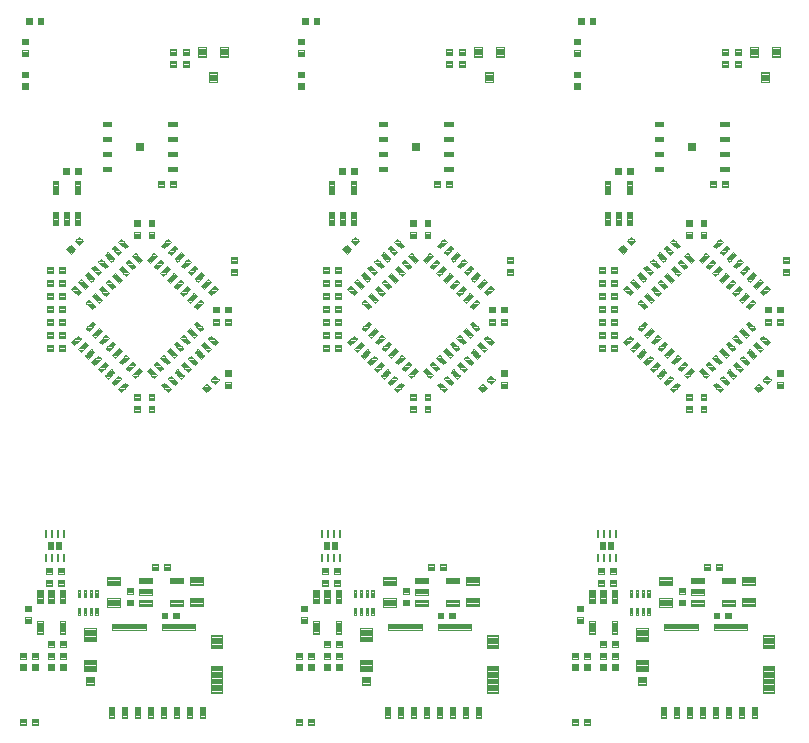
<source format=gbp>
G04 EAGLE Gerber RS-274X export*
G75*
%MOMM*%
%FSLAX34Y34*%
%LPD*%
%INSolderpaste Bottom*%
%IPPOS*%
%AMOC8*
5,1,8,0,0,1.08239X$1,22.5*%
G01*
%ADD10C,0.099000*%
%ADD11C,0.102000*%
%ADD12R,0.250000X0.637500*%
%ADD13R,0.500000X0.640000*%
%ADD14C,0.100000*%
%ADD15C,0.100800*%
%ADD16C,0.105000*%
%ADD17R,0.800000X0.800000*%
%ADD18C,0.104000*%
%ADD19C,0.103500*%


D10*
X120504Y163755D02*
X120504Y159245D01*
X109494Y159245D01*
X109494Y163755D01*
X120504Y163755D01*
X120504Y160185D02*
X109494Y160185D01*
X109494Y161125D02*
X120504Y161125D01*
X120504Y162065D02*
X109494Y162065D01*
X109494Y163005D02*
X120504Y163005D01*
X120504Y168745D02*
X120504Y173255D01*
X120504Y168745D02*
X109494Y168745D01*
X109494Y173255D01*
X120504Y173255D01*
X120504Y169685D02*
X109494Y169685D01*
X109494Y170625D02*
X120504Y170625D01*
X120504Y171565D02*
X109494Y171565D01*
X109494Y172505D02*
X120504Y172505D01*
X120504Y178245D02*
X120504Y182755D01*
X120504Y178245D02*
X109494Y178245D01*
X109494Y182755D01*
X120504Y182755D01*
X120504Y179185D02*
X109494Y179185D01*
X109494Y180125D02*
X120504Y180125D01*
X120504Y181065D02*
X109494Y181065D01*
X109494Y182005D02*
X120504Y182005D01*
X146506Y182755D02*
X146506Y178245D01*
X135496Y178245D01*
X135496Y182755D01*
X146506Y182755D01*
X146506Y179185D02*
X135496Y179185D01*
X135496Y180125D02*
X146506Y180125D01*
X146506Y181065D02*
X135496Y181065D01*
X135496Y182005D02*
X146506Y182005D01*
X146506Y163755D02*
X146506Y159245D01*
X135496Y159245D01*
X135496Y163755D01*
X146506Y163755D01*
X146506Y160185D02*
X135496Y160185D01*
X135496Y161125D02*
X146506Y161125D01*
X146506Y162065D02*
X135496Y162065D01*
X135496Y163005D02*
X146506Y163005D01*
X27735Y161576D02*
X23225Y161576D01*
X23225Y172586D01*
X27735Y172586D01*
X27735Y161576D01*
X27735Y162516D02*
X23225Y162516D01*
X23225Y163456D02*
X27735Y163456D01*
X27735Y164396D02*
X23225Y164396D01*
X23225Y165336D02*
X27735Y165336D01*
X27735Y166276D02*
X23225Y166276D01*
X23225Y167216D02*
X27735Y167216D01*
X27735Y168156D02*
X23225Y168156D01*
X23225Y169096D02*
X27735Y169096D01*
X27735Y170036D02*
X23225Y170036D01*
X23225Y170976D02*
X27735Y170976D01*
X27735Y171916D02*
X23225Y171916D01*
X32725Y161576D02*
X37235Y161576D01*
X32725Y161576D02*
X32725Y172586D01*
X37235Y172586D01*
X37235Y161576D01*
X37235Y162516D02*
X32725Y162516D01*
X32725Y163456D02*
X37235Y163456D01*
X37235Y164396D02*
X32725Y164396D01*
X32725Y165336D02*
X37235Y165336D01*
X37235Y166276D02*
X32725Y166276D01*
X32725Y167216D02*
X37235Y167216D01*
X37235Y168156D02*
X32725Y168156D01*
X32725Y169096D02*
X37235Y169096D01*
X37235Y170036D02*
X32725Y170036D01*
X32725Y170976D02*
X37235Y170976D01*
X37235Y171916D02*
X32725Y171916D01*
X42225Y161576D02*
X46735Y161576D01*
X42225Y161576D02*
X42225Y172586D01*
X46735Y172586D01*
X46735Y161576D01*
X46735Y162516D02*
X42225Y162516D01*
X42225Y163456D02*
X46735Y163456D01*
X46735Y164396D02*
X42225Y164396D01*
X42225Y165336D02*
X46735Y165336D01*
X46735Y166276D02*
X42225Y166276D01*
X42225Y167216D02*
X46735Y167216D01*
X46735Y168156D02*
X42225Y168156D01*
X42225Y169096D02*
X46735Y169096D01*
X46735Y170036D02*
X42225Y170036D01*
X42225Y170976D02*
X46735Y170976D01*
X46735Y171916D02*
X42225Y171916D01*
X42225Y135574D02*
X46735Y135574D01*
X42225Y135574D02*
X42225Y146584D01*
X46735Y146584D01*
X46735Y135574D01*
X46735Y136514D02*
X42225Y136514D01*
X42225Y137454D02*
X46735Y137454D01*
X46735Y138394D02*
X42225Y138394D01*
X42225Y139334D02*
X46735Y139334D01*
X46735Y140274D02*
X42225Y140274D01*
X42225Y141214D02*
X46735Y141214D01*
X46735Y142154D02*
X42225Y142154D01*
X42225Y143094D02*
X46735Y143094D01*
X46735Y144034D02*
X42225Y144034D01*
X42225Y144974D02*
X46735Y144974D01*
X46735Y145914D02*
X42225Y145914D01*
X27735Y135574D02*
X23225Y135574D01*
X23225Y146584D01*
X27735Y146584D01*
X27735Y135574D01*
X27735Y136514D02*
X23225Y136514D01*
X23225Y137454D02*
X27735Y137454D01*
X27735Y138394D02*
X23225Y138394D01*
X23225Y139334D02*
X27735Y139334D01*
X27735Y140274D02*
X23225Y140274D01*
X23225Y141214D02*
X27735Y141214D01*
X27735Y142154D02*
X23225Y142154D01*
X23225Y143094D02*
X27735Y143094D01*
X27735Y144034D02*
X23225Y144034D01*
X23225Y144974D02*
X27735Y144974D01*
X27735Y145914D02*
X23225Y145914D01*
D11*
X42570Y129630D02*
X47550Y129630D01*
X47550Y124650D01*
X42570Y124650D01*
X42570Y129630D01*
X42570Y125619D02*
X47550Y125619D01*
X47550Y126588D02*
X42570Y126588D01*
X42570Y127557D02*
X47550Y127557D01*
X47550Y128526D02*
X42570Y128526D01*
X42570Y129495D02*
X47550Y129495D01*
X37550Y129630D02*
X32570Y129630D01*
X37550Y129630D02*
X37550Y124650D01*
X32570Y124650D01*
X32570Y129630D01*
X32570Y125619D02*
X37550Y125619D01*
X37550Y126588D02*
X32570Y126588D01*
X32570Y127557D02*
X37550Y127557D01*
X37550Y128526D02*
X32570Y128526D01*
X32570Y129495D02*
X37550Y129495D01*
X40590Y181110D02*
X45570Y181110D01*
X45570Y176130D01*
X40590Y176130D01*
X40590Y181110D01*
X40590Y177099D02*
X45570Y177099D01*
X45570Y178068D02*
X40590Y178068D01*
X40590Y179037D02*
X45570Y179037D01*
X45570Y180006D02*
X40590Y180006D01*
X40590Y180975D02*
X45570Y180975D01*
X35570Y181110D02*
X30590Y181110D01*
X35570Y181110D02*
X35570Y176130D01*
X30590Y176130D01*
X30590Y181110D01*
X30590Y177099D02*
X35570Y177099D01*
X35570Y178068D02*
X30590Y178068D01*
X30590Y179037D02*
X35570Y179037D01*
X35570Y180006D02*
X30590Y180006D01*
X30590Y180975D02*
X35570Y180975D01*
X37490Y114510D02*
X32510Y114510D01*
X32510Y119490D01*
X37490Y119490D01*
X37490Y114510D01*
X37490Y115479D02*
X32510Y115479D01*
X32510Y116448D02*
X37490Y116448D01*
X37490Y117417D02*
X32510Y117417D01*
X32510Y118386D02*
X37490Y118386D01*
X37490Y119355D02*
X32510Y119355D01*
X42510Y114510D02*
X47490Y114510D01*
X42510Y114510D02*
X42510Y119490D01*
X47490Y119490D01*
X47490Y114510D01*
X47490Y115479D02*
X42510Y115479D01*
X42510Y116448D02*
X47490Y116448D01*
X47490Y117417D02*
X42510Y117417D01*
X42510Y118386D02*
X47490Y118386D01*
X47490Y119355D02*
X42510Y119355D01*
X12690Y154450D02*
X12690Y159430D01*
X17670Y159430D01*
X17670Y154450D01*
X12690Y154450D01*
X12690Y155419D02*
X17670Y155419D01*
X17670Y156388D02*
X12690Y156388D01*
X12690Y157357D02*
X17670Y157357D01*
X17670Y158326D02*
X12690Y158326D01*
X12690Y159295D02*
X17670Y159295D01*
X12690Y149430D02*
X12690Y144450D01*
X12690Y149430D02*
X17670Y149430D01*
X17670Y144450D01*
X12690Y144450D01*
X12690Y145419D02*
X17670Y145419D01*
X17670Y146388D02*
X12690Y146388D01*
X12690Y147357D02*
X17670Y147357D01*
X17670Y148326D02*
X12690Y148326D01*
X12690Y149295D02*
X17670Y149295D01*
D12*
X45500Y199813D03*
X40500Y220188D03*
X45500Y220188D03*
X35500Y220188D03*
X30500Y220188D03*
X40500Y199813D03*
X35500Y199813D03*
X30500Y199813D03*
D13*
X34600Y210000D03*
X41400Y210000D03*
D11*
X35490Y186510D02*
X30510Y186510D01*
X30510Y191490D01*
X35490Y191490D01*
X35490Y186510D01*
X35490Y187479D02*
X30510Y187479D01*
X30510Y188448D02*
X35490Y188448D01*
X35490Y189417D02*
X30510Y189417D01*
X30510Y190386D02*
X35490Y190386D01*
X35490Y191355D02*
X30510Y191355D01*
X40510Y186510D02*
X45490Y186510D01*
X40510Y186510D02*
X40510Y191490D01*
X45490Y191490D01*
X45490Y186510D01*
X45490Y187479D02*
X40510Y187479D01*
X40510Y188448D02*
X45490Y188448D01*
X45490Y189417D02*
X40510Y189417D01*
X40510Y190386D02*
X45490Y190386D01*
X45490Y191355D02*
X40510Y191355D01*
X23490Y63490D02*
X18510Y63490D01*
X23490Y63490D02*
X23490Y58510D01*
X18510Y58510D01*
X18510Y63490D01*
X18510Y59479D02*
X23490Y59479D01*
X23490Y60448D02*
X18510Y60448D01*
X18510Y61417D02*
X23490Y61417D01*
X23490Y62386D02*
X18510Y62386D01*
X18510Y63355D02*
X23490Y63355D01*
X13490Y63490D02*
X8510Y63490D01*
X13490Y63490D02*
X13490Y58510D01*
X8510Y58510D01*
X8510Y63490D01*
X8510Y59479D02*
X13490Y59479D01*
X13490Y60448D02*
X8510Y60448D01*
X8510Y61417D02*
X13490Y61417D01*
X13490Y62386D02*
X8510Y62386D01*
X8510Y63355D02*
X13490Y63355D01*
X18510Y109490D02*
X23490Y109490D01*
X23490Y104510D01*
X18510Y104510D01*
X18510Y109490D01*
X18510Y105479D02*
X23490Y105479D01*
X23490Y106448D02*
X18510Y106448D01*
X18510Y107417D02*
X23490Y107417D01*
X23490Y108386D02*
X18510Y108386D01*
X18510Y109355D02*
X23490Y109355D01*
X13490Y109490D02*
X8510Y109490D01*
X13490Y109490D02*
X13490Y104510D01*
X8510Y104510D01*
X8510Y109490D01*
X8510Y105479D02*
X13490Y105479D01*
X13490Y106448D02*
X8510Y106448D01*
X8510Y107417D02*
X13490Y107417D01*
X13490Y108386D02*
X8510Y108386D01*
X8510Y109355D02*
X13490Y109355D01*
D14*
X87912Y73442D02*
X87912Y64442D01*
X83912Y64442D01*
X83912Y73442D01*
X87912Y73442D01*
X87912Y65392D02*
X83912Y65392D01*
X83912Y66342D02*
X87912Y66342D01*
X87912Y67292D02*
X83912Y67292D01*
X83912Y68242D02*
X87912Y68242D01*
X87912Y69192D02*
X83912Y69192D01*
X83912Y70142D02*
X87912Y70142D01*
X87912Y71092D02*
X83912Y71092D01*
X83912Y72042D02*
X87912Y72042D01*
X87912Y72992D02*
X83912Y72992D01*
X98912Y73442D02*
X98912Y64442D01*
X94912Y64442D01*
X94912Y73442D01*
X98912Y73442D01*
X98912Y65392D02*
X94912Y65392D01*
X94912Y66342D02*
X98912Y66342D01*
X98912Y67292D02*
X94912Y67292D01*
X94912Y68242D02*
X98912Y68242D01*
X98912Y69192D02*
X94912Y69192D01*
X94912Y70142D02*
X98912Y70142D01*
X98912Y71092D02*
X94912Y71092D01*
X94912Y72042D02*
X98912Y72042D01*
X98912Y72992D02*
X94912Y72992D01*
X109912Y73442D02*
X109912Y64442D01*
X105912Y64442D01*
X105912Y73442D01*
X109912Y73442D01*
X109912Y65392D02*
X105912Y65392D01*
X105912Y66342D02*
X109912Y66342D01*
X109912Y67292D02*
X105912Y67292D01*
X105912Y68242D02*
X109912Y68242D01*
X109912Y69192D02*
X105912Y69192D01*
X105912Y70142D02*
X109912Y70142D01*
X109912Y71092D02*
X105912Y71092D01*
X105912Y72042D02*
X109912Y72042D01*
X109912Y72992D02*
X105912Y72992D01*
X120912Y73442D02*
X120912Y64442D01*
X116912Y64442D01*
X116912Y73442D01*
X120912Y73442D01*
X120912Y65392D02*
X116912Y65392D01*
X116912Y66342D02*
X120912Y66342D01*
X120912Y67292D02*
X116912Y67292D01*
X116912Y68242D02*
X120912Y68242D01*
X120912Y69192D02*
X116912Y69192D01*
X116912Y70142D02*
X120912Y70142D01*
X120912Y71092D02*
X116912Y71092D01*
X116912Y72042D02*
X120912Y72042D01*
X120912Y72992D02*
X116912Y72992D01*
X131912Y73442D02*
X131912Y64442D01*
X127912Y64442D01*
X127912Y73442D01*
X131912Y73442D01*
X131912Y65392D02*
X127912Y65392D01*
X127912Y66342D02*
X131912Y66342D01*
X131912Y67292D02*
X127912Y67292D01*
X127912Y68242D02*
X131912Y68242D01*
X131912Y69192D02*
X127912Y69192D01*
X127912Y70142D02*
X131912Y70142D01*
X131912Y71092D02*
X127912Y71092D01*
X127912Y72042D02*
X131912Y72042D01*
X131912Y72992D02*
X127912Y72992D01*
X142912Y73442D02*
X142912Y64442D01*
X138912Y64442D01*
X138912Y73442D01*
X142912Y73442D01*
X142912Y65392D02*
X138912Y65392D01*
X138912Y66342D02*
X142912Y66342D01*
X142912Y67292D02*
X138912Y67292D01*
X138912Y68242D02*
X142912Y68242D01*
X142912Y69192D02*
X138912Y69192D01*
X138912Y70142D02*
X142912Y70142D01*
X142912Y71092D02*
X138912Y71092D01*
X138912Y72042D02*
X142912Y72042D01*
X142912Y72992D02*
X138912Y72992D01*
X153912Y73442D02*
X153912Y64442D01*
X149912Y64442D01*
X149912Y73442D01*
X153912Y73442D01*
X153912Y65392D02*
X149912Y65392D01*
X149912Y66342D02*
X153912Y66342D01*
X153912Y67292D02*
X149912Y67292D01*
X149912Y68242D02*
X153912Y68242D01*
X153912Y69192D02*
X149912Y69192D01*
X149912Y70142D02*
X153912Y70142D01*
X153912Y71092D02*
X149912Y71092D01*
X149912Y72042D02*
X153912Y72042D01*
X153912Y72992D02*
X149912Y72992D01*
X164912Y73442D02*
X164912Y64442D01*
X160912Y64442D01*
X160912Y73442D01*
X164912Y73442D01*
X164912Y65392D02*
X160912Y65392D01*
X160912Y66342D02*
X164912Y66342D01*
X164912Y67292D02*
X160912Y67292D01*
X160912Y68242D02*
X164912Y68242D01*
X164912Y69192D02*
X160912Y69192D01*
X160912Y70142D02*
X164912Y70142D01*
X164912Y71092D02*
X160912Y71092D01*
X160912Y72042D02*
X164912Y72042D01*
X164912Y72992D02*
X160912Y72992D01*
D15*
X71008Y92346D02*
X64816Y92346D01*
X64816Y99138D01*
X71008Y99138D01*
X71008Y92346D01*
X71008Y93304D02*
X64816Y93304D01*
X64816Y94262D02*
X71008Y94262D01*
X71008Y95220D02*
X64816Y95220D01*
X64816Y96178D02*
X71008Y96178D01*
X71008Y97136D02*
X64816Y97136D01*
X64816Y98094D02*
X71008Y98094D01*
X71008Y99052D02*
X64816Y99052D01*
D16*
X72637Y103567D02*
X72637Y113317D01*
X72637Y103567D02*
X63187Y103567D01*
X63187Y113317D01*
X72637Y113317D01*
X72637Y104564D02*
X63187Y104564D01*
X63187Y105561D02*
X72637Y105561D01*
X72637Y106558D02*
X63187Y106558D01*
X63187Y107555D02*
X72637Y107555D01*
X72637Y108552D02*
X63187Y108552D01*
X63187Y109549D02*
X72637Y109549D01*
X72637Y110546D02*
X63187Y110546D01*
X63187Y111543D02*
X72637Y111543D01*
X72637Y112540D02*
X63187Y112540D01*
X72637Y129067D02*
X72637Y140017D01*
X72637Y129067D02*
X63187Y129067D01*
X63187Y140017D01*
X72637Y140017D01*
X72637Y130064D02*
X63187Y130064D01*
X63187Y131061D02*
X72637Y131061D01*
X72637Y132058D02*
X63187Y132058D01*
X63187Y133055D02*
X72637Y133055D01*
X72637Y134052D02*
X63187Y134052D01*
X63187Y135049D02*
X72637Y135049D01*
X72637Y136046D02*
X63187Y136046D01*
X63187Y137043D02*
X72637Y137043D01*
X72637Y138040D02*
X63187Y138040D01*
X63187Y139037D02*
X72637Y139037D01*
X179387Y134317D02*
X179387Y123367D01*
X169937Y123367D01*
X169937Y134317D01*
X179387Y134317D01*
X179387Y124364D02*
X169937Y124364D01*
X169937Y125361D02*
X179387Y125361D01*
X179387Y126358D02*
X169937Y126358D01*
X169937Y127355D02*
X179387Y127355D01*
X179387Y128352D02*
X169937Y128352D01*
X169937Y129349D02*
X179387Y129349D01*
X179387Y130346D02*
X169937Y130346D01*
X169937Y131343D02*
X179387Y131343D01*
X179387Y132340D02*
X169937Y132340D01*
X169937Y133337D02*
X179387Y133337D01*
X179387Y108417D02*
X179387Y85567D01*
X169937Y85567D01*
X169937Y108417D01*
X179387Y108417D01*
X179387Y86564D02*
X169937Y86564D01*
X169937Y87561D02*
X179387Y87561D01*
X179387Y88558D02*
X169937Y88558D01*
X169937Y89555D02*
X179387Y89555D01*
X179387Y90552D02*
X169937Y90552D01*
X169937Y91549D02*
X179387Y91549D01*
X179387Y92546D02*
X169937Y92546D01*
X169937Y93543D02*
X179387Y93543D01*
X179387Y94540D02*
X169937Y94540D01*
X169937Y95537D02*
X179387Y95537D01*
X179387Y96534D02*
X169937Y96534D01*
X169937Y97531D02*
X179387Y97531D01*
X179387Y98528D02*
X169937Y98528D01*
X169937Y99525D02*
X179387Y99525D01*
X179387Y100522D02*
X169937Y100522D01*
X169937Y101519D02*
X179387Y101519D01*
X179387Y102516D02*
X169937Y102516D01*
X169937Y103513D02*
X179387Y103513D01*
X179387Y104510D02*
X169937Y104510D01*
X169937Y105507D02*
X179387Y105507D01*
X179387Y106504D02*
X169937Y106504D01*
X169937Y107501D02*
X179387Y107501D01*
D10*
X156917Y143547D02*
X128807Y143547D01*
X156917Y143547D02*
X156917Y139037D01*
X128807Y139037D01*
X128807Y143547D01*
X128807Y139977D02*
X156917Y139977D01*
X156917Y140917D02*
X128807Y140917D01*
X128807Y141857D02*
X156917Y141857D01*
X156917Y142797D02*
X128807Y142797D01*
X115017Y143547D02*
X86907Y143547D01*
X115017Y143547D02*
X115017Y139037D01*
X86907Y139037D01*
X86907Y143547D01*
X86907Y139977D02*
X115017Y139977D01*
X115017Y140917D02*
X86907Y140917D01*
X86907Y141857D02*
X115017Y141857D01*
X115017Y142797D02*
X86907Y142797D01*
D14*
X78500Y526950D02*
X78500Y530950D01*
X86000Y530950D01*
X86000Y526950D01*
X78500Y526950D01*
X78500Y527900D02*
X86000Y527900D01*
X86000Y528850D02*
X78500Y528850D01*
X78500Y529800D02*
X86000Y529800D01*
X86000Y530750D02*
X78500Y530750D01*
X78500Y539650D02*
X78500Y543650D01*
X86000Y543650D01*
X86000Y539650D01*
X78500Y539650D01*
X78500Y540600D02*
X86000Y540600D01*
X86000Y541550D02*
X78500Y541550D01*
X78500Y542500D02*
X86000Y542500D01*
X86000Y543450D02*
X78500Y543450D01*
X78500Y552350D02*
X78500Y556350D01*
X86000Y556350D01*
X86000Y552350D01*
X78500Y552350D01*
X78500Y553300D02*
X86000Y553300D01*
X86000Y554250D02*
X78500Y554250D01*
X78500Y555200D02*
X86000Y555200D01*
X86000Y556150D02*
X78500Y556150D01*
X78500Y565050D02*
X78500Y569050D01*
X86000Y569050D01*
X86000Y565050D01*
X78500Y565050D01*
X78500Y566000D02*
X86000Y566000D01*
X86000Y566950D02*
X78500Y566950D01*
X78500Y567900D02*
X86000Y567900D01*
X86000Y568850D02*
X78500Y568850D01*
X134000Y556350D02*
X134000Y552350D01*
X134000Y556350D02*
X141500Y556350D01*
X141500Y552350D01*
X134000Y552350D01*
X134000Y553300D02*
X141500Y553300D01*
X141500Y554250D02*
X134000Y554250D01*
X134000Y555200D02*
X141500Y555200D01*
X141500Y556150D02*
X134000Y556150D01*
X134000Y565050D02*
X134000Y569050D01*
X141500Y569050D01*
X141500Y565050D01*
X134000Y565050D01*
X134000Y566000D02*
X141500Y566000D01*
X141500Y566950D02*
X134000Y566950D01*
X134000Y567900D02*
X141500Y567900D01*
X141500Y568850D02*
X134000Y568850D01*
X134000Y543650D02*
X134000Y539650D01*
X134000Y543650D02*
X141500Y543650D01*
X141500Y539650D01*
X134000Y539650D01*
X134000Y540600D02*
X141500Y540600D01*
X141500Y541550D02*
X134000Y541550D01*
X134000Y542500D02*
X141500Y542500D01*
X141500Y543450D02*
X134000Y543450D01*
X134000Y530950D02*
X134000Y526950D01*
X134000Y530950D02*
X141500Y530950D01*
X141500Y526950D01*
X134000Y526950D01*
X134000Y527900D02*
X141500Y527900D01*
X141500Y528850D02*
X134000Y528850D01*
X134000Y529800D02*
X141500Y529800D01*
X141500Y530750D02*
X134000Y530750D01*
D17*
X110000Y548000D03*
D11*
X192490Y444490D02*
X192490Y439510D01*
X187510Y439510D01*
X187510Y444490D01*
X192490Y444490D01*
X192490Y440479D02*
X187510Y440479D01*
X187510Y441448D02*
X192490Y441448D01*
X192490Y442417D02*
X187510Y442417D01*
X187510Y443386D02*
X192490Y443386D01*
X192490Y444355D02*
X187510Y444355D01*
X192490Y449510D02*
X192490Y454490D01*
X192490Y449510D02*
X187510Y449510D01*
X187510Y454490D01*
X192490Y454490D01*
X192490Y450479D02*
X187510Y450479D01*
X187510Y451448D02*
X192490Y451448D01*
X192490Y452417D02*
X187510Y452417D01*
X187510Y453386D02*
X192490Y453386D01*
X192490Y454355D02*
X187510Y454355D01*
X117510Y338490D02*
X117510Y333510D01*
X117510Y338490D02*
X122490Y338490D01*
X122490Y333510D01*
X117510Y333510D01*
X117510Y334479D02*
X122490Y334479D01*
X122490Y335448D02*
X117510Y335448D01*
X117510Y336417D02*
X122490Y336417D01*
X122490Y337386D02*
X117510Y337386D01*
X117510Y338355D02*
X122490Y338355D01*
X117510Y328490D02*
X117510Y323510D01*
X117510Y328490D02*
X122490Y328490D01*
X122490Y323510D01*
X117510Y323510D01*
X117510Y324479D02*
X122490Y324479D01*
X122490Y325448D02*
X117510Y325448D01*
X117510Y326417D02*
X122490Y326417D01*
X122490Y327386D02*
X117510Y327386D01*
X117510Y328355D02*
X122490Y328355D01*
X46490Y445990D02*
X41510Y445990D01*
X46490Y445990D02*
X46490Y441010D01*
X41510Y441010D01*
X41510Y445990D01*
X41510Y441979D02*
X46490Y441979D01*
X46490Y442948D02*
X41510Y442948D01*
X41510Y443917D02*
X46490Y443917D01*
X46490Y444886D02*
X41510Y444886D01*
X41510Y445855D02*
X46490Y445855D01*
X36490Y445990D02*
X31510Y445990D01*
X36490Y445990D02*
X36490Y441010D01*
X31510Y441010D01*
X31510Y445990D01*
X31510Y441979D02*
X36490Y441979D01*
X36490Y442948D02*
X31510Y442948D01*
X31510Y443917D02*
X36490Y443917D01*
X36490Y444886D02*
X31510Y444886D01*
X31510Y445855D02*
X36490Y445855D01*
X117510Y480510D02*
X117510Y485490D01*
X122490Y485490D01*
X122490Y480510D01*
X117510Y480510D01*
X117510Y481479D02*
X122490Y481479D01*
X122490Y482448D02*
X117510Y482448D01*
X117510Y483417D02*
X122490Y483417D01*
X122490Y484386D02*
X117510Y484386D01*
X117510Y485355D02*
X122490Y485355D01*
X117510Y475490D02*
X117510Y470510D01*
X117510Y475490D02*
X122490Y475490D01*
X122490Y470510D01*
X117510Y470510D01*
X117510Y471479D02*
X122490Y471479D01*
X122490Y472448D02*
X117510Y472448D01*
X117510Y473417D02*
X122490Y473417D01*
X122490Y474386D02*
X117510Y474386D01*
X117510Y475355D02*
X122490Y475355D01*
X182010Y358490D02*
X182010Y353510D01*
X182010Y358490D02*
X186990Y358490D01*
X186990Y353510D01*
X182010Y353510D01*
X182010Y354479D02*
X186990Y354479D01*
X186990Y355448D02*
X182010Y355448D01*
X182010Y356417D02*
X186990Y356417D01*
X186990Y357386D02*
X182010Y357386D01*
X182010Y358355D02*
X186990Y358355D01*
X182010Y348490D02*
X182010Y343510D01*
X182010Y348490D02*
X186990Y348490D01*
X186990Y343510D01*
X182010Y343510D01*
X182010Y344479D02*
X186990Y344479D01*
X186990Y345448D02*
X182010Y345448D01*
X182010Y346417D02*
X186990Y346417D01*
X186990Y347386D02*
X182010Y347386D01*
X182010Y348355D02*
X186990Y348355D01*
X105510Y338490D02*
X105510Y333510D01*
X105510Y338490D02*
X110490Y338490D01*
X110490Y333510D01*
X105510Y333510D01*
X105510Y334479D02*
X110490Y334479D01*
X110490Y335448D02*
X105510Y335448D01*
X105510Y336417D02*
X110490Y336417D01*
X110490Y337386D02*
X105510Y337386D01*
X105510Y338355D02*
X110490Y338355D01*
X105510Y328490D02*
X105510Y323510D01*
X105510Y328490D02*
X110490Y328490D01*
X110490Y323510D01*
X105510Y323510D01*
X105510Y324479D02*
X110490Y324479D01*
X110490Y325448D02*
X105510Y325448D01*
X105510Y326417D02*
X110490Y326417D01*
X110490Y327386D02*
X105510Y327386D01*
X105510Y328355D02*
X110490Y328355D01*
X105510Y480510D02*
X105510Y485490D01*
X110490Y485490D01*
X110490Y480510D01*
X105510Y480510D01*
X105510Y481479D02*
X110490Y481479D01*
X110490Y482448D02*
X105510Y482448D01*
X105510Y483417D02*
X110490Y483417D01*
X110490Y484386D02*
X105510Y484386D01*
X105510Y485355D02*
X110490Y485355D01*
X105510Y475490D02*
X105510Y470510D01*
X105510Y475490D02*
X110490Y475490D01*
X110490Y470510D01*
X105510Y470510D01*
X105510Y471479D02*
X110490Y471479D01*
X110490Y472448D02*
X105510Y472448D01*
X105510Y473417D02*
X110490Y473417D01*
X110490Y474386D02*
X105510Y474386D01*
X105510Y475355D02*
X110490Y475355D01*
X46490Y434990D02*
X41510Y434990D01*
X46490Y434990D02*
X46490Y430010D01*
X41510Y430010D01*
X41510Y434990D01*
X41510Y430979D02*
X46490Y430979D01*
X46490Y431948D02*
X41510Y431948D01*
X41510Y432917D02*
X46490Y432917D01*
X46490Y433886D02*
X41510Y433886D01*
X41510Y434855D02*
X46490Y434855D01*
X36490Y434990D02*
X31510Y434990D01*
X36490Y434990D02*
X36490Y430010D01*
X31510Y430010D01*
X31510Y434990D01*
X31510Y430979D02*
X36490Y430979D01*
X36490Y431948D02*
X31510Y431948D01*
X31510Y432917D02*
X36490Y432917D01*
X36490Y433886D02*
X31510Y433886D01*
X31510Y434855D02*
X36490Y434855D01*
D10*
X55245Y492504D02*
X59755Y492504D01*
X59755Y481494D01*
X55245Y481494D01*
X55245Y492504D01*
X55245Y482434D02*
X59755Y482434D01*
X59755Y483374D02*
X55245Y483374D01*
X55245Y484314D02*
X59755Y484314D01*
X59755Y485254D02*
X55245Y485254D01*
X55245Y486194D02*
X59755Y486194D01*
X59755Y487134D02*
X55245Y487134D01*
X55245Y488074D02*
X59755Y488074D01*
X59755Y489014D02*
X55245Y489014D01*
X55245Y489954D02*
X59755Y489954D01*
X59755Y490894D02*
X55245Y490894D01*
X55245Y491834D02*
X59755Y491834D01*
X50255Y492504D02*
X45745Y492504D01*
X50255Y492504D02*
X50255Y481494D01*
X45745Y481494D01*
X45745Y492504D01*
X45745Y482434D02*
X50255Y482434D01*
X50255Y483374D02*
X45745Y483374D01*
X45745Y484314D02*
X50255Y484314D01*
X50255Y485254D02*
X45745Y485254D01*
X45745Y486194D02*
X50255Y486194D01*
X50255Y487134D02*
X45745Y487134D01*
X45745Y488074D02*
X50255Y488074D01*
X50255Y489014D02*
X45745Y489014D01*
X45745Y489954D02*
X50255Y489954D01*
X50255Y490894D02*
X45745Y490894D01*
X45745Y491834D02*
X50255Y491834D01*
X40755Y492504D02*
X36245Y492504D01*
X40755Y492504D02*
X40755Y481494D01*
X36245Y481494D01*
X36245Y492504D01*
X36245Y482434D02*
X40755Y482434D01*
X40755Y483374D02*
X36245Y483374D01*
X36245Y484314D02*
X40755Y484314D01*
X40755Y485254D02*
X36245Y485254D01*
X36245Y486194D02*
X40755Y486194D01*
X40755Y487134D02*
X36245Y487134D01*
X36245Y488074D02*
X40755Y488074D01*
X40755Y489014D02*
X36245Y489014D01*
X36245Y489954D02*
X40755Y489954D01*
X40755Y490894D02*
X36245Y490894D01*
X36245Y491834D02*
X40755Y491834D01*
X40755Y518506D02*
X36245Y518506D01*
X40755Y518506D02*
X40755Y507496D01*
X36245Y507496D01*
X36245Y518506D01*
X36245Y508436D02*
X40755Y508436D01*
X40755Y509376D02*
X36245Y509376D01*
X36245Y510316D02*
X40755Y510316D01*
X40755Y511256D02*
X36245Y511256D01*
X36245Y512196D02*
X40755Y512196D01*
X40755Y513136D02*
X36245Y513136D01*
X36245Y514076D02*
X40755Y514076D01*
X40755Y515016D02*
X36245Y515016D01*
X36245Y515956D02*
X40755Y515956D01*
X40755Y516896D02*
X36245Y516896D01*
X36245Y517836D02*
X40755Y517836D01*
X55245Y518506D02*
X59755Y518506D01*
X59755Y507496D01*
X55245Y507496D01*
X55245Y518506D01*
X55245Y508436D02*
X59755Y508436D01*
X59755Y509376D02*
X55245Y509376D01*
X55245Y510316D02*
X59755Y510316D01*
X59755Y511256D02*
X55245Y511256D01*
X55245Y512196D02*
X59755Y512196D01*
X59755Y513136D02*
X55245Y513136D01*
X55245Y514076D02*
X59755Y514076D01*
X59755Y515016D02*
X55245Y515016D01*
X55245Y515956D02*
X59755Y515956D01*
X59755Y516896D02*
X55245Y516896D01*
X55245Y517836D02*
X59755Y517836D01*
D11*
X59990Y529490D02*
X55010Y529490D01*
X59990Y529490D02*
X59990Y524510D01*
X55010Y524510D01*
X55010Y529490D01*
X55010Y525479D02*
X59990Y525479D01*
X59990Y526448D02*
X55010Y526448D01*
X55010Y527417D02*
X59990Y527417D01*
X59990Y528386D02*
X55010Y528386D01*
X55010Y529355D02*
X59990Y529355D01*
X49990Y529490D02*
X45010Y529490D01*
X49990Y529490D02*
X49990Y524510D01*
X45010Y524510D01*
X45010Y529490D01*
X45010Y525479D02*
X49990Y525479D01*
X49990Y526448D02*
X45010Y526448D01*
X45010Y527417D02*
X49990Y527417D01*
X49990Y528386D02*
X45010Y528386D01*
X45010Y529355D02*
X49990Y529355D01*
X58536Y471557D02*
X55015Y468036D01*
X58536Y471557D02*
X62057Y468036D01*
X58536Y464515D01*
X55015Y468036D01*
X57567Y465484D02*
X59505Y465484D01*
X60474Y466453D02*
X56598Y466453D01*
X55629Y467422D02*
X61443Y467422D01*
X61702Y468391D02*
X55370Y468391D01*
X56339Y469360D02*
X60733Y469360D01*
X59764Y470329D02*
X57308Y470329D01*
X58277Y471298D02*
X58795Y471298D01*
X51464Y464485D02*
X47943Y460964D01*
X51464Y464485D02*
X54985Y460964D01*
X51464Y457443D01*
X47943Y460964D01*
X50495Y458412D02*
X52433Y458412D01*
X53402Y459381D02*
X49526Y459381D01*
X48557Y460350D02*
X54371Y460350D01*
X54630Y461319D02*
X48298Y461319D01*
X49267Y462288D02*
X53661Y462288D01*
X52692Y463257D02*
X50236Y463257D01*
X51205Y464226D02*
X51723Y464226D01*
X37490Y104510D02*
X32510Y104510D01*
X32510Y109490D01*
X37490Y109490D01*
X37490Y104510D01*
X37490Y105479D02*
X32510Y105479D01*
X32510Y106448D02*
X37490Y106448D01*
X37490Y107417D02*
X32510Y107417D01*
X32510Y108386D02*
X37490Y108386D01*
X37490Y109355D02*
X32510Y109355D01*
X42510Y104510D02*
X47490Y104510D01*
X42510Y104510D02*
X42510Y109490D01*
X47490Y109490D01*
X47490Y104510D01*
X47490Y105479D02*
X42510Y105479D01*
X42510Y106448D02*
X47490Y106448D01*
X47490Y107417D02*
X42510Y107417D01*
X42510Y108386D02*
X47490Y108386D01*
X47490Y109355D02*
X42510Y109355D01*
X166464Y339943D02*
X169985Y343464D01*
X166464Y339943D02*
X162943Y343464D01*
X166464Y346985D01*
X169985Y343464D01*
X167433Y340912D02*
X165495Y340912D01*
X164526Y341881D02*
X168402Y341881D01*
X169371Y342850D02*
X163557Y342850D01*
X163298Y343819D02*
X169630Y343819D01*
X168661Y344788D02*
X164267Y344788D01*
X165236Y345757D02*
X167692Y345757D01*
X166723Y346726D02*
X166205Y346726D01*
X173536Y347015D02*
X177057Y350536D01*
X173536Y347015D02*
X170015Y350536D01*
X173536Y354057D01*
X177057Y350536D01*
X174505Y347984D02*
X172567Y347984D01*
X171598Y348953D02*
X175474Y348953D01*
X176443Y349922D02*
X170629Y349922D01*
X170370Y350891D02*
X176702Y350891D01*
X175733Y351860D02*
X171339Y351860D01*
X172308Y352829D02*
X174764Y352829D01*
X173795Y353798D02*
X173277Y353798D01*
X13490Y114510D02*
X8510Y114510D01*
X8510Y119490D01*
X13490Y119490D01*
X13490Y114510D01*
X13490Y115479D02*
X8510Y115479D01*
X8510Y116448D02*
X13490Y116448D01*
X13490Y117417D02*
X8510Y117417D01*
X8510Y118386D02*
X13490Y118386D01*
X13490Y119355D02*
X8510Y119355D01*
X18510Y114510D02*
X23490Y114510D01*
X18510Y114510D02*
X18510Y119490D01*
X23490Y119490D01*
X23490Y114510D01*
X23490Y115479D02*
X18510Y115479D01*
X18510Y116448D02*
X23490Y116448D01*
X23490Y117417D02*
X18510Y117417D01*
X18510Y118386D02*
X23490Y118386D01*
X23490Y119355D02*
X18510Y119355D01*
X120510Y189510D02*
X125490Y189510D01*
X120510Y189510D02*
X120510Y194490D01*
X125490Y194490D01*
X125490Y189510D01*
X125490Y190479D02*
X120510Y190479D01*
X120510Y191448D02*
X125490Y191448D01*
X125490Y192417D02*
X120510Y192417D01*
X120510Y193386D02*
X125490Y193386D01*
X125490Y194355D02*
X120510Y194355D01*
X130510Y189510D02*
X135490Y189510D01*
X130510Y189510D02*
X130510Y194490D01*
X135490Y194490D01*
X135490Y189510D01*
X135490Y190479D02*
X130510Y190479D01*
X130510Y191448D02*
X135490Y191448D01*
X135490Y192417D02*
X130510Y192417D01*
X130510Y193386D02*
X135490Y193386D01*
X135490Y194355D02*
X130510Y194355D01*
X104490Y164490D02*
X104490Y159510D01*
X99510Y159510D01*
X99510Y164490D01*
X104490Y164490D01*
X104490Y160479D02*
X99510Y160479D01*
X99510Y161448D02*
X104490Y161448D01*
X104490Y162417D02*
X99510Y162417D01*
X99510Y163386D02*
X104490Y163386D01*
X104490Y164355D02*
X99510Y164355D01*
X104490Y169510D02*
X104490Y174490D01*
X104490Y169510D02*
X99510Y169510D01*
X99510Y174490D01*
X104490Y174490D01*
X104490Y170479D02*
X99510Y170479D01*
X99510Y171448D02*
X104490Y171448D01*
X104490Y172417D02*
X99510Y172417D01*
X99510Y173386D02*
X104490Y173386D01*
X104490Y174355D02*
X99510Y174355D01*
X138510Y153490D02*
X143490Y153490D01*
X143490Y148510D01*
X138510Y148510D01*
X138510Y153490D01*
X138510Y149479D02*
X143490Y149479D01*
X143490Y150448D02*
X138510Y150448D01*
X138510Y151417D02*
X143490Y151417D01*
X143490Y152386D02*
X138510Y152386D01*
X138510Y153355D02*
X143490Y153355D01*
X133490Y153490D02*
X128510Y153490D01*
X133490Y153490D02*
X133490Y148510D01*
X128510Y148510D01*
X128510Y153490D01*
X128510Y149479D02*
X133490Y149479D01*
X133490Y150448D02*
X128510Y150448D01*
X128510Y151417D02*
X133490Y151417D01*
X133490Y152386D02*
X128510Y152386D01*
X128510Y153355D02*
X133490Y153355D01*
X10510Y606510D02*
X10510Y611490D01*
X15490Y611490D01*
X15490Y606510D01*
X10510Y606510D01*
X10510Y607479D02*
X15490Y607479D01*
X15490Y608448D02*
X10510Y608448D01*
X10510Y609417D02*
X15490Y609417D01*
X15490Y610386D02*
X10510Y610386D01*
X10510Y611355D02*
X15490Y611355D01*
X10510Y601490D02*
X10510Y596510D01*
X10510Y601490D02*
X15490Y601490D01*
X15490Y596510D01*
X10510Y596510D01*
X10510Y597479D02*
X15490Y597479D01*
X15490Y598448D02*
X10510Y598448D01*
X10510Y599417D02*
X15490Y599417D01*
X15490Y600386D02*
X10510Y600386D01*
X10510Y601355D02*
X15490Y601355D01*
X10510Y634510D02*
X10510Y639490D01*
X15490Y639490D01*
X15490Y634510D01*
X10510Y634510D01*
X10510Y635479D02*
X15490Y635479D01*
X15490Y636448D02*
X10510Y636448D01*
X10510Y637417D02*
X15490Y637417D01*
X15490Y638386D02*
X10510Y638386D01*
X10510Y639355D02*
X15490Y639355D01*
X10510Y629490D02*
X10510Y624510D01*
X10510Y629490D02*
X15490Y629490D01*
X15490Y624510D01*
X10510Y624510D01*
X10510Y625479D02*
X15490Y625479D01*
X15490Y626448D02*
X10510Y626448D01*
X10510Y627417D02*
X15490Y627417D01*
X15490Y628386D02*
X10510Y628386D01*
X10510Y629355D02*
X15490Y629355D01*
D18*
X159020Y624020D02*
X165980Y624020D01*
X159020Y624020D02*
X159020Y631980D01*
X165980Y631980D01*
X165980Y624020D01*
X165980Y625008D02*
X159020Y625008D01*
X159020Y625996D02*
X165980Y625996D01*
X165980Y626984D02*
X159020Y626984D01*
X159020Y627972D02*
X165980Y627972D01*
X165980Y628960D02*
X159020Y628960D01*
X159020Y629948D02*
X165980Y629948D01*
X165980Y630936D02*
X159020Y630936D01*
X159020Y631924D02*
X165980Y631924D01*
X178020Y624020D02*
X184980Y624020D01*
X178020Y624020D02*
X178020Y631980D01*
X184980Y631980D01*
X184980Y624020D01*
X184980Y625008D02*
X178020Y625008D01*
X178020Y625996D02*
X184980Y625996D01*
X184980Y626984D02*
X178020Y626984D01*
X178020Y627972D02*
X184980Y627972D01*
X184980Y628960D02*
X178020Y628960D01*
X178020Y629948D02*
X184980Y629948D01*
X184980Y630936D02*
X178020Y630936D01*
X178020Y631924D02*
X184980Y631924D01*
X175480Y603020D02*
X168520Y603020D01*
X168520Y610980D01*
X175480Y610980D01*
X175480Y603020D01*
X175480Y604008D02*
X168520Y604008D01*
X168520Y604996D02*
X175480Y604996D01*
X175480Y605984D02*
X168520Y605984D01*
X168520Y606972D02*
X175480Y606972D01*
X175480Y607960D02*
X168520Y607960D01*
X168520Y608948D02*
X175480Y608948D01*
X175480Y609936D02*
X168520Y609936D01*
X168520Y610924D02*
X175480Y610924D01*
D19*
X161379Y418232D02*
X163830Y415781D01*
X158199Y410150D01*
X155748Y412601D01*
X161379Y418232D01*
X159182Y411133D02*
X157216Y411133D01*
X156233Y412116D02*
X160165Y412116D01*
X161148Y413099D02*
X156246Y413099D01*
X157229Y414082D02*
X162131Y414082D01*
X163114Y415065D02*
X158212Y415065D01*
X159195Y416048D02*
X163563Y416048D01*
X162580Y417031D02*
X160178Y417031D01*
X161161Y418014D02*
X161597Y418014D01*
X158173Y421437D02*
X155722Y423888D01*
X158173Y421437D02*
X152542Y415806D01*
X150091Y418257D01*
X155722Y423888D01*
X153525Y416789D02*
X151559Y416789D01*
X150576Y417772D02*
X154508Y417772D01*
X155491Y418755D02*
X150589Y418755D01*
X151572Y419738D02*
X156474Y419738D01*
X157457Y420721D02*
X152555Y420721D01*
X153538Y421704D02*
X157906Y421704D01*
X156923Y422687D02*
X154521Y422687D01*
X155504Y423670D02*
X155940Y423670D01*
X152516Y427094D02*
X150065Y429545D01*
X152516Y427094D02*
X146885Y421463D01*
X144434Y423914D01*
X150065Y429545D01*
X147868Y422446D02*
X145902Y422446D01*
X144919Y423429D02*
X148851Y423429D01*
X149834Y424412D02*
X144932Y424412D01*
X145915Y425395D02*
X150817Y425395D01*
X151800Y426378D02*
X146898Y426378D01*
X147881Y427361D02*
X152249Y427361D01*
X151266Y428344D02*
X148864Y428344D01*
X149847Y429327D02*
X150283Y429327D01*
X146859Y432751D02*
X144408Y435202D01*
X146859Y432751D02*
X141228Y427120D01*
X138777Y429571D01*
X144408Y435202D01*
X142211Y428103D02*
X140245Y428103D01*
X139262Y429086D02*
X143194Y429086D01*
X144177Y430069D02*
X139275Y430069D01*
X140258Y431052D02*
X145160Y431052D01*
X146143Y432035D02*
X141241Y432035D01*
X142224Y433018D02*
X146592Y433018D01*
X145609Y434001D02*
X143207Y434001D01*
X144190Y434984D02*
X144626Y434984D01*
X141202Y438408D02*
X138751Y440859D01*
X141202Y438408D02*
X135571Y432777D01*
X133120Y435228D01*
X138751Y440859D01*
X136554Y433760D02*
X134588Y433760D01*
X133605Y434743D02*
X137537Y434743D01*
X138520Y435726D02*
X133618Y435726D01*
X134601Y436709D02*
X139503Y436709D01*
X140486Y437692D02*
X135584Y437692D01*
X136567Y438675D02*
X140935Y438675D01*
X139952Y439658D02*
X137550Y439658D01*
X138533Y440641D02*
X138969Y440641D01*
X135545Y444065D02*
X133094Y446516D01*
X135545Y444065D02*
X129914Y438434D01*
X127463Y440885D01*
X133094Y446516D01*
X130897Y439417D02*
X128931Y439417D01*
X127948Y440400D02*
X131880Y440400D01*
X132863Y441383D02*
X127961Y441383D01*
X128944Y442366D02*
X133846Y442366D01*
X134829Y443349D02*
X129927Y443349D01*
X130910Y444332D02*
X135278Y444332D01*
X134295Y445315D02*
X131893Y445315D01*
X132876Y446298D02*
X133312Y446298D01*
X129888Y449722D02*
X127437Y452173D01*
X129888Y449722D02*
X124257Y444091D01*
X121806Y446542D01*
X127437Y452173D01*
X125240Y445074D02*
X123274Y445074D01*
X122291Y446057D02*
X126223Y446057D01*
X127206Y447040D02*
X122304Y447040D01*
X123287Y448023D02*
X128189Y448023D01*
X129172Y449006D02*
X124270Y449006D01*
X125253Y449989D02*
X129621Y449989D01*
X128638Y450972D02*
X126236Y450972D01*
X127219Y451955D02*
X127655Y451955D01*
X124232Y455379D02*
X121781Y457830D01*
X124232Y455379D02*
X118601Y449748D01*
X116150Y452199D01*
X121781Y457830D01*
X119584Y450731D02*
X117618Y450731D01*
X116635Y451714D02*
X120567Y451714D01*
X121550Y452697D02*
X116648Y452697D01*
X117631Y453680D02*
X122533Y453680D01*
X123516Y454663D02*
X118614Y454663D01*
X119597Y455646D02*
X123965Y455646D01*
X122982Y456629D02*
X120580Y456629D01*
X121563Y457612D02*
X121999Y457612D01*
X133801Y469850D02*
X136252Y467399D01*
X130621Y461768D01*
X128170Y464219D01*
X133801Y469850D01*
X131604Y462751D02*
X129638Y462751D01*
X128655Y463734D02*
X132587Y463734D01*
X133570Y464717D02*
X128668Y464717D01*
X129651Y465700D02*
X134553Y465700D01*
X135536Y466683D02*
X130634Y466683D01*
X131617Y467666D02*
X135985Y467666D01*
X135002Y468649D02*
X132600Y468649D01*
X133583Y469632D02*
X134019Y469632D01*
X139458Y464194D02*
X141909Y461743D01*
X136278Y456112D01*
X133827Y458563D01*
X139458Y464194D01*
X137261Y457095D02*
X135295Y457095D01*
X134312Y458078D02*
X138244Y458078D01*
X139227Y459061D02*
X134325Y459061D01*
X135308Y460044D02*
X140210Y460044D01*
X141193Y461027D02*
X136291Y461027D01*
X137274Y462010D02*
X141642Y462010D01*
X140659Y462993D02*
X138257Y462993D01*
X139240Y463976D02*
X139676Y463976D01*
X145115Y458537D02*
X147566Y456086D01*
X141935Y450455D01*
X139484Y452906D01*
X145115Y458537D01*
X142918Y451438D02*
X140952Y451438D01*
X139969Y452421D02*
X143901Y452421D01*
X144884Y453404D02*
X139982Y453404D01*
X140965Y454387D02*
X145867Y454387D01*
X146850Y455370D02*
X141948Y455370D01*
X142931Y456353D02*
X147299Y456353D01*
X146316Y457336D02*
X143914Y457336D01*
X144897Y458319D02*
X145333Y458319D01*
X150772Y452880D02*
X153223Y450429D01*
X147592Y444798D01*
X145141Y447249D01*
X150772Y452880D01*
X148575Y445781D02*
X146609Y445781D01*
X145626Y446764D02*
X149558Y446764D01*
X150541Y447747D02*
X145639Y447747D01*
X146622Y448730D02*
X151524Y448730D01*
X152507Y449713D02*
X147605Y449713D01*
X148588Y450696D02*
X152956Y450696D01*
X151973Y451679D02*
X149571Y451679D01*
X150554Y452662D02*
X150990Y452662D01*
X156429Y447223D02*
X158880Y444772D01*
X153249Y439141D01*
X150798Y441592D01*
X156429Y447223D01*
X154232Y440124D02*
X152266Y440124D01*
X151283Y441107D02*
X155215Y441107D01*
X156198Y442090D02*
X151296Y442090D01*
X152279Y443073D02*
X157181Y443073D01*
X158164Y444056D02*
X153262Y444056D01*
X154245Y445039D02*
X158613Y445039D01*
X157630Y446022D02*
X155228Y446022D01*
X156211Y447005D02*
X156647Y447005D01*
X162086Y441566D02*
X164537Y439115D01*
X158906Y433484D01*
X156455Y435935D01*
X162086Y441566D01*
X159889Y434467D02*
X157923Y434467D01*
X156940Y435450D02*
X160872Y435450D01*
X161855Y436433D02*
X156953Y436433D01*
X157936Y437416D02*
X162838Y437416D01*
X163821Y438399D02*
X158919Y438399D01*
X159902Y439382D02*
X164270Y439382D01*
X163287Y440365D02*
X160885Y440365D01*
X161868Y441348D02*
X162304Y441348D01*
X167743Y435909D02*
X170194Y433458D01*
X164563Y427827D01*
X162112Y430278D01*
X167743Y435909D01*
X165546Y428810D02*
X163580Y428810D01*
X162597Y429793D02*
X166529Y429793D01*
X167512Y430776D02*
X162610Y430776D01*
X163593Y431759D02*
X168495Y431759D01*
X169478Y432742D02*
X164576Y432742D01*
X165559Y433725D02*
X169927Y433725D01*
X168944Y434708D02*
X166542Y434708D01*
X167525Y435691D02*
X167961Y435691D01*
X173399Y430252D02*
X175850Y427801D01*
X170219Y422170D01*
X167768Y424621D01*
X173399Y430252D01*
X171202Y423153D02*
X169236Y423153D01*
X168253Y424136D02*
X172185Y424136D01*
X173168Y425119D02*
X168266Y425119D01*
X169249Y426102D02*
X174151Y426102D01*
X175134Y427085D02*
X170232Y427085D01*
X171215Y428068D02*
X175583Y428068D01*
X174600Y429051D02*
X172198Y429051D01*
X173181Y430034D02*
X173617Y430034D01*
X106219Y457830D02*
X103768Y455379D01*
X106219Y457830D02*
X111850Y452199D01*
X109399Y449748D01*
X103768Y455379D01*
X108416Y450731D02*
X110382Y450731D01*
X111365Y451714D02*
X107433Y451714D01*
X106450Y452697D02*
X111352Y452697D01*
X110369Y453680D02*
X105467Y453680D01*
X104484Y454663D02*
X109386Y454663D01*
X108403Y455646D02*
X104035Y455646D01*
X105018Y456629D02*
X107420Y456629D01*
X106437Y457612D02*
X106001Y457612D01*
X100563Y452173D02*
X98112Y449722D01*
X100563Y452173D02*
X106194Y446542D01*
X103743Y444091D01*
X98112Y449722D01*
X102760Y445074D02*
X104726Y445074D01*
X105709Y446057D02*
X101777Y446057D01*
X100794Y447040D02*
X105696Y447040D01*
X104713Y448023D02*
X99811Y448023D01*
X98828Y449006D02*
X103730Y449006D01*
X102747Y449989D02*
X98379Y449989D01*
X99362Y450972D02*
X101764Y450972D01*
X100781Y451955D02*
X100345Y451955D01*
X94906Y446516D02*
X92455Y444065D01*
X94906Y446516D02*
X100537Y440885D01*
X98086Y438434D01*
X92455Y444065D01*
X97103Y439417D02*
X99069Y439417D01*
X100052Y440400D02*
X96120Y440400D01*
X95137Y441383D02*
X100039Y441383D01*
X99056Y442366D02*
X94154Y442366D01*
X93171Y443349D02*
X98073Y443349D01*
X97090Y444332D02*
X92722Y444332D01*
X93705Y445315D02*
X96107Y445315D01*
X95124Y446298D02*
X94688Y446298D01*
X89249Y440859D02*
X86798Y438408D01*
X89249Y440859D02*
X94880Y435228D01*
X92429Y432777D01*
X86798Y438408D01*
X91446Y433760D02*
X93412Y433760D01*
X94395Y434743D02*
X90463Y434743D01*
X89480Y435726D02*
X94382Y435726D01*
X93399Y436709D02*
X88497Y436709D01*
X87514Y437692D02*
X92416Y437692D01*
X91433Y438675D02*
X87065Y438675D01*
X88048Y439658D02*
X90450Y439658D01*
X89467Y440641D02*
X89031Y440641D01*
X83592Y435202D02*
X81141Y432751D01*
X83592Y435202D02*
X89223Y429571D01*
X86772Y427120D01*
X81141Y432751D01*
X85789Y428103D02*
X87755Y428103D01*
X88738Y429086D02*
X84806Y429086D01*
X83823Y430069D02*
X88725Y430069D01*
X87742Y431052D02*
X82840Y431052D01*
X81857Y432035D02*
X86759Y432035D01*
X85776Y433018D02*
X81408Y433018D01*
X82391Y434001D02*
X84793Y434001D01*
X83810Y434984D02*
X83374Y434984D01*
X77935Y429545D02*
X75484Y427094D01*
X77935Y429545D02*
X83566Y423914D01*
X81115Y421463D01*
X75484Y427094D01*
X80132Y422446D02*
X82098Y422446D01*
X83081Y423429D02*
X79149Y423429D01*
X78166Y424412D02*
X83068Y424412D01*
X82085Y425395D02*
X77183Y425395D01*
X76200Y426378D02*
X81102Y426378D01*
X80119Y427361D02*
X75751Y427361D01*
X76734Y428344D02*
X79136Y428344D01*
X78153Y429327D02*
X77717Y429327D01*
X72278Y423888D02*
X69827Y421437D01*
X72278Y423888D02*
X77909Y418257D01*
X75458Y415806D01*
X69827Y421437D01*
X74475Y416789D02*
X76441Y416789D01*
X77424Y417772D02*
X73492Y417772D01*
X72509Y418755D02*
X77411Y418755D01*
X76428Y419738D02*
X71526Y419738D01*
X70543Y420721D02*
X75445Y420721D01*
X74462Y421704D02*
X70094Y421704D01*
X71077Y422687D02*
X73479Y422687D01*
X72496Y423670D02*
X72060Y423670D01*
X66621Y418232D02*
X64170Y415781D01*
X66621Y418232D02*
X72252Y412601D01*
X69801Y410150D01*
X64170Y415781D01*
X68818Y411133D02*
X70784Y411133D01*
X71767Y412116D02*
X67835Y412116D01*
X66852Y413099D02*
X71754Y413099D01*
X70771Y414082D02*
X65869Y414082D01*
X64886Y415065D02*
X69788Y415065D01*
X68805Y416048D02*
X64437Y416048D01*
X65420Y417031D02*
X67822Y417031D01*
X66839Y418014D02*
X66403Y418014D01*
X54601Y430252D02*
X52150Y427801D01*
X54601Y430252D02*
X60232Y424621D01*
X57781Y422170D01*
X52150Y427801D01*
X56798Y423153D02*
X58764Y423153D01*
X59747Y424136D02*
X55815Y424136D01*
X54832Y425119D02*
X59734Y425119D01*
X58751Y426102D02*
X53849Y426102D01*
X52866Y427085D02*
X57768Y427085D01*
X56785Y428068D02*
X52417Y428068D01*
X53400Y429051D02*
X55802Y429051D01*
X54819Y430034D02*
X54383Y430034D01*
X57806Y433458D02*
X60257Y435909D01*
X65888Y430278D01*
X63437Y427827D01*
X57806Y433458D01*
X62454Y428810D02*
X64420Y428810D01*
X65403Y429793D02*
X61471Y429793D01*
X60488Y430776D02*
X65390Y430776D01*
X64407Y431759D02*
X59505Y431759D01*
X58522Y432742D02*
X63424Y432742D01*
X62441Y433725D02*
X58073Y433725D01*
X59056Y434708D02*
X61458Y434708D01*
X60475Y435691D02*
X60039Y435691D01*
X63463Y439115D02*
X65914Y441566D01*
X71545Y435935D01*
X69094Y433484D01*
X63463Y439115D01*
X68111Y434467D02*
X70077Y434467D01*
X71060Y435450D02*
X67128Y435450D01*
X66145Y436433D02*
X71047Y436433D01*
X70064Y437416D02*
X65162Y437416D01*
X64179Y438399D02*
X69081Y438399D01*
X68098Y439382D02*
X63730Y439382D01*
X64713Y440365D02*
X67115Y440365D01*
X66132Y441348D02*
X65696Y441348D01*
X69120Y444772D02*
X71571Y447223D01*
X77202Y441592D01*
X74751Y439141D01*
X69120Y444772D01*
X73768Y440124D02*
X75734Y440124D01*
X76717Y441107D02*
X72785Y441107D01*
X71802Y442090D02*
X76704Y442090D01*
X75721Y443073D02*
X70819Y443073D01*
X69836Y444056D02*
X74738Y444056D01*
X73755Y445039D02*
X69387Y445039D01*
X70370Y446022D02*
X72772Y446022D01*
X71789Y447005D02*
X71353Y447005D01*
X74777Y450429D02*
X77228Y452880D01*
X82859Y447249D01*
X80408Y444798D01*
X74777Y450429D01*
X79425Y445781D02*
X81391Y445781D01*
X82374Y446764D02*
X78442Y446764D01*
X77459Y447747D02*
X82361Y447747D01*
X81378Y448730D02*
X76476Y448730D01*
X75493Y449713D02*
X80395Y449713D01*
X79412Y450696D02*
X75044Y450696D01*
X76027Y451679D02*
X78429Y451679D01*
X77446Y452662D02*
X77010Y452662D01*
X80434Y456086D02*
X82885Y458537D01*
X88516Y452906D01*
X86065Y450455D01*
X80434Y456086D01*
X85082Y451438D02*
X87048Y451438D01*
X88031Y452421D02*
X84099Y452421D01*
X83116Y453404D02*
X88018Y453404D01*
X87035Y454387D02*
X82133Y454387D01*
X81150Y455370D02*
X86052Y455370D01*
X85069Y456353D02*
X80701Y456353D01*
X81684Y457336D02*
X84086Y457336D01*
X83103Y458319D02*
X82667Y458319D01*
X86091Y461743D02*
X88542Y464194D01*
X94173Y458563D01*
X91722Y456112D01*
X86091Y461743D01*
X90739Y457095D02*
X92705Y457095D01*
X93688Y458078D02*
X89756Y458078D01*
X88773Y459061D02*
X93675Y459061D01*
X92692Y460044D02*
X87790Y460044D01*
X86807Y461027D02*
X91709Y461027D01*
X90726Y462010D02*
X86358Y462010D01*
X87341Y462993D02*
X89743Y462993D01*
X88760Y463976D02*
X88324Y463976D01*
X91748Y467399D02*
X94199Y469850D01*
X99830Y464219D01*
X97379Y461768D01*
X91748Y467399D01*
X96396Y462751D02*
X98362Y462751D01*
X99345Y463734D02*
X95413Y463734D01*
X94430Y464717D02*
X99332Y464717D01*
X98349Y465700D02*
X93447Y465700D01*
X92464Y466683D02*
X97366Y466683D01*
X96383Y467666D02*
X92015Y467666D01*
X92998Y468649D02*
X95400Y468649D01*
X94417Y469632D02*
X93981Y469632D01*
X97379Y348232D02*
X99830Y345781D01*
X94199Y340150D01*
X91748Y342601D01*
X97379Y348232D01*
X95182Y341133D02*
X93216Y341133D01*
X92233Y342116D02*
X96165Y342116D01*
X97148Y343099D02*
X92246Y343099D01*
X93229Y344082D02*
X98131Y344082D01*
X99114Y345065D02*
X94212Y345065D01*
X95195Y346048D02*
X99563Y346048D01*
X98580Y347031D02*
X96178Y347031D01*
X97161Y348014D02*
X97597Y348014D01*
X94173Y351437D02*
X91722Y353888D01*
X94173Y351437D02*
X88542Y345806D01*
X86091Y348257D01*
X91722Y353888D01*
X89525Y346789D02*
X87559Y346789D01*
X86576Y347772D02*
X90508Y347772D01*
X91491Y348755D02*
X86589Y348755D01*
X87572Y349738D02*
X92474Y349738D01*
X93457Y350721D02*
X88555Y350721D01*
X89538Y351704D02*
X93906Y351704D01*
X92923Y352687D02*
X90521Y352687D01*
X91504Y353670D02*
X91940Y353670D01*
X88516Y357094D02*
X86065Y359545D01*
X88516Y357094D02*
X82885Y351463D01*
X80434Y353914D01*
X86065Y359545D01*
X83868Y352446D02*
X81902Y352446D01*
X80919Y353429D02*
X84851Y353429D01*
X85834Y354412D02*
X80932Y354412D01*
X81915Y355395D02*
X86817Y355395D01*
X87800Y356378D02*
X82898Y356378D01*
X83881Y357361D02*
X88249Y357361D01*
X87266Y358344D02*
X84864Y358344D01*
X85847Y359327D02*
X86283Y359327D01*
X82859Y362751D02*
X80408Y365202D01*
X82859Y362751D02*
X77228Y357120D01*
X74777Y359571D01*
X80408Y365202D01*
X78211Y358103D02*
X76245Y358103D01*
X75262Y359086D02*
X79194Y359086D01*
X80177Y360069D02*
X75275Y360069D01*
X76258Y361052D02*
X81160Y361052D01*
X82143Y362035D02*
X77241Y362035D01*
X78224Y363018D02*
X82592Y363018D01*
X81609Y364001D02*
X79207Y364001D01*
X80190Y364984D02*
X80626Y364984D01*
X77202Y368408D02*
X74751Y370859D01*
X77202Y368408D02*
X71571Y362777D01*
X69120Y365228D01*
X74751Y370859D01*
X72554Y363760D02*
X70588Y363760D01*
X69605Y364743D02*
X73537Y364743D01*
X74520Y365726D02*
X69618Y365726D01*
X70601Y366709D02*
X75503Y366709D01*
X76486Y367692D02*
X71584Y367692D01*
X72567Y368675D02*
X76935Y368675D01*
X75952Y369658D02*
X73550Y369658D01*
X74533Y370641D02*
X74969Y370641D01*
X71545Y374065D02*
X69094Y376516D01*
X71545Y374065D02*
X65914Y368434D01*
X63463Y370885D01*
X69094Y376516D01*
X66897Y369417D02*
X64931Y369417D01*
X63948Y370400D02*
X67880Y370400D01*
X68863Y371383D02*
X63961Y371383D01*
X64944Y372366D02*
X69846Y372366D01*
X70829Y373349D02*
X65927Y373349D01*
X66910Y374332D02*
X71278Y374332D01*
X70295Y375315D02*
X67893Y375315D01*
X68876Y376298D02*
X69312Y376298D01*
X65888Y379722D02*
X63437Y382173D01*
X65888Y379722D02*
X60257Y374091D01*
X57806Y376542D01*
X63437Y382173D01*
X61240Y375074D02*
X59274Y375074D01*
X58291Y376057D02*
X62223Y376057D01*
X63206Y377040D02*
X58304Y377040D01*
X59287Y378023D02*
X64189Y378023D01*
X65172Y379006D02*
X60270Y379006D01*
X61253Y379989D02*
X65621Y379989D01*
X64638Y380972D02*
X62236Y380972D01*
X63219Y381955D02*
X63655Y381955D01*
X60232Y385379D02*
X57781Y387830D01*
X60232Y385379D02*
X54601Y379748D01*
X52150Y382199D01*
X57781Y387830D01*
X55584Y380731D02*
X53618Y380731D01*
X52635Y381714D02*
X56567Y381714D01*
X57550Y382697D02*
X52648Y382697D01*
X53631Y383680D02*
X58533Y383680D01*
X59516Y384663D02*
X54614Y384663D01*
X55597Y385646D02*
X59965Y385646D01*
X58982Y386629D02*
X56580Y386629D01*
X57563Y387612D02*
X57999Y387612D01*
X69801Y399850D02*
X72252Y397399D01*
X66621Y391768D01*
X64170Y394219D01*
X69801Y399850D01*
X67604Y392751D02*
X65638Y392751D01*
X64655Y393734D02*
X68587Y393734D01*
X69570Y394717D02*
X64668Y394717D01*
X65651Y395700D02*
X70553Y395700D01*
X71536Y396683D02*
X66634Y396683D01*
X67617Y397666D02*
X71985Y397666D01*
X71002Y398649D02*
X68600Y398649D01*
X69583Y399632D02*
X70019Y399632D01*
X75458Y394194D02*
X77909Y391743D01*
X72278Y386112D01*
X69827Y388563D01*
X75458Y394194D01*
X73261Y387095D02*
X71295Y387095D01*
X70312Y388078D02*
X74244Y388078D01*
X75227Y389061D02*
X70325Y389061D01*
X71308Y390044D02*
X76210Y390044D01*
X77193Y391027D02*
X72291Y391027D01*
X73274Y392010D02*
X77642Y392010D01*
X76659Y392993D02*
X74257Y392993D01*
X75240Y393976D02*
X75676Y393976D01*
X81115Y388537D02*
X83566Y386086D01*
X77935Y380455D01*
X75484Y382906D01*
X81115Y388537D01*
X78918Y381438D02*
X76952Y381438D01*
X75969Y382421D02*
X79901Y382421D01*
X80884Y383404D02*
X75982Y383404D01*
X76965Y384387D02*
X81867Y384387D01*
X82850Y385370D02*
X77948Y385370D01*
X78931Y386353D02*
X83299Y386353D01*
X82316Y387336D02*
X79914Y387336D01*
X80897Y388319D02*
X81333Y388319D01*
X86772Y382880D02*
X89223Y380429D01*
X83592Y374798D01*
X81141Y377249D01*
X86772Y382880D01*
X84575Y375781D02*
X82609Y375781D01*
X81626Y376764D02*
X85558Y376764D01*
X86541Y377747D02*
X81639Y377747D01*
X82622Y378730D02*
X87524Y378730D01*
X88507Y379713D02*
X83605Y379713D01*
X84588Y380696D02*
X88956Y380696D01*
X87973Y381679D02*
X85571Y381679D01*
X86554Y382662D02*
X86990Y382662D01*
X92429Y377223D02*
X94880Y374772D01*
X89249Y369141D01*
X86798Y371592D01*
X92429Y377223D01*
X90232Y370124D02*
X88266Y370124D01*
X87283Y371107D02*
X91215Y371107D01*
X92198Y372090D02*
X87296Y372090D01*
X88279Y373073D02*
X93181Y373073D01*
X94164Y374056D02*
X89262Y374056D01*
X90245Y375039D02*
X94613Y375039D01*
X93630Y376022D02*
X91228Y376022D01*
X92211Y377005D02*
X92647Y377005D01*
X98086Y371566D02*
X100537Y369115D01*
X94906Y363484D01*
X92455Y365935D01*
X98086Y371566D01*
X95889Y364467D02*
X93923Y364467D01*
X92940Y365450D02*
X96872Y365450D01*
X97855Y366433D02*
X92953Y366433D01*
X93936Y367416D02*
X98838Y367416D01*
X99821Y368399D02*
X94919Y368399D01*
X95902Y369382D02*
X100270Y369382D01*
X99287Y370365D02*
X96885Y370365D01*
X97868Y371348D02*
X98304Y371348D01*
X103743Y365909D02*
X106194Y363458D01*
X100563Y357827D01*
X98112Y360278D01*
X103743Y365909D01*
X101546Y358810D02*
X99580Y358810D01*
X98597Y359793D02*
X102529Y359793D01*
X103512Y360776D02*
X98610Y360776D01*
X99593Y361759D02*
X104495Y361759D01*
X105478Y362742D02*
X100576Y362742D01*
X101559Y363725D02*
X105927Y363725D01*
X104944Y364708D02*
X102542Y364708D01*
X103525Y365691D02*
X103961Y365691D01*
X109399Y360252D02*
X111850Y357801D01*
X106219Y352170D01*
X103768Y354621D01*
X109399Y360252D01*
X107202Y353153D02*
X105236Y353153D01*
X104253Y354136D02*
X108185Y354136D01*
X109168Y355119D02*
X104266Y355119D01*
X105249Y356102D02*
X110151Y356102D01*
X111134Y357085D02*
X106232Y357085D01*
X107215Y358068D02*
X111583Y358068D01*
X110600Y359051D02*
X108198Y359051D01*
X109181Y360034D02*
X109617Y360034D01*
X121781Y352170D02*
X124232Y354621D01*
X121781Y352170D02*
X116150Y357801D01*
X118601Y360252D01*
X124232Y354621D01*
X122764Y353153D02*
X120798Y353153D01*
X119815Y354136D02*
X123747Y354136D01*
X123734Y355119D02*
X118832Y355119D01*
X117849Y356102D02*
X122751Y356102D01*
X121768Y357085D02*
X116866Y357085D01*
X116417Y358068D02*
X120785Y358068D01*
X119802Y359051D02*
X117400Y359051D01*
X118383Y360034D02*
X118819Y360034D01*
X127437Y357827D02*
X129888Y360278D01*
X127437Y357827D02*
X121806Y363458D01*
X124257Y365909D01*
X129888Y360278D01*
X128420Y358810D02*
X126454Y358810D01*
X125471Y359793D02*
X129403Y359793D01*
X129390Y360776D02*
X124488Y360776D01*
X123505Y361759D02*
X128407Y361759D01*
X127424Y362742D02*
X122522Y362742D01*
X122073Y363725D02*
X126441Y363725D01*
X125458Y364708D02*
X123056Y364708D01*
X124039Y365691D02*
X124475Y365691D01*
X133094Y363484D02*
X135545Y365935D01*
X133094Y363484D02*
X127463Y369115D01*
X129914Y371566D01*
X135545Y365935D01*
X134077Y364467D02*
X132111Y364467D01*
X131128Y365450D02*
X135060Y365450D01*
X135047Y366433D02*
X130145Y366433D01*
X129162Y367416D02*
X134064Y367416D01*
X133081Y368399D02*
X128179Y368399D01*
X127730Y369382D02*
X132098Y369382D01*
X131115Y370365D02*
X128713Y370365D01*
X129696Y371348D02*
X130132Y371348D01*
X138751Y369141D02*
X141202Y371592D01*
X138751Y369141D02*
X133120Y374772D01*
X135571Y377223D01*
X141202Y371592D01*
X139734Y370124D02*
X137768Y370124D01*
X136785Y371107D02*
X140717Y371107D01*
X140704Y372090D02*
X135802Y372090D01*
X134819Y373073D02*
X139721Y373073D01*
X138738Y374056D02*
X133836Y374056D01*
X133387Y375039D02*
X137755Y375039D01*
X136772Y376022D02*
X134370Y376022D01*
X135353Y377005D02*
X135789Y377005D01*
X144408Y374798D02*
X146859Y377249D01*
X144408Y374798D02*
X138777Y380429D01*
X141228Y382880D01*
X146859Y377249D01*
X145391Y375781D02*
X143425Y375781D01*
X142442Y376764D02*
X146374Y376764D01*
X146361Y377747D02*
X141459Y377747D01*
X140476Y378730D02*
X145378Y378730D01*
X144395Y379713D02*
X139493Y379713D01*
X139044Y380696D02*
X143412Y380696D01*
X142429Y381679D02*
X140027Y381679D01*
X141010Y382662D02*
X141446Y382662D01*
X150065Y380455D02*
X152516Y382906D01*
X150065Y380455D02*
X144434Y386086D01*
X146885Y388537D01*
X152516Y382906D01*
X151048Y381438D02*
X149082Y381438D01*
X148099Y382421D02*
X152031Y382421D01*
X152018Y383404D02*
X147116Y383404D01*
X146133Y384387D02*
X151035Y384387D01*
X150052Y385370D02*
X145150Y385370D01*
X144701Y386353D02*
X149069Y386353D01*
X148086Y387336D02*
X145684Y387336D01*
X146667Y388319D02*
X147103Y388319D01*
X155722Y386112D02*
X158173Y388563D01*
X155722Y386112D02*
X150091Y391743D01*
X152542Y394194D01*
X158173Y388563D01*
X156705Y387095D02*
X154739Y387095D01*
X153756Y388078D02*
X157688Y388078D01*
X157675Y389061D02*
X152773Y389061D01*
X151790Y390044D02*
X156692Y390044D01*
X155709Y391027D02*
X150807Y391027D01*
X150358Y392010D02*
X154726Y392010D01*
X153743Y392993D02*
X151341Y392993D01*
X152324Y393976D02*
X152760Y393976D01*
X161379Y391768D02*
X163830Y394219D01*
X161379Y391768D02*
X155748Y397399D01*
X158199Y399850D01*
X163830Y394219D01*
X162362Y392751D02*
X160396Y392751D01*
X159413Y393734D02*
X163345Y393734D01*
X163332Y394717D02*
X158430Y394717D01*
X157447Y395700D02*
X162349Y395700D01*
X161366Y396683D02*
X156464Y396683D01*
X156015Y397666D02*
X160383Y397666D01*
X159400Y398649D02*
X156998Y398649D01*
X157981Y399632D02*
X158417Y399632D01*
X175850Y382199D02*
X173399Y379748D01*
X167768Y385379D01*
X170219Y387830D01*
X175850Y382199D01*
X174382Y380731D02*
X172416Y380731D01*
X171433Y381714D02*
X175365Y381714D01*
X175352Y382697D02*
X170450Y382697D01*
X169467Y383680D02*
X174369Y383680D01*
X173386Y384663D02*
X168484Y384663D01*
X168035Y385646D02*
X172403Y385646D01*
X171420Y386629D02*
X169018Y386629D01*
X170001Y387612D02*
X170437Y387612D01*
X170194Y376542D02*
X167743Y374091D01*
X162112Y379722D01*
X164563Y382173D01*
X170194Y376542D01*
X168726Y375074D02*
X166760Y375074D01*
X165777Y376057D02*
X169709Y376057D01*
X169696Y377040D02*
X164794Y377040D01*
X163811Y378023D02*
X168713Y378023D01*
X167730Y379006D02*
X162828Y379006D01*
X162379Y379989D02*
X166747Y379989D01*
X165764Y380972D02*
X163362Y380972D01*
X164345Y381955D02*
X164781Y381955D01*
X164537Y370885D02*
X162086Y368434D01*
X156455Y374065D01*
X158906Y376516D01*
X164537Y370885D01*
X163069Y369417D02*
X161103Y369417D01*
X160120Y370400D02*
X164052Y370400D01*
X164039Y371383D02*
X159137Y371383D01*
X158154Y372366D02*
X163056Y372366D01*
X162073Y373349D02*
X157171Y373349D01*
X156722Y374332D02*
X161090Y374332D01*
X160107Y375315D02*
X157705Y375315D01*
X158688Y376298D02*
X159124Y376298D01*
X158880Y365228D02*
X156429Y362777D01*
X150798Y368408D01*
X153249Y370859D01*
X158880Y365228D01*
X157412Y363760D02*
X155446Y363760D01*
X154463Y364743D02*
X158395Y364743D01*
X158382Y365726D02*
X153480Y365726D01*
X152497Y366709D02*
X157399Y366709D01*
X156416Y367692D02*
X151514Y367692D01*
X151065Y368675D02*
X155433Y368675D01*
X154450Y369658D02*
X152048Y369658D01*
X153031Y370641D02*
X153467Y370641D01*
X153223Y359571D02*
X150772Y357120D01*
X145141Y362751D01*
X147592Y365202D01*
X153223Y359571D01*
X151755Y358103D02*
X149789Y358103D01*
X148806Y359086D02*
X152738Y359086D01*
X152725Y360069D02*
X147823Y360069D01*
X146840Y361052D02*
X151742Y361052D01*
X150759Y362035D02*
X145857Y362035D01*
X145408Y363018D02*
X149776Y363018D01*
X148793Y364001D02*
X146391Y364001D01*
X147374Y364984D02*
X147810Y364984D01*
X147566Y353914D02*
X145115Y351463D01*
X139484Y357094D01*
X141935Y359545D01*
X147566Y353914D01*
X146098Y352446D02*
X144132Y352446D01*
X143149Y353429D02*
X147081Y353429D01*
X147068Y354412D02*
X142166Y354412D01*
X141183Y355395D02*
X146085Y355395D01*
X145102Y356378D02*
X140200Y356378D01*
X139751Y357361D02*
X144119Y357361D01*
X143136Y358344D02*
X140734Y358344D01*
X141717Y359327D02*
X142153Y359327D01*
X141909Y348257D02*
X139458Y345806D01*
X133827Y351437D01*
X136278Y353888D01*
X141909Y348257D01*
X140441Y346789D02*
X138475Y346789D01*
X137492Y347772D02*
X141424Y347772D01*
X141411Y348755D02*
X136509Y348755D01*
X135526Y349738D02*
X140428Y349738D01*
X139445Y350721D02*
X134543Y350721D01*
X134094Y351704D02*
X138462Y351704D01*
X137479Y352687D02*
X135077Y352687D01*
X136060Y353670D02*
X136496Y353670D01*
X136252Y342601D02*
X133801Y340150D01*
X128170Y345781D01*
X130621Y348232D01*
X136252Y342601D01*
X134784Y341133D02*
X132818Y341133D01*
X131835Y342116D02*
X135767Y342116D01*
X135754Y343099D02*
X130852Y343099D01*
X129869Y344082D02*
X134771Y344082D01*
X133788Y345065D02*
X128886Y345065D01*
X128437Y346048D02*
X132805Y346048D01*
X131822Y347031D02*
X129420Y347031D01*
X130403Y348014D02*
X130839Y348014D01*
D11*
X57510Y172240D02*
X57510Y166560D01*
X57510Y172240D02*
X59490Y172240D01*
X59490Y166560D01*
X57510Y166560D01*
X57510Y167529D02*
X59490Y167529D01*
X59490Y168498D02*
X57510Y168498D01*
X57510Y169467D02*
X59490Y169467D01*
X59490Y170436D02*
X57510Y170436D01*
X57510Y171405D02*
X59490Y171405D01*
X62510Y172240D02*
X62510Y166560D01*
X62510Y172240D02*
X64490Y172240D01*
X64490Y166560D01*
X62510Y166560D01*
X62510Y167529D02*
X64490Y167529D01*
X64490Y168498D02*
X62510Y168498D01*
X62510Y169467D02*
X64490Y169467D01*
X64490Y170436D02*
X62510Y170436D01*
X62510Y171405D02*
X64490Y171405D01*
X67510Y172240D02*
X67510Y166560D01*
X67510Y172240D02*
X69490Y172240D01*
X69490Y166560D01*
X67510Y166560D01*
X67510Y167529D02*
X69490Y167529D01*
X69490Y168498D02*
X67510Y168498D01*
X67510Y169467D02*
X69490Y169467D01*
X69490Y170436D02*
X67510Y170436D01*
X67510Y171405D02*
X69490Y171405D01*
X72510Y172240D02*
X72510Y166560D01*
X72510Y172240D02*
X74490Y172240D01*
X74490Y166560D01*
X72510Y166560D01*
X72510Y167529D02*
X74490Y167529D01*
X74490Y168498D02*
X72510Y168498D01*
X72510Y169467D02*
X74490Y169467D01*
X74490Y170436D02*
X72510Y170436D01*
X72510Y171405D02*
X74490Y171405D01*
X72510Y157440D02*
X72510Y151760D01*
X72510Y157440D02*
X74490Y157440D01*
X74490Y151760D01*
X72510Y151760D01*
X72510Y152729D02*
X74490Y152729D01*
X74490Y153698D02*
X72510Y153698D01*
X72510Y154667D02*
X74490Y154667D01*
X74490Y155636D02*
X72510Y155636D01*
X72510Y156605D02*
X74490Y156605D01*
X67510Y157440D02*
X67510Y151760D01*
X67510Y157440D02*
X69490Y157440D01*
X69490Y151760D01*
X67510Y151760D01*
X67510Y152729D02*
X69490Y152729D01*
X69490Y153698D02*
X67510Y153698D01*
X67510Y154667D02*
X69490Y154667D01*
X69490Y155636D02*
X67510Y155636D01*
X67510Y156605D02*
X69490Y156605D01*
X62510Y157440D02*
X62510Y151760D01*
X62510Y157440D02*
X64490Y157440D01*
X64490Y151760D01*
X62510Y151760D01*
X62510Y152729D02*
X64490Y152729D01*
X64490Y153698D02*
X62510Y153698D01*
X62510Y154667D02*
X64490Y154667D01*
X64490Y155636D02*
X62510Y155636D01*
X62510Y156605D02*
X64490Y156605D01*
X57510Y157440D02*
X57510Y151760D01*
X57510Y157440D02*
X59490Y157440D01*
X59490Y151760D01*
X57510Y151760D01*
X57510Y152729D02*
X59490Y152729D01*
X59490Y153698D02*
X57510Y153698D01*
X57510Y154667D02*
X59490Y154667D01*
X59490Y155636D02*
X57510Y155636D01*
X57510Y156605D02*
X59490Y156605D01*
D18*
X93480Y158520D02*
X93480Y165480D01*
X93480Y158520D02*
X82520Y158520D01*
X82520Y165480D01*
X93480Y165480D01*
X93480Y159508D02*
X82520Y159508D01*
X82520Y160496D02*
X93480Y160496D01*
X93480Y161484D02*
X82520Y161484D01*
X82520Y162472D02*
X93480Y162472D01*
X93480Y163460D02*
X82520Y163460D01*
X82520Y164448D02*
X93480Y164448D01*
X93480Y165436D02*
X82520Y165436D01*
X93480Y176520D02*
X93480Y183480D01*
X93480Y176520D02*
X82520Y176520D01*
X82520Y183480D01*
X93480Y183480D01*
X93480Y177508D02*
X82520Y177508D01*
X82520Y178496D02*
X93480Y178496D01*
X93480Y179484D02*
X82520Y179484D01*
X82520Y180472D02*
X93480Y180472D01*
X93480Y181460D02*
X82520Y181460D01*
X82520Y182448D02*
X93480Y182448D01*
X93480Y183436D02*
X82520Y183436D01*
D11*
X125510Y514010D02*
X130490Y514010D01*
X125510Y514010D02*
X125510Y518990D01*
X130490Y518990D01*
X130490Y514010D01*
X130490Y514979D02*
X125510Y514979D01*
X125510Y515948D02*
X130490Y515948D01*
X130490Y516917D02*
X125510Y516917D01*
X125510Y517886D02*
X130490Y517886D01*
X130490Y518855D02*
X125510Y518855D01*
X135510Y514010D02*
X140490Y514010D01*
X135510Y514010D02*
X135510Y518990D01*
X140490Y518990D01*
X140490Y514010D01*
X140490Y514979D02*
X135510Y514979D01*
X135510Y515948D02*
X140490Y515948D01*
X140490Y516917D02*
X135510Y516917D01*
X135510Y517886D02*
X140490Y517886D01*
X140490Y518855D02*
X135510Y518855D01*
X18490Y651510D02*
X13510Y651510D01*
X13510Y656490D01*
X18490Y656490D01*
X18490Y651510D01*
X18490Y652479D02*
X13510Y652479D01*
X13510Y653448D02*
X18490Y653448D01*
X18490Y654417D02*
X13510Y654417D01*
X13510Y655386D02*
X18490Y655386D01*
X18490Y656355D02*
X13510Y656355D01*
X23510Y651510D02*
X28490Y651510D01*
X23510Y651510D02*
X23510Y656490D01*
X28490Y656490D01*
X28490Y651510D01*
X28490Y652479D02*
X23510Y652479D01*
X23510Y653448D02*
X28490Y653448D01*
X28490Y654417D02*
X23510Y654417D01*
X23510Y655386D02*
X28490Y655386D01*
X28490Y656355D02*
X23510Y656355D01*
X151490Y620490D02*
X151490Y615510D01*
X146510Y615510D01*
X146510Y620490D01*
X151490Y620490D01*
X151490Y616479D02*
X146510Y616479D01*
X146510Y617448D02*
X151490Y617448D01*
X151490Y618417D02*
X146510Y618417D01*
X146510Y619386D02*
X151490Y619386D01*
X151490Y620355D02*
X146510Y620355D01*
X151490Y625510D02*
X151490Y630490D01*
X151490Y625510D02*
X146510Y625510D01*
X146510Y630490D01*
X151490Y630490D01*
X151490Y626479D02*
X146510Y626479D01*
X146510Y627448D02*
X151490Y627448D01*
X151490Y628417D02*
X146510Y628417D01*
X146510Y629386D02*
X151490Y629386D01*
X151490Y630355D02*
X146510Y630355D01*
D18*
X163480Y165980D02*
X163480Y159020D01*
X152520Y159020D01*
X152520Y165980D01*
X163480Y165980D01*
X163480Y160008D02*
X152520Y160008D01*
X152520Y160996D02*
X163480Y160996D01*
X163480Y161984D02*
X152520Y161984D01*
X152520Y162972D02*
X163480Y162972D01*
X163480Y163960D02*
X152520Y163960D01*
X152520Y164948D02*
X163480Y164948D01*
X163480Y165936D02*
X152520Y165936D01*
X163480Y177020D02*
X163480Y183980D01*
X163480Y177020D02*
X152520Y177020D01*
X152520Y183980D01*
X163480Y183980D01*
X163480Y178008D02*
X152520Y178008D01*
X152520Y178996D02*
X163480Y178996D01*
X163480Y179984D02*
X152520Y179984D01*
X152520Y180972D02*
X163480Y180972D01*
X163480Y181960D02*
X152520Y181960D01*
X152520Y182948D02*
X163480Y182948D01*
X163480Y183936D02*
X152520Y183936D01*
D11*
X36490Y408010D02*
X31510Y408010D01*
X31510Y412990D01*
X36490Y412990D01*
X36490Y408010D01*
X36490Y408979D02*
X31510Y408979D01*
X31510Y409948D02*
X36490Y409948D01*
X36490Y410917D02*
X31510Y410917D01*
X31510Y411886D02*
X36490Y411886D01*
X36490Y412855D02*
X31510Y412855D01*
X41510Y408010D02*
X46490Y408010D01*
X41510Y408010D02*
X41510Y412990D01*
X46490Y412990D01*
X46490Y408010D01*
X46490Y408979D02*
X41510Y408979D01*
X41510Y409948D02*
X46490Y409948D01*
X46490Y410917D02*
X41510Y410917D01*
X41510Y411886D02*
X46490Y411886D01*
X46490Y412855D02*
X41510Y412855D01*
X36490Y397010D02*
X31510Y397010D01*
X31510Y401990D01*
X36490Y401990D01*
X36490Y397010D01*
X36490Y397979D02*
X31510Y397979D01*
X31510Y398948D02*
X36490Y398948D01*
X36490Y399917D02*
X31510Y399917D01*
X31510Y400886D02*
X36490Y400886D01*
X36490Y401855D02*
X31510Y401855D01*
X41510Y397010D02*
X46490Y397010D01*
X41510Y397010D02*
X41510Y401990D01*
X46490Y401990D01*
X46490Y397010D01*
X46490Y397979D02*
X41510Y397979D01*
X41510Y398948D02*
X46490Y398948D01*
X46490Y399917D02*
X41510Y399917D01*
X41510Y400886D02*
X46490Y400886D01*
X46490Y401855D02*
X41510Y401855D01*
X36490Y386010D02*
X31510Y386010D01*
X31510Y390990D01*
X36490Y390990D01*
X36490Y386010D01*
X36490Y386979D02*
X31510Y386979D01*
X31510Y387948D02*
X36490Y387948D01*
X36490Y388917D02*
X31510Y388917D01*
X31510Y389886D02*
X36490Y389886D01*
X36490Y390855D02*
X31510Y390855D01*
X41510Y386010D02*
X46490Y386010D01*
X41510Y386010D02*
X41510Y390990D01*
X46490Y390990D01*
X46490Y386010D01*
X46490Y386979D02*
X41510Y386979D01*
X41510Y387948D02*
X46490Y387948D01*
X46490Y388917D02*
X41510Y388917D01*
X41510Y389886D02*
X46490Y389886D01*
X46490Y390855D02*
X41510Y390855D01*
X36490Y375010D02*
X31510Y375010D01*
X31510Y379990D01*
X36490Y379990D01*
X36490Y375010D01*
X36490Y375979D02*
X31510Y375979D01*
X31510Y376948D02*
X36490Y376948D01*
X36490Y377917D02*
X31510Y377917D01*
X31510Y378886D02*
X36490Y378886D01*
X36490Y379855D02*
X31510Y379855D01*
X41510Y375010D02*
X46490Y375010D01*
X41510Y375010D02*
X41510Y379990D01*
X46490Y379990D01*
X46490Y375010D01*
X46490Y375979D02*
X41510Y375979D01*
X41510Y376948D02*
X46490Y376948D01*
X46490Y377917D02*
X41510Y377917D01*
X41510Y378886D02*
X46490Y378886D01*
X46490Y379855D02*
X41510Y379855D01*
X36490Y419010D02*
X31510Y419010D01*
X31510Y423990D01*
X36490Y423990D01*
X36490Y419010D01*
X36490Y419979D02*
X31510Y419979D01*
X31510Y420948D02*
X36490Y420948D01*
X36490Y421917D02*
X31510Y421917D01*
X31510Y422886D02*
X36490Y422886D01*
X36490Y423855D02*
X31510Y423855D01*
X41510Y419010D02*
X46490Y419010D01*
X41510Y419010D02*
X41510Y423990D01*
X46490Y423990D01*
X46490Y419010D01*
X46490Y419979D02*
X41510Y419979D01*
X41510Y420948D02*
X46490Y420948D01*
X46490Y421917D02*
X41510Y421917D01*
X41510Y422886D02*
X46490Y422886D01*
X46490Y423855D02*
X41510Y423855D01*
X182010Y412490D02*
X186990Y412490D01*
X186990Y407510D01*
X182010Y407510D01*
X182010Y412490D01*
X182010Y408479D02*
X186990Y408479D01*
X186990Y409448D02*
X182010Y409448D01*
X182010Y410417D02*
X186990Y410417D01*
X186990Y411386D02*
X182010Y411386D01*
X182010Y412355D02*
X186990Y412355D01*
X176990Y412490D02*
X172010Y412490D01*
X176990Y412490D02*
X176990Y407510D01*
X172010Y407510D01*
X172010Y412490D01*
X172010Y408479D02*
X176990Y408479D01*
X176990Y409448D02*
X172010Y409448D01*
X172010Y410417D02*
X176990Y410417D01*
X176990Y411386D02*
X172010Y411386D01*
X172010Y412355D02*
X176990Y412355D01*
X182010Y401990D02*
X186990Y401990D01*
X186990Y397010D01*
X182010Y397010D01*
X182010Y401990D01*
X182010Y397979D02*
X186990Y397979D01*
X186990Y398948D02*
X182010Y398948D01*
X182010Y399917D02*
X186990Y399917D01*
X186990Y400886D02*
X182010Y400886D01*
X182010Y401855D02*
X186990Y401855D01*
X176990Y401990D02*
X172010Y401990D01*
X176990Y401990D02*
X176990Y397010D01*
X172010Y397010D01*
X172010Y401990D01*
X172010Y397979D02*
X176990Y397979D01*
X176990Y398948D02*
X172010Y398948D01*
X172010Y399917D02*
X176990Y399917D01*
X176990Y400886D02*
X172010Y400886D01*
X172010Y401855D02*
X176990Y401855D01*
X135510Y625510D02*
X135510Y630490D01*
X140490Y630490D01*
X140490Y625510D01*
X135510Y625510D01*
X135510Y626479D02*
X140490Y626479D01*
X140490Y627448D02*
X135510Y627448D01*
X135510Y628417D02*
X140490Y628417D01*
X140490Y629386D02*
X135510Y629386D01*
X135510Y630355D02*
X140490Y630355D01*
X135510Y620490D02*
X135510Y615510D01*
X135510Y620490D02*
X140490Y620490D01*
X140490Y615510D01*
X135510Y615510D01*
X135510Y616479D02*
X140490Y616479D01*
X140490Y617448D02*
X135510Y617448D01*
X135510Y618417D02*
X140490Y618417D01*
X140490Y619386D02*
X135510Y619386D01*
X135510Y620355D02*
X140490Y620355D01*
D10*
X354184Y163755D02*
X354184Y159245D01*
X343174Y159245D01*
X343174Y163755D01*
X354184Y163755D01*
X354184Y160185D02*
X343174Y160185D01*
X343174Y161125D02*
X354184Y161125D01*
X354184Y162065D02*
X343174Y162065D01*
X343174Y163005D02*
X354184Y163005D01*
X354184Y168745D02*
X354184Y173255D01*
X354184Y168745D02*
X343174Y168745D01*
X343174Y173255D01*
X354184Y173255D01*
X354184Y169685D02*
X343174Y169685D01*
X343174Y170625D02*
X354184Y170625D01*
X354184Y171565D02*
X343174Y171565D01*
X343174Y172505D02*
X354184Y172505D01*
X354184Y178245D02*
X354184Y182755D01*
X354184Y178245D02*
X343174Y178245D01*
X343174Y182755D01*
X354184Y182755D01*
X354184Y179185D02*
X343174Y179185D01*
X343174Y180125D02*
X354184Y180125D01*
X354184Y181065D02*
X343174Y181065D01*
X343174Y182005D02*
X354184Y182005D01*
X380186Y182755D02*
X380186Y178245D01*
X369176Y178245D01*
X369176Y182755D01*
X380186Y182755D01*
X380186Y179185D02*
X369176Y179185D01*
X369176Y180125D02*
X380186Y180125D01*
X380186Y181065D02*
X369176Y181065D01*
X369176Y182005D02*
X380186Y182005D01*
X380186Y163755D02*
X380186Y159245D01*
X369176Y159245D01*
X369176Y163755D01*
X380186Y163755D01*
X380186Y160185D02*
X369176Y160185D01*
X369176Y161125D02*
X380186Y161125D01*
X380186Y162065D02*
X369176Y162065D01*
X369176Y163005D02*
X380186Y163005D01*
X261415Y161576D02*
X256905Y161576D01*
X256905Y172586D01*
X261415Y172586D01*
X261415Y161576D01*
X261415Y162516D02*
X256905Y162516D01*
X256905Y163456D02*
X261415Y163456D01*
X261415Y164396D02*
X256905Y164396D01*
X256905Y165336D02*
X261415Y165336D01*
X261415Y166276D02*
X256905Y166276D01*
X256905Y167216D02*
X261415Y167216D01*
X261415Y168156D02*
X256905Y168156D01*
X256905Y169096D02*
X261415Y169096D01*
X261415Y170036D02*
X256905Y170036D01*
X256905Y170976D02*
X261415Y170976D01*
X261415Y171916D02*
X256905Y171916D01*
X266405Y161576D02*
X270915Y161576D01*
X266405Y161576D02*
X266405Y172586D01*
X270915Y172586D01*
X270915Y161576D01*
X270915Y162516D02*
X266405Y162516D01*
X266405Y163456D02*
X270915Y163456D01*
X270915Y164396D02*
X266405Y164396D01*
X266405Y165336D02*
X270915Y165336D01*
X270915Y166276D02*
X266405Y166276D01*
X266405Y167216D02*
X270915Y167216D01*
X270915Y168156D02*
X266405Y168156D01*
X266405Y169096D02*
X270915Y169096D01*
X270915Y170036D02*
X266405Y170036D01*
X266405Y170976D02*
X270915Y170976D01*
X270915Y171916D02*
X266405Y171916D01*
X275905Y161576D02*
X280415Y161576D01*
X275905Y161576D02*
X275905Y172586D01*
X280415Y172586D01*
X280415Y161576D01*
X280415Y162516D02*
X275905Y162516D01*
X275905Y163456D02*
X280415Y163456D01*
X280415Y164396D02*
X275905Y164396D01*
X275905Y165336D02*
X280415Y165336D01*
X280415Y166276D02*
X275905Y166276D01*
X275905Y167216D02*
X280415Y167216D01*
X280415Y168156D02*
X275905Y168156D01*
X275905Y169096D02*
X280415Y169096D01*
X280415Y170036D02*
X275905Y170036D01*
X275905Y170976D02*
X280415Y170976D01*
X280415Y171916D02*
X275905Y171916D01*
X275905Y135574D02*
X280415Y135574D01*
X275905Y135574D02*
X275905Y146584D01*
X280415Y146584D01*
X280415Y135574D01*
X280415Y136514D02*
X275905Y136514D01*
X275905Y137454D02*
X280415Y137454D01*
X280415Y138394D02*
X275905Y138394D01*
X275905Y139334D02*
X280415Y139334D01*
X280415Y140274D02*
X275905Y140274D01*
X275905Y141214D02*
X280415Y141214D01*
X280415Y142154D02*
X275905Y142154D01*
X275905Y143094D02*
X280415Y143094D01*
X280415Y144034D02*
X275905Y144034D01*
X275905Y144974D02*
X280415Y144974D01*
X280415Y145914D02*
X275905Y145914D01*
X261415Y135574D02*
X256905Y135574D01*
X256905Y146584D01*
X261415Y146584D01*
X261415Y135574D01*
X261415Y136514D02*
X256905Y136514D01*
X256905Y137454D02*
X261415Y137454D01*
X261415Y138394D02*
X256905Y138394D01*
X256905Y139334D02*
X261415Y139334D01*
X261415Y140274D02*
X256905Y140274D01*
X256905Y141214D02*
X261415Y141214D01*
X261415Y142154D02*
X256905Y142154D01*
X256905Y143094D02*
X261415Y143094D01*
X261415Y144034D02*
X256905Y144034D01*
X256905Y144974D02*
X261415Y144974D01*
X261415Y145914D02*
X256905Y145914D01*
D11*
X276250Y129630D02*
X281230Y129630D01*
X281230Y124650D01*
X276250Y124650D01*
X276250Y129630D01*
X276250Y125619D02*
X281230Y125619D01*
X281230Y126588D02*
X276250Y126588D01*
X276250Y127557D02*
X281230Y127557D01*
X281230Y128526D02*
X276250Y128526D01*
X276250Y129495D02*
X281230Y129495D01*
X271230Y129630D02*
X266250Y129630D01*
X271230Y129630D02*
X271230Y124650D01*
X266250Y124650D01*
X266250Y129630D01*
X266250Y125619D02*
X271230Y125619D01*
X271230Y126588D02*
X266250Y126588D01*
X266250Y127557D02*
X271230Y127557D01*
X271230Y128526D02*
X266250Y128526D01*
X266250Y129495D02*
X271230Y129495D01*
X274270Y181110D02*
X279250Y181110D01*
X279250Y176130D01*
X274270Y176130D01*
X274270Y181110D01*
X274270Y177099D02*
X279250Y177099D01*
X279250Y178068D02*
X274270Y178068D01*
X274270Y179037D02*
X279250Y179037D01*
X279250Y180006D02*
X274270Y180006D01*
X274270Y180975D02*
X279250Y180975D01*
X269250Y181110D02*
X264270Y181110D01*
X269250Y181110D02*
X269250Y176130D01*
X264270Y176130D01*
X264270Y181110D01*
X264270Y177099D02*
X269250Y177099D01*
X269250Y178068D02*
X264270Y178068D01*
X264270Y179037D02*
X269250Y179037D01*
X269250Y180006D02*
X264270Y180006D01*
X264270Y180975D02*
X269250Y180975D01*
X271170Y114510D02*
X266190Y114510D01*
X266190Y119490D01*
X271170Y119490D01*
X271170Y114510D01*
X271170Y115479D02*
X266190Y115479D01*
X266190Y116448D02*
X271170Y116448D01*
X271170Y117417D02*
X266190Y117417D01*
X266190Y118386D02*
X271170Y118386D01*
X271170Y119355D02*
X266190Y119355D01*
X276190Y114510D02*
X281170Y114510D01*
X276190Y114510D02*
X276190Y119490D01*
X281170Y119490D01*
X281170Y114510D01*
X281170Y115479D02*
X276190Y115479D01*
X276190Y116448D02*
X281170Y116448D01*
X281170Y117417D02*
X276190Y117417D01*
X276190Y118386D02*
X281170Y118386D01*
X281170Y119355D02*
X276190Y119355D01*
X246370Y154450D02*
X246370Y159430D01*
X251350Y159430D01*
X251350Y154450D01*
X246370Y154450D01*
X246370Y155419D02*
X251350Y155419D01*
X251350Y156388D02*
X246370Y156388D01*
X246370Y157357D02*
X251350Y157357D01*
X251350Y158326D02*
X246370Y158326D01*
X246370Y159295D02*
X251350Y159295D01*
X246370Y149430D02*
X246370Y144450D01*
X246370Y149430D02*
X251350Y149430D01*
X251350Y144450D01*
X246370Y144450D01*
X246370Y145419D02*
X251350Y145419D01*
X251350Y146388D02*
X246370Y146388D01*
X246370Y147357D02*
X251350Y147357D01*
X251350Y148326D02*
X246370Y148326D01*
X246370Y149295D02*
X251350Y149295D01*
D12*
X279180Y199813D03*
X274180Y220188D03*
X279180Y220188D03*
X269180Y220188D03*
X264180Y220188D03*
X274180Y199813D03*
X269180Y199813D03*
X264180Y199813D03*
D13*
X268280Y210000D03*
X275080Y210000D03*
D11*
X269170Y186510D02*
X264190Y186510D01*
X264190Y191490D01*
X269170Y191490D01*
X269170Y186510D01*
X269170Y187479D02*
X264190Y187479D01*
X264190Y188448D02*
X269170Y188448D01*
X269170Y189417D02*
X264190Y189417D01*
X264190Y190386D02*
X269170Y190386D01*
X269170Y191355D02*
X264190Y191355D01*
X274190Y186510D02*
X279170Y186510D01*
X274190Y186510D02*
X274190Y191490D01*
X279170Y191490D01*
X279170Y186510D01*
X279170Y187479D02*
X274190Y187479D01*
X274190Y188448D02*
X279170Y188448D01*
X279170Y189417D02*
X274190Y189417D01*
X274190Y190386D02*
X279170Y190386D01*
X279170Y191355D02*
X274190Y191355D01*
X257170Y63490D02*
X252190Y63490D01*
X257170Y63490D02*
X257170Y58510D01*
X252190Y58510D01*
X252190Y63490D01*
X252190Y59479D02*
X257170Y59479D01*
X257170Y60448D02*
X252190Y60448D01*
X252190Y61417D02*
X257170Y61417D01*
X257170Y62386D02*
X252190Y62386D01*
X252190Y63355D02*
X257170Y63355D01*
X247170Y63490D02*
X242190Y63490D01*
X247170Y63490D02*
X247170Y58510D01*
X242190Y58510D01*
X242190Y63490D01*
X242190Y59479D02*
X247170Y59479D01*
X247170Y60448D02*
X242190Y60448D01*
X242190Y61417D02*
X247170Y61417D01*
X247170Y62386D02*
X242190Y62386D01*
X242190Y63355D02*
X247170Y63355D01*
X252190Y109490D02*
X257170Y109490D01*
X257170Y104510D01*
X252190Y104510D01*
X252190Y109490D01*
X252190Y105479D02*
X257170Y105479D01*
X257170Y106448D02*
X252190Y106448D01*
X252190Y107417D02*
X257170Y107417D01*
X257170Y108386D02*
X252190Y108386D01*
X252190Y109355D02*
X257170Y109355D01*
X247170Y109490D02*
X242190Y109490D01*
X247170Y109490D02*
X247170Y104510D01*
X242190Y104510D01*
X242190Y109490D01*
X242190Y105479D02*
X247170Y105479D01*
X247170Y106448D02*
X242190Y106448D01*
X242190Y107417D02*
X247170Y107417D01*
X247170Y108386D02*
X242190Y108386D01*
X242190Y109355D02*
X247170Y109355D01*
D14*
X321592Y73442D02*
X321592Y64442D01*
X317592Y64442D01*
X317592Y73442D01*
X321592Y73442D01*
X321592Y65392D02*
X317592Y65392D01*
X317592Y66342D02*
X321592Y66342D01*
X321592Y67292D02*
X317592Y67292D01*
X317592Y68242D02*
X321592Y68242D01*
X321592Y69192D02*
X317592Y69192D01*
X317592Y70142D02*
X321592Y70142D01*
X321592Y71092D02*
X317592Y71092D01*
X317592Y72042D02*
X321592Y72042D01*
X321592Y72992D02*
X317592Y72992D01*
X332592Y73442D02*
X332592Y64442D01*
X328592Y64442D01*
X328592Y73442D01*
X332592Y73442D01*
X332592Y65392D02*
X328592Y65392D01*
X328592Y66342D02*
X332592Y66342D01*
X332592Y67292D02*
X328592Y67292D01*
X328592Y68242D02*
X332592Y68242D01*
X332592Y69192D02*
X328592Y69192D01*
X328592Y70142D02*
X332592Y70142D01*
X332592Y71092D02*
X328592Y71092D01*
X328592Y72042D02*
X332592Y72042D01*
X332592Y72992D02*
X328592Y72992D01*
X343592Y73442D02*
X343592Y64442D01*
X339592Y64442D01*
X339592Y73442D01*
X343592Y73442D01*
X343592Y65392D02*
X339592Y65392D01*
X339592Y66342D02*
X343592Y66342D01*
X343592Y67292D02*
X339592Y67292D01*
X339592Y68242D02*
X343592Y68242D01*
X343592Y69192D02*
X339592Y69192D01*
X339592Y70142D02*
X343592Y70142D01*
X343592Y71092D02*
X339592Y71092D01*
X339592Y72042D02*
X343592Y72042D01*
X343592Y72992D02*
X339592Y72992D01*
X354592Y73442D02*
X354592Y64442D01*
X350592Y64442D01*
X350592Y73442D01*
X354592Y73442D01*
X354592Y65392D02*
X350592Y65392D01*
X350592Y66342D02*
X354592Y66342D01*
X354592Y67292D02*
X350592Y67292D01*
X350592Y68242D02*
X354592Y68242D01*
X354592Y69192D02*
X350592Y69192D01*
X350592Y70142D02*
X354592Y70142D01*
X354592Y71092D02*
X350592Y71092D01*
X350592Y72042D02*
X354592Y72042D01*
X354592Y72992D02*
X350592Y72992D01*
X365592Y73442D02*
X365592Y64442D01*
X361592Y64442D01*
X361592Y73442D01*
X365592Y73442D01*
X365592Y65392D02*
X361592Y65392D01*
X361592Y66342D02*
X365592Y66342D01*
X365592Y67292D02*
X361592Y67292D01*
X361592Y68242D02*
X365592Y68242D01*
X365592Y69192D02*
X361592Y69192D01*
X361592Y70142D02*
X365592Y70142D01*
X365592Y71092D02*
X361592Y71092D01*
X361592Y72042D02*
X365592Y72042D01*
X365592Y72992D02*
X361592Y72992D01*
X376592Y73442D02*
X376592Y64442D01*
X372592Y64442D01*
X372592Y73442D01*
X376592Y73442D01*
X376592Y65392D02*
X372592Y65392D01*
X372592Y66342D02*
X376592Y66342D01*
X376592Y67292D02*
X372592Y67292D01*
X372592Y68242D02*
X376592Y68242D01*
X376592Y69192D02*
X372592Y69192D01*
X372592Y70142D02*
X376592Y70142D01*
X376592Y71092D02*
X372592Y71092D01*
X372592Y72042D02*
X376592Y72042D01*
X376592Y72992D02*
X372592Y72992D01*
X387592Y73442D02*
X387592Y64442D01*
X383592Y64442D01*
X383592Y73442D01*
X387592Y73442D01*
X387592Y65392D02*
X383592Y65392D01*
X383592Y66342D02*
X387592Y66342D01*
X387592Y67292D02*
X383592Y67292D01*
X383592Y68242D02*
X387592Y68242D01*
X387592Y69192D02*
X383592Y69192D01*
X383592Y70142D02*
X387592Y70142D01*
X387592Y71092D02*
X383592Y71092D01*
X383592Y72042D02*
X387592Y72042D01*
X387592Y72992D02*
X383592Y72992D01*
X398592Y73442D02*
X398592Y64442D01*
X394592Y64442D01*
X394592Y73442D01*
X398592Y73442D01*
X398592Y65392D02*
X394592Y65392D01*
X394592Y66342D02*
X398592Y66342D01*
X398592Y67292D02*
X394592Y67292D01*
X394592Y68242D02*
X398592Y68242D01*
X398592Y69192D02*
X394592Y69192D01*
X394592Y70142D02*
X398592Y70142D01*
X398592Y71092D02*
X394592Y71092D01*
X394592Y72042D02*
X398592Y72042D01*
X398592Y72992D02*
X394592Y72992D01*
D15*
X304688Y92346D02*
X298496Y92346D01*
X298496Y99138D01*
X304688Y99138D01*
X304688Y92346D01*
X304688Y93304D02*
X298496Y93304D01*
X298496Y94262D02*
X304688Y94262D01*
X304688Y95220D02*
X298496Y95220D01*
X298496Y96178D02*
X304688Y96178D01*
X304688Y97136D02*
X298496Y97136D01*
X298496Y98094D02*
X304688Y98094D01*
X304688Y99052D02*
X298496Y99052D01*
D16*
X306317Y103567D02*
X306317Y113317D01*
X306317Y103567D02*
X296867Y103567D01*
X296867Y113317D01*
X306317Y113317D01*
X306317Y104564D02*
X296867Y104564D01*
X296867Y105561D02*
X306317Y105561D01*
X306317Y106558D02*
X296867Y106558D01*
X296867Y107555D02*
X306317Y107555D01*
X306317Y108552D02*
X296867Y108552D01*
X296867Y109549D02*
X306317Y109549D01*
X306317Y110546D02*
X296867Y110546D01*
X296867Y111543D02*
X306317Y111543D01*
X306317Y112540D02*
X296867Y112540D01*
X306317Y129067D02*
X306317Y140017D01*
X306317Y129067D02*
X296867Y129067D01*
X296867Y140017D01*
X306317Y140017D01*
X306317Y130064D02*
X296867Y130064D01*
X296867Y131061D02*
X306317Y131061D01*
X306317Y132058D02*
X296867Y132058D01*
X296867Y133055D02*
X306317Y133055D01*
X306317Y134052D02*
X296867Y134052D01*
X296867Y135049D02*
X306317Y135049D01*
X306317Y136046D02*
X296867Y136046D01*
X296867Y137043D02*
X306317Y137043D01*
X306317Y138040D02*
X296867Y138040D01*
X296867Y139037D02*
X306317Y139037D01*
X413067Y134317D02*
X413067Y123367D01*
X403617Y123367D01*
X403617Y134317D01*
X413067Y134317D01*
X413067Y124364D02*
X403617Y124364D01*
X403617Y125361D02*
X413067Y125361D01*
X413067Y126358D02*
X403617Y126358D01*
X403617Y127355D02*
X413067Y127355D01*
X413067Y128352D02*
X403617Y128352D01*
X403617Y129349D02*
X413067Y129349D01*
X413067Y130346D02*
X403617Y130346D01*
X403617Y131343D02*
X413067Y131343D01*
X413067Y132340D02*
X403617Y132340D01*
X403617Y133337D02*
X413067Y133337D01*
X413067Y108417D02*
X413067Y85567D01*
X403617Y85567D01*
X403617Y108417D01*
X413067Y108417D01*
X413067Y86564D02*
X403617Y86564D01*
X403617Y87561D02*
X413067Y87561D01*
X413067Y88558D02*
X403617Y88558D01*
X403617Y89555D02*
X413067Y89555D01*
X413067Y90552D02*
X403617Y90552D01*
X403617Y91549D02*
X413067Y91549D01*
X413067Y92546D02*
X403617Y92546D01*
X403617Y93543D02*
X413067Y93543D01*
X413067Y94540D02*
X403617Y94540D01*
X403617Y95537D02*
X413067Y95537D01*
X413067Y96534D02*
X403617Y96534D01*
X403617Y97531D02*
X413067Y97531D01*
X413067Y98528D02*
X403617Y98528D01*
X403617Y99525D02*
X413067Y99525D01*
X413067Y100522D02*
X403617Y100522D01*
X403617Y101519D02*
X413067Y101519D01*
X413067Y102516D02*
X403617Y102516D01*
X403617Y103513D02*
X413067Y103513D01*
X413067Y104510D02*
X403617Y104510D01*
X403617Y105507D02*
X413067Y105507D01*
X413067Y106504D02*
X403617Y106504D01*
X403617Y107501D02*
X413067Y107501D01*
D10*
X390597Y143547D02*
X362487Y143547D01*
X390597Y143547D02*
X390597Y139037D01*
X362487Y139037D01*
X362487Y143547D01*
X362487Y139977D02*
X390597Y139977D01*
X390597Y140917D02*
X362487Y140917D01*
X362487Y141857D02*
X390597Y141857D01*
X390597Y142797D02*
X362487Y142797D01*
X348697Y143547D02*
X320587Y143547D01*
X348697Y143547D02*
X348697Y139037D01*
X320587Y139037D01*
X320587Y143547D01*
X320587Y139977D02*
X348697Y139977D01*
X348697Y140917D02*
X320587Y140917D01*
X320587Y141857D02*
X348697Y141857D01*
X348697Y142797D02*
X320587Y142797D01*
D14*
X312180Y526950D02*
X312180Y530950D01*
X319680Y530950D01*
X319680Y526950D01*
X312180Y526950D01*
X312180Y527900D02*
X319680Y527900D01*
X319680Y528850D02*
X312180Y528850D01*
X312180Y529800D02*
X319680Y529800D01*
X319680Y530750D02*
X312180Y530750D01*
X312180Y539650D02*
X312180Y543650D01*
X319680Y543650D01*
X319680Y539650D01*
X312180Y539650D01*
X312180Y540600D02*
X319680Y540600D01*
X319680Y541550D02*
X312180Y541550D01*
X312180Y542500D02*
X319680Y542500D01*
X319680Y543450D02*
X312180Y543450D01*
X312180Y552350D02*
X312180Y556350D01*
X319680Y556350D01*
X319680Y552350D01*
X312180Y552350D01*
X312180Y553300D02*
X319680Y553300D01*
X319680Y554250D02*
X312180Y554250D01*
X312180Y555200D02*
X319680Y555200D01*
X319680Y556150D02*
X312180Y556150D01*
X312180Y565050D02*
X312180Y569050D01*
X319680Y569050D01*
X319680Y565050D01*
X312180Y565050D01*
X312180Y566000D02*
X319680Y566000D01*
X319680Y566950D02*
X312180Y566950D01*
X312180Y567900D02*
X319680Y567900D01*
X319680Y568850D02*
X312180Y568850D01*
X367680Y556350D02*
X367680Y552350D01*
X367680Y556350D02*
X375180Y556350D01*
X375180Y552350D01*
X367680Y552350D01*
X367680Y553300D02*
X375180Y553300D01*
X375180Y554250D02*
X367680Y554250D01*
X367680Y555200D02*
X375180Y555200D01*
X375180Y556150D02*
X367680Y556150D01*
X367680Y565050D02*
X367680Y569050D01*
X375180Y569050D01*
X375180Y565050D01*
X367680Y565050D01*
X367680Y566000D02*
X375180Y566000D01*
X375180Y566950D02*
X367680Y566950D01*
X367680Y567900D02*
X375180Y567900D01*
X375180Y568850D02*
X367680Y568850D01*
X367680Y543650D02*
X367680Y539650D01*
X367680Y543650D02*
X375180Y543650D01*
X375180Y539650D01*
X367680Y539650D01*
X367680Y540600D02*
X375180Y540600D01*
X375180Y541550D02*
X367680Y541550D01*
X367680Y542500D02*
X375180Y542500D01*
X375180Y543450D02*
X367680Y543450D01*
X367680Y530950D02*
X367680Y526950D01*
X367680Y530950D02*
X375180Y530950D01*
X375180Y526950D01*
X367680Y526950D01*
X367680Y527900D02*
X375180Y527900D01*
X375180Y528850D02*
X367680Y528850D01*
X367680Y529800D02*
X375180Y529800D01*
X375180Y530750D02*
X367680Y530750D01*
D17*
X343680Y548000D03*
D11*
X426170Y444490D02*
X426170Y439510D01*
X421190Y439510D01*
X421190Y444490D01*
X426170Y444490D01*
X426170Y440479D02*
X421190Y440479D01*
X421190Y441448D02*
X426170Y441448D01*
X426170Y442417D02*
X421190Y442417D01*
X421190Y443386D02*
X426170Y443386D01*
X426170Y444355D02*
X421190Y444355D01*
X426170Y449510D02*
X426170Y454490D01*
X426170Y449510D02*
X421190Y449510D01*
X421190Y454490D01*
X426170Y454490D01*
X426170Y450479D02*
X421190Y450479D01*
X421190Y451448D02*
X426170Y451448D01*
X426170Y452417D02*
X421190Y452417D01*
X421190Y453386D02*
X426170Y453386D01*
X426170Y454355D02*
X421190Y454355D01*
X351190Y338490D02*
X351190Y333510D01*
X351190Y338490D02*
X356170Y338490D01*
X356170Y333510D01*
X351190Y333510D01*
X351190Y334479D02*
X356170Y334479D01*
X356170Y335448D02*
X351190Y335448D01*
X351190Y336417D02*
X356170Y336417D01*
X356170Y337386D02*
X351190Y337386D01*
X351190Y338355D02*
X356170Y338355D01*
X351190Y328490D02*
X351190Y323510D01*
X351190Y328490D02*
X356170Y328490D01*
X356170Y323510D01*
X351190Y323510D01*
X351190Y324479D02*
X356170Y324479D01*
X356170Y325448D02*
X351190Y325448D01*
X351190Y326417D02*
X356170Y326417D01*
X356170Y327386D02*
X351190Y327386D01*
X351190Y328355D02*
X356170Y328355D01*
X280170Y445990D02*
X275190Y445990D01*
X280170Y445990D02*
X280170Y441010D01*
X275190Y441010D01*
X275190Y445990D01*
X275190Y441979D02*
X280170Y441979D01*
X280170Y442948D02*
X275190Y442948D01*
X275190Y443917D02*
X280170Y443917D01*
X280170Y444886D02*
X275190Y444886D01*
X275190Y445855D02*
X280170Y445855D01*
X270170Y445990D02*
X265190Y445990D01*
X270170Y445990D02*
X270170Y441010D01*
X265190Y441010D01*
X265190Y445990D01*
X265190Y441979D02*
X270170Y441979D01*
X270170Y442948D02*
X265190Y442948D01*
X265190Y443917D02*
X270170Y443917D01*
X270170Y444886D02*
X265190Y444886D01*
X265190Y445855D02*
X270170Y445855D01*
X351190Y480510D02*
X351190Y485490D01*
X356170Y485490D01*
X356170Y480510D01*
X351190Y480510D01*
X351190Y481479D02*
X356170Y481479D01*
X356170Y482448D02*
X351190Y482448D01*
X351190Y483417D02*
X356170Y483417D01*
X356170Y484386D02*
X351190Y484386D01*
X351190Y485355D02*
X356170Y485355D01*
X351190Y475490D02*
X351190Y470510D01*
X351190Y475490D02*
X356170Y475490D01*
X356170Y470510D01*
X351190Y470510D01*
X351190Y471479D02*
X356170Y471479D01*
X356170Y472448D02*
X351190Y472448D01*
X351190Y473417D02*
X356170Y473417D01*
X356170Y474386D02*
X351190Y474386D01*
X351190Y475355D02*
X356170Y475355D01*
X415690Y358490D02*
X415690Y353510D01*
X415690Y358490D02*
X420670Y358490D01*
X420670Y353510D01*
X415690Y353510D01*
X415690Y354479D02*
X420670Y354479D01*
X420670Y355448D02*
X415690Y355448D01*
X415690Y356417D02*
X420670Y356417D01*
X420670Y357386D02*
X415690Y357386D01*
X415690Y358355D02*
X420670Y358355D01*
X415690Y348490D02*
X415690Y343510D01*
X415690Y348490D02*
X420670Y348490D01*
X420670Y343510D01*
X415690Y343510D01*
X415690Y344479D02*
X420670Y344479D01*
X420670Y345448D02*
X415690Y345448D01*
X415690Y346417D02*
X420670Y346417D01*
X420670Y347386D02*
X415690Y347386D01*
X415690Y348355D02*
X420670Y348355D01*
X339190Y338490D02*
X339190Y333510D01*
X339190Y338490D02*
X344170Y338490D01*
X344170Y333510D01*
X339190Y333510D01*
X339190Y334479D02*
X344170Y334479D01*
X344170Y335448D02*
X339190Y335448D01*
X339190Y336417D02*
X344170Y336417D01*
X344170Y337386D02*
X339190Y337386D01*
X339190Y338355D02*
X344170Y338355D01*
X339190Y328490D02*
X339190Y323510D01*
X339190Y328490D02*
X344170Y328490D01*
X344170Y323510D01*
X339190Y323510D01*
X339190Y324479D02*
X344170Y324479D01*
X344170Y325448D02*
X339190Y325448D01*
X339190Y326417D02*
X344170Y326417D01*
X344170Y327386D02*
X339190Y327386D01*
X339190Y328355D02*
X344170Y328355D01*
X339190Y480510D02*
X339190Y485490D01*
X344170Y485490D01*
X344170Y480510D01*
X339190Y480510D01*
X339190Y481479D02*
X344170Y481479D01*
X344170Y482448D02*
X339190Y482448D01*
X339190Y483417D02*
X344170Y483417D01*
X344170Y484386D02*
X339190Y484386D01*
X339190Y485355D02*
X344170Y485355D01*
X339190Y475490D02*
X339190Y470510D01*
X339190Y475490D02*
X344170Y475490D01*
X344170Y470510D01*
X339190Y470510D01*
X339190Y471479D02*
X344170Y471479D01*
X344170Y472448D02*
X339190Y472448D01*
X339190Y473417D02*
X344170Y473417D01*
X344170Y474386D02*
X339190Y474386D01*
X339190Y475355D02*
X344170Y475355D01*
X280170Y434990D02*
X275190Y434990D01*
X280170Y434990D02*
X280170Y430010D01*
X275190Y430010D01*
X275190Y434990D01*
X275190Y430979D02*
X280170Y430979D01*
X280170Y431948D02*
X275190Y431948D01*
X275190Y432917D02*
X280170Y432917D01*
X280170Y433886D02*
X275190Y433886D01*
X275190Y434855D02*
X280170Y434855D01*
X270170Y434990D02*
X265190Y434990D01*
X270170Y434990D02*
X270170Y430010D01*
X265190Y430010D01*
X265190Y434990D01*
X265190Y430979D02*
X270170Y430979D01*
X270170Y431948D02*
X265190Y431948D01*
X265190Y432917D02*
X270170Y432917D01*
X270170Y433886D02*
X265190Y433886D01*
X265190Y434855D02*
X270170Y434855D01*
D10*
X288925Y492504D02*
X293435Y492504D01*
X293435Y481494D01*
X288925Y481494D01*
X288925Y492504D01*
X288925Y482434D02*
X293435Y482434D01*
X293435Y483374D02*
X288925Y483374D01*
X288925Y484314D02*
X293435Y484314D01*
X293435Y485254D02*
X288925Y485254D01*
X288925Y486194D02*
X293435Y486194D01*
X293435Y487134D02*
X288925Y487134D01*
X288925Y488074D02*
X293435Y488074D01*
X293435Y489014D02*
X288925Y489014D01*
X288925Y489954D02*
X293435Y489954D01*
X293435Y490894D02*
X288925Y490894D01*
X288925Y491834D02*
X293435Y491834D01*
X283935Y492504D02*
X279425Y492504D01*
X283935Y492504D02*
X283935Y481494D01*
X279425Y481494D01*
X279425Y492504D01*
X279425Y482434D02*
X283935Y482434D01*
X283935Y483374D02*
X279425Y483374D01*
X279425Y484314D02*
X283935Y484314D01*
X283935Y485254D02*
X279425Y485254D01*
X279425Y486194D02*
X283935Y486194D01*
X283935Y487134D02*
X279425Y487134D01*
X279425Y488074D02*
X283935Y488074D01*
X283935Y489014D02*
X279425Y489014D01*
X279425Y489954D02*
X283935Y489954D01*
X283935Y490894D02*
X279425Y490894D01*
X279425Y491834D02*
X283935Y491834D01*
X274435Y492504D02*
X269925Y492504D01*
X274435Y492504D02*
X274435Y481494D01*
X269925Y481494D01*
X269925Y492504D01*
X269925Y482434D02*
X274435Y482434D01*
X274435Y483374D02*
X269925Y483374D01*
X269925Y484314D02*
X274435Y484314D01*
X274435Y485254D02*
X269925Y485254D01*
X269925Y486194D02*
X274435Y486194D01*
X274435Y487134D02*
X269925Y487134D01*
X269925Y488074D02*
X274435Y488074D01*
X274435Y489014D02*
X269925Y489014D01*
X269925Y489954D02*
X274435Y489954D01*
X274435Y490894D02*
X269925Y490894D01*
X269925Y491834D02*
X274435Y491834D01*
X274435Y518506D02*
X269925Y518506D01*
X274435Y518506D02*
X274435Y507496D01*
X269925Y507496D01*
X269925Y518506D01*
X269925Y508436D02*
X274435Y508436D01*
X274435Y509376D02*
X269925Y509376D01*
X269925Y510316D02*
X274435Y510316D01*
X274435Y511256D02*
X269925Y511256D01*
X269925Y512196D02*
X274435Y512196D01*
X274435Y513136D02*
X269925Y513136D01*
X269925Y514076D02*
X274435Y514076D01*
X274435Y515016D02*
X269925Y515016D01*
X269925Y515956D02*
X274435Y515956D01*
X274435Y516896D02*
X269925Y516896D01*
X269925Y517836D02*
X274435Y517836D01*
X288925Y518506D02*
X293435Y518506D01*
X293435Y507496D01*
X288925Y507496D01*
X288925Y518506D01*
X288925Y508436D02*
X293435Y508436D01*
X293435Y509376D02*
X288925Y509376D01*
X288925Y510316D02*
X293435Y510316D01*
X293435Y511256D02*
X288925Y511256D01*
X288925Y512196D02*
X293435Y512196D01*
X293435Y513136D02*
X288925Y513136D01*
X288925Y514076D02*
X293435Y514076D01*
X293435Y515016D02*
X288925Y515016D01*
X288925Y515956D02*
X293435Y515956D01*
X293435Y516896D02*
X288925Y516896D01*
X288925Y517836D02*
X293435Y517836D01*
D11*
X293670Y529490D02*
X288690Y529490D01*
X293670Y529490D02*
X293670Y524510D01*
X288690Y524510D01*
X288690Y529490D01*
X288690Y525479D02*
X293670Y525479D01*
X293670Y526448D02*
X288690Y526448D01*
X288690Y527417D02*
X293670Y527417D01*
X293670Y528386D02*
X288690Y528386D01*
X288690Y529355D02*
X293670Y529355D01*
X283670Y529490D02*
X278690Y529490D01*
X283670Y529490D02*
X283670Y524510D01*
X278690Y524510D01*
X278690Y529490D01*
X278690Y525479D02*
X283670Y525479D01*
X283670Y526448D02*
X278690Y526448D01*
X278690Y527417D02*
X283670Y527417D01*
X283670Y528386D02*
X278690Y528386D01*
X278690Y529355D02*
X283670Y529355D01*
X292216Y471557D02*
X288695Y468036D01*
X292216Y471557D02*
X295737Y468036D01*
X292216Y464515D01*
X288695Y468036D01*
X291247Y465484D02*
X293185Y465484D01*
X294154Y466453D02*
X290278Y466453D01*
X289309Y467422D02*
X295123Y467422D01*
X295382Y468391D02*
X289050Y468391D01*
X290019Y469360D02*
X294413Y469360D01*
X293444Y470329D02*
X290988Y470329D01*
X291957Y471298D02*
X292475Y471298D01*
X285144Y464485D02*
X281623Y460964D01*
X285144Y464485D02*
X288665Y460964D01*
X285144Y457443D01*
X281623Y460964D01*
X284175Y458412D02*
X286113Y458412D01*
X287082Y459381D02*
X283206Y459381D01*
X282237Y460350D02*
X288051Y460350D01*
X288310Y461319D02*
X281978Y461319D01*
X282947Y462288D02*
X287341Y462288D01*
X286372Y463257D02*
X283916Y463257D01*
X284885Y464226D02*
X285403Y464226D01*
X271170Y104510D02*
X266190Y104510D01*
X266190Y109490D01*
X271170Y109490D01*
X271170Y104510D01*
X271170Y105479D02*
X266190Y105479D01*
X266190Y106448D02*
X271170Y106448D01*
X271170Y107417D02*
X266190Y107417D01*
X266190Y108386D02*
X271170Y108386D01*
X271170Y109355D02*
X266190Y109355D01*
X276190Y104510D02*
X281170Y104510D01*
X276190Y104510D02*
X276190Y109490D01*
X281170Y109490D01*
X281170Y104510D01*
X281170Y105479D02*
X276190Y105479D01*
X276190Y106448D02*
X281170Y106448D01*
X281170Y107417D02*
X276190Y107417D01*
X276190Y108386D02*
X281170Y108386D01*
X281170Y109355D02*
X276190Y109355D01*
X400144Y339943D02*
X403665Y343464D01*
X400144Y339943D02*
X396623Y343464D01*
X400144Y346985D01*
X403665Y343464D01*
X401113Y340912D02*
X399175Y340912D01*
X398206Y341881D02*
X402082Y341881D01*
X403051Y342850D02*
X397237Y342850D01*
X396978Y343819D02*
X403310Y343819D01*
X402341Y344788D02*
X397947Y344788D01*
X398916Y345757D02*
X401372Y345757D01*
X400403Y346726D02*
X399885Y346726D01*
X407216Y347015D02*
X410737Y350536D01*
X407216Y347015D02*
X403695Y350536D01*
X407216Y354057D01*
X410737Y350536D01*
X408185Y347984D02*
X406247Y347984D01*
X405278Y348953D02*
X409154Y348953D01*
X410123Y349922D02*
X404309Y349922D01*
X404050Y350891D02*
X410382Y350891D01*
X409413Y351860D02*
X405019Y351860D01*
X405988Y352829D02*
X408444Y352829D01*
X407475Y353798D02*
X406957Y353798D01*
X247170Y114510D02*
X242190Y114510D01*
X242190Y119490D01*
X247170Y119490D01*
X247170Y114510D01*
X247170Y115479D02*
X242190Y115479D01*
X242190Y116448D02*
X247170Y116448D01*
X247170Y117417D02*
X242190Y117417D01*
X242190Y118386D02*
X247170Y118386D01*
X247170Y119355D02*
X242190Y119355D01*
X252190Y114510D02*
X257170Y114510D01*
X252190Y114510D02*
X252190Y119490D01*
X257170Y119490D01*
X257170Y114510D01*
X257170Y115479D02*
X252190Y115479D01*
X252190Y116448D02*
X257170Y116448D01*
X257170Y117417D02*
X252190Y117417D01*
X252190Y118386D02*
X257170Y118386D01*
X257170Y119355D02*
X252190Y119355D01*
X354190Y189510D02*
X359170Y189510D01*
X354190Y189510D02*
X354190Y194490D01*
X359170Y194490D01*
X359170Y189510D01*
X359170Y190479D02*
X354190Y190479D01*
X354190Y191448D02*
X359170Y191448D01*
X359170Y192417D02*
X354190Y192417D01*
X354190Y193386D02*
X359170Y193386D01*
X359170Y194355D02*
X354190Y194355D01*
X364190Y189510D02*
X369170Y189510D01*
X364190Y189510D02*
X364190Y194490D01*
X369170Y194490D01*
X369170Y189510D01*
X369170Y190479D02*
X364190Y190479D01*
X364190Y191448D02*
X369170Y191448D01*
X369170Y192417D02*
X364190Y192417D01*
X364190Y193386D02*
X369170Y193386D01*
X369170Y194355D02*
X364190Y194355D01*
X338170Y164490D02*
X338170Y159510D01*
X333190Y159510D01*
X333190Y164490D01*
X338170Y164490D01*
X338170Y160479D02*
X333190Y160479D01*
X333190Y161448D02*
X338170Y161448D01*
X338170Y162417D02*
X333190Y162417D01*
X333190Y163386D02*
X338170Y163386D01*
X338170Y164355D02*
X333190Y164355D01*
X338170Y169510D02*
X338170Y174490D01*
X338170Y169510D02*
X333190Y169510D01*
X333190Y174490D01*
X338170Y174490D01*
X338170Y170479D02*
X333190Y170479D01*
X333190Y171448D02*
X338170Y171448D01*
X338170Y172417D02*
X333190Y172417D01*
X333190Y173386D02*
X338170Y173386D01*
X338170Y174355D02*
X333190Y174355D01*
X372190Y153490D02*
X377170Y153490D01*
X377170Y148510D01*
X372190Y148510D01*
X372190Y153490D01*
X372190Y149479D02*
X377170Y149479D01*
X377170Y150448D02*
X372190Y150448D01*
X372190Y151417D02*
X377170Y151417D01*
X377170Y152386D02*
X372190Y152386D01*
X372190Y153355D02*
X377170Y153355D01*
X367170Y153490D02*
X362190Y153490D01*
X367170Y153490D02*
X367170Y148510D01*
X362190Y148510D01*
X362190Y153490D01*
X362190Y149479D02*
X367170Y149479D01*
X367170Y150448D02*
X362190Y150448D01*
X362190Y151417D02*
X367170Y151417D01*
X367170Y152386D02*
X362190Y152386D01*
X362190Y153355D02*
X367170Y153355D01*
X244190Y606510D02*
X244190Y611490D01*
X249170Y611490D01*
X249170Y606510D01*
X244190Y606510D01*
X244190Y607479D02*
X249170Y607479D01*
X249170Y608448D02*
X244190Y608448D01*
X244190Y609417D02*
X249170Y609417D01*
X249170Y610386D02*
X244190Y610386D01*
X244190Y611355D02*
X249170Y611355D01*
X244190Y601490D02*
X244190Y596510D01*
X244190Y601490D02*
X249170Y601490D01*
X249170Y596510D01*
X244190Y596510D01*
X244190Y597479D02*
X249170Y597479D01*
X249170Y598448D02*
X244190Y598448D01*
X244190Y599417D02*
X249170Y599417D01*
X249170Y600386D02*
X244190Y600386D01*
X244190Y601355D02*
X249170Y601355D01*
X244190Y634510D02*
X244190Y639490D01*
X249170Y639490D01*
X249170Y634510D01*
X244190Y634510D01*
X244190Y635479D02*
X249170Y635479D01*
X249170Y636448D02*
X244190Y636448D01*
X244190Y637417D02*
X249170Y637417D01*
X249170Y638386D02*
X244190Y638386D01*
X244190Y639355D02*
X249170Y639355D01*
X244190Y629490D02*
X244190Y624510D01*
X244190Y629490D02*
X249170Y629490D01*
X249170Y624510D01*
X244190Y624510D01*
X244190Y625479D02*
X249170Y625479D01*
X249170Y626448D02*
X244190Y626448D01*
X244190Y627417D02*
X249170Y627417D01*
X249170Y628386D02*
X244190Y628386D01*
X244190Y629355D02*
X249170Y629355D01*
D18*
X392700Y624020D02*
X399660Y624020D01*
X392700Y624020D02*
X392700Y631980D01*
X399660Y631980D01*
X399660Y624020D01*
X399660Y625008D02*
X392700Y625008D01*
X392700Y625996D02*
X399660Y625996D01*
X399660Y626984D02*
X392700Y626984D01*
X392700Y627972D02*
X399660Y627972D01*
X399660Y628960D02*
X392700Y628960D01*
X392700Y629948D02*
X399660Y629948D01*
X399660Y630936D02*
X392700Y630936D01*
X392700Y631924D02*
X399660Y631924D01*
X411700Y624020D02*
X418660Y624020D01*
X411700Y624020D02*
X411700Y631980D01*
X418660Y631980D01*
X418660Y624020D01*
X418660Y625008D02*
X411700Y625008D01*
X411700Y625996D02*
X418660Y625996D01*
X418660Y626984D02*
X411700Y626984D01*
X411700Y627972D02*
X418660Y627972D01*
X418660Y628960D02*
X411700Y628960D01*
X411700Y629948D02*
X418660Y629948D01*
X418660Y630936D02*
X411700Y630936D01*
X411700Y631924D02*
X418660Y631924D01*
X409160Y603020D02*
X402200Y603020D01*
X402200Y610980D01*
X409160Y610980D01*
X409160Y603020D01*
X409160Y604008D02*
X402200Y604008D01*
X402200Y604996D02*
X409160Y604996D01*
X409160Y605984D02*
X402200Y605984D01*
X402200Y606972D02*
X409160Y606972D01*
X409160Y607960D02*
X402200Y607960D01*
X402200Y608948D02*
X409160Y608948D01*
X409160Y609936D02*
X402200Y609936D01*
X402200Y610924D02*
X409160Y610924D01*
D19*
X395059Y418232D02*
X397510Y415781D01*
X391879Y410150D01*
X389428Y412601D01*
X395059Y418232D01*
X392862Y411133D02*
X390896Y411133D01*
X389913Y412116D02*
X393845Y412116D01*
X394828Y413099D02*
X389926Y413099D01*
X390909Y414082D02*
X395811Y414082D01*
X396794Y415065D02*
X391892Y415065D01*
X392875Y416048D02*
X397243Y416048D01*
X396260Y417031D02*
X393858Y417031D01*
X394841Y418014D02*
X395277Y418014D01*
X391853Y421437D02*
X389402Y423888D01*
X391853Y421437D02*
X386222Y415806D01*
X383771Y418257D01*
X389402Y423888D01*
X387205Y416789D02*
X385239Y416789D01*
X384256Y417772D02*
X388188Y417772D01*
X389171Y418755D02*
X384269Y418755D01*
X385252Y419738D02*
X390154Y419738D01*
X391137Y420721D02*
X386235Y420721D01*
X387218Y421704D02*
X391586Y421704D01*
X390603Y422687D02*
X388201Y422687D01*
X389184Y423670D02*
X389620Y423670D01*
X386196Y427094D02*
X383745Y429545D01*
X386196Y427094D02*
X380565Y421463D01*
X378114Y423914D01*
X383745Y429545D01*
X381548Y422446D02*
X379582Y422446D01*
X378599Y423429D02*
X382531Y423429D01*
X383514Y424412D02*
X378612Y424412D01*
X379595Y425395D02*
X384497Y425395D01*
X385480Y426378D02*
X380578Y426378D01*
X381561Y427361D02*
X385929Y427361D01*
X384946Y428344D02*
X382544Y428344D01*
X383527Y429327D02*
X383963Y429327D01*
X380539Y432751D02*
X378088Y435202D01*
X380539Y432751D02*
X374908Y427120D01*
X372457Y429571D01*
X378088Y435202D01*
X375891Y428103D02*
X373925Y428103D01*
X372942Y429086D02*
X376874Y429086D01*
X377857Y430069D02*
X372955Y430069D01*
X373938Y431052D02*
X378840Y431052D01*
X379823Y432035D02*
X374921Y432035D01*
X375904Y433018D02*
X380272Y433018D01*
X379289Y434001D02*
X376887Y434001D01*
X377870Y434984D02*
X378306Y434984D01*
X374882Y438408D02*
X372431Y440859D01*
X374882Y438408D02*
X369251Y432777D01*
X366800Y435228D01*
X372431Y440859D01*
X370234Y433760D02*
X368268Y433760D01*
X367285Y434743D02*
X371217Y434743D01*
X372200Y435726D02*
X367298Y435726D01*
X368281Y436709D02*
X373183Y436709D01*
X374166Y437692D02*
X369264Y437692D01*
X370247Y438675D02*
X374615Y438675D01*
X373632Y439658D02*
X371230Y439658D01*
X372213Y440641D02*
X372649Y440641D01*
X369225Y444065D02*
X366774Y446516D01*
X369225Y444065D02*
X363594Y438434D01*
X361143Y440885D01*
X366774Y446516D01*
X364577Y439417D02*
X362611Y439417D01*
X361628Y440400D02*
X365560Y440400D01*
X366543Y441383D02*
X361641Y441383D01*
X362624Y442366D02*
X367526Y442366D01*
X368509Y443349D02*
X363607Y443349D01*
X364590Y444332D02*
X368958Y444332D01*
X367975Y445315D02*
X365573Y445315D01*
X366556Y446298D02*
X366992Y446298D01*
X363568Y449722D02*
X361117Y452173D01*
X363568Y449722D02*
X357937Y444091D01*
X355486Y446542D01*
X361117Y452173D01*
X358920Y445074D02*
X356954Y445074D01*
X355971Y446057D02*
X359903Y446057D01*
X360886Y447040D02*
X355984Y447040D01*
X356967Y448023D02*
X361869Y448023D01*
X362852Y449006D02*
X357950Y449006D01*
X358933Y449989D02*
X363301Y449989D01*
X362318Y450972D02*
X359916Y450972D01*
X360899Y451955D02*
X361335Y451955D01*
X357912Y455379D02*
X355461Y457830D01*
X357912Y455379D02*
X352281Y449748D01*
X349830Y452199D01*
X355461Y457830D01*
X353264Y450731D02*
X351298Y450731D01*
X350315Y451714D02*
X354247Y451714D01*
X355230Y452697D02*
X350328Y452697D01*
X351311Y453680D02*
X356213Y453680D01*
X357196Y454663D02*
X352294Y454663D01*
X353277Y455646D02*
X357645Y455646D01*
X356662Y456629D02*
X354260Y456629D01*
X355243Y457612D02*
X355679Y457612D01*
X367481Y469850D02*
X369932Y467399D01*
X364301Y461768D01*
X361850Y464219D01*
X367481Y469850D01*
X365284Y462751D02*
X363318Y462751D01*
X362335Y463734D02*
X366267Y463734D01*
X367250Y464717D02*
X362348Y464717D01*
X363331Y465700D02*
X368233Y465700D01*
X369216Y466683D02*
X364314Y466683D01*
X365297Y467666D02*
X369665Y467666D01*
X368682Y468649D02*
X366280Y468649D01*
X367263Y469632D02*
X367699Y469632D01*
X373138Y464194D02*
X375589Y461743D01*
X369958Y456112D01*
X367507Y458563D01*
X373138Y464194D01*
X370941Y457095D02*
X368975Y457095D01*
X367992Y458078D02*
X371924Y458078D01*
X372907Y459061D02*
X368005Y459061D01*
X368988Y460044D02*
X373890Y460044D01*
X374873Y461027D02*
X369971Y461027D01*
X370954Y462010D02*
X375322Y462010D01*
X374339Y462993D02*
X371937Y462993D01*
X372920Y463976D02*
X373356Y463976D01*
X378795Y458537D02*
X381246Y456086D01*
X375615Y450455D01*
X373164Y452906D01*
X378795Y458537D01*
X376598Y451438D02*
X374632Y451438D01*
X373649Y452421D02*
X377581Y452421D01*
X378564Y453404D02*
X373662Y453404D01*
X374645Y454387D02*
X379547Y454387D01*
X380530Y455370D02*
X375628Y455370D01*
X376611Y456353D02*
X380979Y456353D01*
X379996Y457336D02*
X377594Y457336D01*
X378577Y458319D02*
X379013Y458319D01*
X384452Y452880D02*
X386903Y450429D01*
X381272Y444798D01*
X378821Y447249D01*
X384452Y452880D01*
X382255Y445781D02*
X380289Y445781D01*
X379306Y446764D02*
X383238Y446764D01*
X384221Y447747D02*
X379319Y447747D01*
X380302Y448730D02*
X385204Y448730D01*
X386187Y449713D02*
X381285Y449713D01*
X382268Y450696D02*
X386636Y450696D01*
X385653Y451679D02*
X383251Y451679D01*
X384234Y452662D02*
X384670Y452662D01*
X390109Y447223D02*
X392560Y444772D01*
X386929Y439141D01*
X384478Y441592D01*
X390109Y447223D01*
X387912Y440124D02*
X385946Y440124D01*
X384963Y441107D02*
X388895Y441107D01*
X389878Y442090D02*
X384976Y442090D01*
X385959Y443073D02*
X390861Y443073D01*
X391844Y444056D02*
X386942Y444056D01*
X387925Y445039D02*
X392293Y445039D01*
X391310Y446022D02*
X388908Y446022D01*
X389891Y447005D02*
X390327Y447005D01*
X395766Y441566D02*
X398217Y439115D01*
X392586Y433484D01*
X390135Y435935D01*
X395766Y441566D01*
X393569Y434467D02*
X391603Y434467D01*
X390620Y435450D02*
X394552Y435450D01*
X395535Y436433D02*
X390633Y436433D01*
X391616Y437416D02*
X396518Y437416D01*
X397501Y438399D02*
X392599Y438399D01*
X393582Y439382D02*
X397950Y439382D01*
X396967Y440365D02*
X394565Y440365D01*
X395548Y441348D02*
X395984Y441348D01*
X401423Y435909D02*
X403874Y433458D01*
X398243Y427827D01*
X395792Y430278D01*
X401423Y435909D01*
X399226Y428810D02*
X397260Y428810D01*
X396277Y429793D02*
X400209Y429793D01*
X401192Y430776D02*
X396290Y430776D01*
X397273Y431759D02*
X402175Y431759D01*
X403158Y432742D02*
X398256Y432742D01*
X399239Y433725D02*
X403607Y433725D01*
X402624Y434708D02*
X400222Y434708D01*
X401205Y435691D02*
X401641Y435691D01*
X407079Y430252D02*
X409530Y427801D01*
X403899Y422170D01*
X401448Y424621D01*
X407079Y430252D01*
X404882Y423153D02*
X402916Y423153D01*
X401933Y424136D02*
X405865Y424136D01*
X406848Y425119D02*
X401946Y425119D01*
X402929Y426102D02*
X407831Y426102D01*
X408814Y427085D02*
X403912Y427085D01*
X404895Y428068D02*
X409263Y428068D01*
X408280Y429051D02*
X405878Y429051D01*
X406861Y430034D02*
X407297Y430034D01*
X339899Y457830D02*
X337448Y455379D01*
X339899Y457830D02*
X345530Y452199D01*
X343079Y449748D01*
X337448Y455379D01*
X342096Y450731D02*
X344062Y450731D01*
X345045Y451714D02*
X341113Y451714D01*
X340130Y452697D02*
X345032Y452697D01*
X344049Y453680D02*
X339147Y453680D01*
X338164Y454663D02*
X343066Y454663D01*
X342083Y455646D02*
X337715Y455646D01*
X338698Y456629D02*
X341100Y456629D01*
X340117Y457612D02*
X339681Y457612D01*
X334243Y452173D02*
X331792Y449722D01*
X334243Y452173D02*
X339874Y446542D01*
X337423Y444091D01*
X331792Y449722D01*
X336440Y445074D02*
X338406Y445074D01*
X339389Y446057D02*
X335457Y446057D01*
X334474Y447040D02*
X339376Y447040D01*
X338393Y448023D02*
X333491Y448023D01*
X332508Y449006D02*
X337410Y449006D01*
X336427Y449989D02*
X332059Y449989D01*
X333042Y450972D02*
X335444Y450972D01*
X334461Y451955D02*
X334025Y451955D01*
X328586Y446516D02*
X326135Y444065D01*
X328586Y446516D02*
X334217Y440885D01*
X331766Y438434D01*
X326135Y444065D01*
X330783Y439417D02*
X332749Y439417D01*
X333732Y440400D02*
X329800Y440400D01*
X328817Y441383D02*
X333719Y441383D01*
X332736Y442366D02*
X327834Y442366D01*
X326851Y443349D02*
X331753Y443349D01*
X330770Y444332D02*
X326402Y444332D01*
X327385Y445315D02*
X329787Y445315D01*
X328804Y446298D02*
X328368Y446298D01*
X322929Y440859D02*
X320478Y438408D01*
X322929Y440859D02*
X328560Y435228D01*
X326109Y432777D01*
X320478Y438408D01*
X325126Y433760D02*
X327092Y433760D01*
X328075Y434743D02*
X324143Y434743D01*
X323160Y435726D02*
X328062Y435726D01*
X327079Y436709D02*
X322177Y436709D01*
X321194Y437692D02*
X326096Y437692D01*
X325113Y438675D02*
X320745Y438675D01*
X321728Y439658D02*
X324130Y439658D01*
X323147Y440641D02*
X322711Y440641D01*
X317272Y435202D02*
X314821Y432751D01*
X317272Y435202D02*
X322903Y429571D01*
X320452Y427120D01*
X314821Y432751D01*
X319469Y428103D02*
X321435Y428103D01*
X322418Y429086D02*
X318486Y429086D01*
X317503Y430069D02*
X322405Y430069D01*
X321422Y431052D02*
X316520Y431052D01*
X315537Y432035D02*
X320439Y432035D01*
X319456Y433018D02*
X315088Y433018D01*
X316071Y434001D02*
X318473Y434001D01*
X317490Y434984D02*
X317054Y434984D01*
X311615Y429545D02*
X309164Y427094D01*
X311615Y429545D02*
X317246Y423914D01*
X314795Y421463D01*
X309164Y427094D01*
X313812Y422446D02*
X315778Y422446D01*
X316761Y423429D02*
X312829Y423429D01*
X311846Y424412D02*
X316748Y424412D01*
X315765Y425395D02*
X310863Y425395D01*
X309880Y426378D02*
X314782Y426378D01*
X313799Y427361D02*
X309431Y427361D01*
X310414Y428344D02*
X312816Y428344D01*
X311833Y429327D02*
X311397Y429327D01*
X305958Y423888D02*
X303507Y421437D01*
X305958Y423888D02*
X311589Y418257D01*
X309138Y415806D01*
X303507Y421437D01*
X308155Y416789D02*
X310121Y416789D01*
X311104Y417772D02*
X307172Y417772D01*
X306189Y418755D02*
X311091Y418755D01*
X310108Y419738D02*
X305206Y419738D01*
X304223Y420721D02*
X309125Y420721D01*
X308142Y421704D02*
X303774Y421704D01*
X304757Y422687D02*
X307159Y422687D01*
X306176Y423670D02*
X305740Y423670D01*
X300301Y418232D02*
X297850Y415781D01*
X300301Y418232D02*
X305932Y412601D01*
X303481Y410150D01*
X297850Y415781D01*
X302498Y411133D02*
X304464Y411133D01*
X305447Y412116D02*
X301515Y412116D01*
X300532Y413099D02*
X305434Y413099D01*
X304451Y414082D02*
X299549Y414082D01*
X298566Y415065D02*
X303468Y415065D01*
X302485Y416048D02*
X298117Y416048D01*
X299100Y417031D02*
X301502Y417031D01*
X300519Y418014D02*
X300083Y418014D01*
X288281Y430252D02*
X285830Y427801D01*
X288281Y430252D02*
X293912Y424621D01*
X291461Y422170D01*
X285830Y427801D01*
X290478Y423153D02*
X292444Y423153D01*
X293427Y424136D02*
X289495Y424136D01*
X288512Y425119D02*
X293414Y425119D01*
X292431Y426102D02*
X287529Y426102D01*
X286546Y427085D02*
X291448Y427085D01*
X290465Y428068D02*
X286097Y428068D01*
X287080Y429051D02*
X289482Y429051D01*
X288499Y430034D02*
X288063Y430034D01*
X291486Y433458D02*
X293937Y435909D01*
X299568Y430278D01*
X297117Y427827D01*
X291486Y433458D01*
X296134Y428810D02*
X298100Y428810D01*
X299083Y429793D02*
X295151Y429793D01*
X294168Y430776D02*
X299070Y430776D01*
X298087Y431759D02*
X293185Y431759D01*
X292202Y432742D02*
X297104Y432742D01*
X296121Y433725D02*
X291753Y433725D01*
X292736Y434708D02*
X295138Y434708D01*
X294155Y435691D02*
X293719Y435691D01*
X297143Y439115D02*
X299594Y441566D01*
X305225Y435935D01*
X302774Y433484D01*
X297143Y439115D01*
X301791Y434467D02*
X303757Y434467D01*
X304740Y435450D02*
X300808Y435450D01*
X299825Y436433D02*
X304727Y436433D01*
X303744Y437416D02*
X298842Y437416D01*
X297859Y438399D02*
X302761Y438399D01*
X301778Y439382D02*
X297410Y439382D01*
X298393Y440365D02*
X300795Y440365D01*
X299812Y441348D02*
X299376Y441348D01*
X302800Y444772D02*
X305251Y447223D01*
X310882Y441592D01*
X308431Y439141D01*
X302800Y444772D01*
X307448Y440124D02*
X309414Y440124D01*
X310397Y441107D02*
X306465Y441107D01*
X305482Y442090D02*
X310384Y442090D01*
X309401Y443073D02*
X304499Y443073D01*
X303516Y444056D02*
X308418Y444056D01*
X307435Y445039D02*
X303067Y445039D01*
X304050Y446022D02*
X306452Y446022D01*
X305469Y447005D02*
X305033Y447005D01*
X308457Y450429D02*
X310908Y452880D01*
X316539Y447249D01*
X314088Y444798D01*
X308457Y450429D01*
X313105Y445781D02*
X315071Y445781D01*
X316054Y446764D02*
X312122Y446764D01*
X311139Y447747D02*
X316041Y447747D01*
X315058Y448730D02*
X310156Y448730D01*
X309173Y449713D02*
X314075Y449713D01*
X313092Y450696D02*
X308724Y450696D01*
X309707Y451679D02*
X312109Y451679D01*
X311126Y452662D02*
X310690Y452662D01*
X314114Y456086D02*
X316565Y458537D01*
X322196Y452906D01*
X319745Y450455D01*
X314114Y456086D01*
X318762Y451438D02*
X320728Y451438D01*
X321711Y452421D02*
X317779Y452421D01*
X316796Y453404D02*
X321698Y453404D01*
X320715Y454387D02*
X315813Y454387D01*
X314830Y455370D02*
X319732Y455370D01*
X318749Y456353D02*
X314381Y456353D01*
X315364Y457336D02*
X317766Y457336D01*
X316783Y458319D02*
X316347Y458319D01*
X319771Y461743D02*
X322222Y464194D01*
X327853Y458563D01*
X325402Y456112D01*
X319771Y461743D01*
X324419Y457095D02*
X326385Y457095D01*
X327368Y458078D02*
X323436Y458078D01*
X322453Y459061D02*
X327355Y459061D01*
X326372Y460044D02*
X321470Y460044D01*
X320487Y461027D02*
X325389Y461027D01*
X324406Y462010D02*
X320038Y462010D01*
X321021Y462993D02*
X323423Y462993D01*
X322440Y463976D02*
X322004Y463976D01*
X325428Y467399D02*
X327879Y469850D01*
X333510Y464219D01*
X331059Y461768D01*
X325428Y467399D01*
X330076Y462751D02*
X332042Y462751D01*
X333025Y463734D02*
X329093Y463734D01*
X328110Y464717D02*
X333012Y464717D01*
X332029Y465700D02*
X327127Y465700D01*
X326144Y466683D02*
X331046Y466683D01*
X330063Y467666D02*
X325695Y467666D01*
X326678Y468649D02*
X329080Y468649D01*
X328097Y469632D02*
X327661Y469632D01*
X331059Y348232D02*
X333510Y345781D01*
X327879Y340150D01*
X325428Y342601D01*
X331059Y348232D01*
X328862Y341133D02*
X326896Y341133D01*
X325913Y342116D02*
X329845Y342116D01*
X330828Y343099D02*
X325926Y343099D01*
X326909Y344082D02*
X331811Y344082D01*
X332794Y345065D02*
X327892Y345065D01*
X328875Y346048D02*
X333243Y346048D01*
X332260Y347031D02*
X329858Y347031D01*
X330841Y348014D02*
X331277Y348014D01*
X327853Y351437D02*
X325402Y353888D01*
X327853Y351437D02*
X322222Y345806D01*
X319771Y348257D01*
X325402Y353888D01*
X323205Y346789D02*
X321239Y346789D01*
X320256Y347772D02*
X324188Y347772D01*
X325171Y348755D02*
X320269Y348755D01*
X321252Y349738D02*
X326154Y349738D01*
X327137Y350721D02*
X322235Y350721D01*
X323218Y351704D02*
X327586Y351704D01*
X326603Y352687D02*
X324201Y352687D01*
X325184Y353670D02*
X325620Y353670D01*
X322196Y357094D02*
X319745Y359545D01*
X322196Y357094D02*
X316565Y351463D01*
X314114Y353914D01*
X319745Y359545D01*
X317548Y352446D02*
X315582Y352446D01*
X314599Y353429D02*
X318531Y353429D01*
X319514Y354412D02*
X314612Y354412D01*
X315595Y355395D02*
X320497Y355395D01*
X321480Y356378D02*
X316578Y356378D01*
X317561Y357361D02*
X321929Y357361D01*
X320946Y358344D02*
X318544Y358344D01*
X319527Y359327D02*
X319963Y359327D01*
X316539Y362751D02*
X314088Y365202D01*
X316539Y362751D02*
X310908Y357120D01*
X308457Y359571D01*
X314088Y365202D01*
X311891Y358103D02*
X309925Y358103D01*
X308942Y359086D02*
X312874Y359086D01*
X313857Y360069D02*
X308955Y360069D01*
X309938Y361052D02*
X314840Y361052D01*
X315823Y362035D02*
X310921Y362035D01*
X311904Y363018D02*
X316272Y363018D01*
X315289Y364001D02*
X312887Y364001D01*
X313870Y364984D02*
X314306Y364984D01*
X310882Y368408D02*
X308431Y370859D01*
X310882Y368408D02*
X305251Y362777D01*
X302800Y365228D01*
X308431Y370859D01*
X306234Y363760D02*
X304268Y363760D01*
X303285Y364743D02*
X307217Y364743D01*
X308200Y365726D02*
X303298Y365726D01*
X304281Y366709D02*
X309183Y366709D01*
X310166Y367692D02*
X305264Y367692D01*
X306247Y368675D02*
X310615Y368675D01*
X309632Y369658D02*
X307230Y369658D01*
X308213Y370641D02*
X308649Y370641D01*
X305225Y374065D02*
X302774Y376516D01*
X305225Y374065D02*
X299594Y368434D01*
X297143Y370885D01*
X302774Y376516D01*
X300577Y369417D02*
X298611Y369417D01*
X297628Y370400D02*
X301560Y370400D01*
X302543Y371383D02*
X297641Y371383D01*
X298624Y372366D02*
X303526Y372366D01*
X304509Y373349D02*
X299607Y373349D01*
X300590Y374332D02*
X304958Y374332D01*
X303975Y375315D02*
X301573Y375315D01*
X302556Y376298D02*
X302992Y376298D01*
X299568Y379722D02*
X297117Y382173D01*
X299568Y379722D02*
X293937Y374091D01*
X291486Y376542D01*
X297117Y382173D01*
X294920Y375074D02*
X292954Y375074D01*
X291971Y376057D02*
X295903Y376057D01*
X296886Y377040D02*
X291984Y377040D01*
X292967Y378023D02*
X297869Y378023D01*
X298852Y379006D02*
X293950Y379006D01*
X294933Y379989D02*
X299301Y379989D01*
X298318Y380972D02*
X295916Y380972D01*
X296899Y381955D02*
X297335Y381955D01*
X293912Y385379D02*
X291461Y387830D01*
X293912Y385379D02*
X288281Y379748D01*
X285830Y382199D01*
X291461Y387830D01*
X289264Y380731D02*
X287298Y380731D01*
X286315Y381714D02*
X290247Y381714D01*
X291230Y382697D02*
X286328Y382697D01*
X287311Y383680D02*
X292213Y383680D01*
X293196Y384663D02*
X288294Y384663D01*
X289277Y385646D02*
X293645Y385646D01*
X292662Y386629D02*
X290260Y386629D01*
X291243Y387612D02*
X291679Y387612D01*
X303481Y399850D02*
X305932Y397399D01*
X300301Y391768D01*
X297850Y394219D01*
X303481Y399850D01*
X301284Y392751D02*
X299318Y392751D01*
X298335Y393734D02*
X302267Y393734D01*
X303250Y394717D02*
X298348Y394717D01*
X299331Y395700D02*
X304233Y395700D01*
X305216Y396683D02*
X300314Y396683D01*
X301297Y397666D02*
X305665Y397666D01*
X304682Y398649D02*
X302280Y398649D01*
X303263Y399632D02*
X303699Y399632D01*
X309138Y394194D02*
X311589Y391743D01*
X305958Y386112D01*
X303507Y388563D01*
X309138Y394194D01*
X306941Y387095D02*
X304975Y387095D01*
X303992Y388078D02*
X307924Y388078D01*
X308907Y389061D02*
X304005Y389061D01*
X304988Y390044D02*
X309890Y390044D01*
X310873Y391027D02*
X305971Y391027D01*
X306954Y392010D02*
X311322Y392010D01*
X310339Y392993D02*
X307937Y392993D01*
X308920Y393976D02*
X309356Y393976D01*
X314795Y388537D02*
X317246Y386086D01*
X311615Y380455D01*
X309164Y382906D01*
X314795Y388537D01*
X312598Y381438D02*
X310632Y381438D01*
X309649Y382421D02*
X313581Y382421D01*
X314564Y383404D02*
X309662Y383404D01*
X310645Y384387D02*
X315547Y384387D01*
X316530Y385370D02*
X311628Y385370D01*
X312611Y386353D02*
X316979Y386353D01*
X315996Y387336D02*
X313594Y387336D01*
X314577Y388319D02*
X315013Y388319D01*
X320452Y382880D02*
X322903Y380429D01*
X317272Y374798D01*
X314821Y377249D01*
X320452Y382880D01*
X318255Y375781D02*
X316289Y375781D01*
X315306Y376764D02*
X319238Y376764D01*
X320221Y377747D02*
X315319Y377747D01*
X316302Y378730D02*
X321204Y378730D01*
X322187Y379713D02*
X317285Y379713D01*
X318268Y380696D02*
X322636Y380696D01*
X321653Y381679D02*
X319251Y381679D01*
X320234Y382662D02*
X320670Y382662D01*
X326109Y377223D02*
X328560Y374772D01*
X322929Y369141D01*
X320478Y371592D01*
X326109Y377223D01*
X323912Y370124D02*
X321946Y370124D01*
X320963Y371107D02*
X324895Y371107D01*
X325878Y372090D02*
X320976Y372090D01*
X321959Y373073D02*
X326861Y373073D01*
X327844Y374056D02*
X322942Y374056D01*
X323925Y375039D02*
X328293Y375039D01*
X327310Y376022D02*
X324908Y376022D01*
X325891Y377005D02*
X326327Y377005D01*
X331766Y371566D02*
X334217Y369115D01*
X328586Y363484D01*
X326135Y365935D01*
X331766Y371566D01*
X329569Y364467D02*
X327603Y364467D01*
X326620Y365450D02*
X330552Y365450D01*
X331535Y366433D02*
X326633Y366433D01*
X327616Y367416D02*
X332518Y367416D01*
X333501Y368399D02*
X328599Y368399D01*
X329582Y369382D02*
X333950Y369382D01*
X332967Y370365D02*
X330565Y370365D01*
X331548Y371348D02*
X331984Y371348D01*
X337423Y365909D02*
X339874Y363458D01*
X334243Y357827D01*
X331792Y360278D01*
X337423Y365909D01*
X335226Y358810D02*
X333260Y358810D01*
X332277Y359793D02*
X336209Y359793D01*
X337192Y360776D02*
X332290Y360776D01*
X333273Y361759D02*
X338175Y361759D01*
X339158Y362742D02*
X334256Y362742D01*
X335239Y363725D02*
X339607Y363725D01*
X338624Y364708D02*
X336222Y364708D01*
X337205Y365691D02*
X337641Y365691D01*
X343079Y360252D02*
X345530Y357801D01*
X339899Y352170D01*
X337448Y354621D01*
X343079Y360252D01*
X340882Y353153D02*
X338916Y353153D01*
X337933Y354136D02*
X341865Y354136D01*
X342848Y355119D02*
X337946Y355119D01*
X338929Y356102D02*
X343831Y356102D01*
X344814Y357085D02*
X339912Y357085D01*
X340895Y358068D02*
X345263Y358068D01*
X344280Y359051D02*
X341878Y359051D01*
X342861Y360034D02*
X343297Y360034D01*
X355461Y352170D02*
X357912Y354621D01*
X355461Y352170D02*
X349830Y357801D01*
X352281Y360252D01*
X357912Y354621D01*
X356444Y353153D02*
X354478Y353153D01*
X353495Y354136D02*
X357427Y354136D01*
X357414Y355119D02*
X352512Y355119D01*
X351529Y356102D02*
X356431Y356102D01*
X355448Y357085D02*
X350546Y357085D01*
X350097Y358068D02*
X354465Y358068D01*
X353482Y359051D02*
X351080Y359051D01*
X352063Y360034D02*
X352499Y360034D01*
X361117Y357827D02*
X363568Y360278D01*
X361117Y357827D02*
X355486Y363458D01*
X357937Y365909D01*
X363568Y360278D01*
X362100Y358810D02*
X360134Y358810D01*
X359151Y359793D02*
X363083Y359793D01*
X363070Y360776D02*
X358168Y360776D01*
X357185Y361759D02*
X362087Y361759D01*
X361104Y362742D02*
X356202Y362742D01*
X355753Y363725D02*
X360121Y363725D01*
X359138Y364708D02*
X356736Y364708D01*
X357719Y365691D02*
X358155Y365691D01*
X366774Y363484D02*
X369225Y365935D01*
X366774Y363484D02*
X361143Y369115D01*
X363594Y371566D01*
X369225Y365935D01*
X367757Y364467D02*
X365791Y364467D01*
X364808Y365450D02*
X368740Y365450D01*
X368727Y366433D02*
X363825Y366433D01*
X362842Y367416D02*
X367744Y367416D01*
X366761Y368399D02*
X361859Y368399D01*
X361410Y369382D02*
X365778Y369382D01*
X364795Y370365D02*
X362393Y370365D01*
X363376Y371348D02*
X363812Y371348D01*
X372431Y369141D02*
X374882Y371592D01*
X372431Y369141D02*
X366800Y374772D01*
X369251Y377223D01*
X374882Y371592D01*
X373414Y370124D02*
X371448Y370124D01*
X370465Y371107D02*
X374397Y371107D01*
X374384Y372090D02*
X369482Y372090D01*
X368499Y373073D02*
X373401Y373073D01*
X372418Y374056D02*
X367516Y374056D01*
X367067Y375039D02*
X371435Y375039D01*
X370452Y376022D02*
X368050Y376022D01*
X369033Y377005D02*
X369469Y377005D01*
X378088Y374798D02*
X380539Y377249D01*
X378088Y374798D02*
X372457Y380429D01*
X374908Y382880D01*
X380539Y377249D01*
X379071Y375781D02*
X377105Y375781D01*
X376122Y376764D02*
X380054Y376764D01*
X380041Y377747D02*
X375139Y377747D01*
X374156Y378730D02*
X379058Y378730D01*
X378075Y379713D02*
X373173Y379713D01*
X372724Y380696D02*
X377092Y380696D01*
X376109Y381679D02*
X373707Y381679D01*
X374690Y382662D02*
X375126Y382662D01*
X383745Y380455D02*
X386196Y382906D01*
X383745Y380455D02*
X378114Y386086D01*
X380565Y388537D01*
X386196Y382906D01*
X384728Y381438D02*
X382762Y381438D01*
X381779Y382421D02*
X385711Y382421D01*
X385698Y383404D02*
X380796Y383404D01*
X379813Y384387D02*
X384715Y384387D01*
X383732Y385370D02*
X378830Y385370D01*
X378381Y386353D02*
X382749Y386353D01*
X381766Y387336D02*
X379364Y387336D01*
X380347Y388319D02*
X380783Y388319D01*
X389402Y386112D02*
X391853Y388563D01*
X389402Y386112D02*
X383771Y391743D01*
X386222Y394194D01*
X391853Y388563D01*
X390385Y387095D02*
X388419Y387095D01*
X387436Y388078D02*
X391368Y388078D01*
X391355Y389061D02*
X386453Y389061D01*
X385470Y390044D02*
X390372Y390044D01*
X389389Y391027D02*
X384487Y391027D01*
X384038Y392010D02*
X388406Y392010D01*
X387423Y392993D02*
X385021Y392993D01*
X386004Y393976D02*
X386440Y393976D01*
X395059Y391768D02*
X397510Y394219D01*
X395059Y391768D02*
X389428Y397399D01*
X391879Y399850D01*
X397510Y394219D01*
X396042Y392751D02*
X394076Y392751D01*
X393093Y393734D02*
X397025Y393734D01*
X397012Y394717D02*
X392110Y394717D01*
X391127Y395700D02*
X396029Y395700D01*
X395046Y396683D02*
X390144Y396683D01*
X389695Y397666D02*
X394063Y397666D01*
X393080Y398649D02*
X390678Y398649D01*
X391661Y399632D02*
X392097Y399632D01*
X409530Y382199D02*
X407079Y379748D01*
X401448Y385379D01*
X403899Y387830D01*
X409530Y382199D01*
X408062Y380731D02*
X406096Y380731D01*
X405113Y381714D02*
X409045Y381714D01*
X409032Y382697D02*
X404130Y382697D01*
X403147Y383680D02*
X408049Y383680D01*
X407066Y384663D02*
X402164Y384663D01*
X401715Y385646D02*
X406083Y385646D01*
X405100Y386629D02*
X402698Y386629D01*
X403681Y387612D02*
X404117Y387612D01*
X403874Y376542D02*
X401423Y374091D01*
X395792Y379722D01*
X398243Y382173D01*
X403874Y376542D01*
X402406Y375074D02*
X400440Y375074D01*
X399457Y376057D02*
X403389Y376057D01*
X403376Y377040D02*
X398474Y377040D01*
X397491Y378023D02*
X402393Y378023D01*
X401410Y379006D02*
X396508Y379006D01*
X396059Y379989D02*
X400427Y379989D01*
X399444Y380972D02*
X397042Y380972D01*
X398025Y381955D02*
X398461Y381955D01*
X398217Y370885D02*
X395766Y368434D01*
X390135Y374065D01*
X392586Y376516D01*
X398217Y370885D01*
X396749Y369417D02*
X394783Y369417D01*
X393800Y370400D02*
X397732Y370400D01*
X397719Y371383D02*
X392817Y371383D01*
X391834Y372366D02*
X396736Y372366D01*
X395753Y373349D02*
X390851Y373349D01*
X390402Y374332D02*
X394770Y374332D01*
X393787Y375315D02*
X391385Y375315D01*
X392368Y376298D02*
X392804Y376298D01*
X392560Y365228D02*
X390109Y362777D01*
X384478Y368408D01*
X386929Y370859D01*
X392560Y365228D01*
X391092Y363760D02*
X389126Y363760D01*
X388143Y364743D02*
X392075Y364743D01*
X392062Y365726D02*
X387160Y365726D01*
X386177Y366709D02*
X391079Y366709D01*
X390096Y367692D02*
X385194Y367692D01*
X384745Y368675D02*
X389113Y368675D01*
X388130Y369658D02*
X385728Y369658D01*
X386711Y370641D02*
X387147Y370641D01*
X386903Y359571D02*
X384452Y357120D01*
X378821Y362751D01*
X381272Y365202D01*
X386903Y359571D01*
X385435Y358103D02*
X383469Y358103D01*
X382486Y359086D02*
X386418Y359086D01*
X386405Y360069D02*
X381503Y360069D01*
X380520Y361052D02*
X385422Y361052D01*
X384439Y362035D02*
X379537Y362035D01*
X379088Y363018D02*
X383456Y363018D01*
X382473Y364001D02*
X380071Y364001D01*
X381054Y364984D02*
X381490Y364984D01*
X381246Y353914D02*
X378795Y351463D01*
X373164Y357094D01*
X375615Y359545D01*
X381246Y353914D01*
X379778Y352446D02*
X377812Y352446D01*
X376829Y353429D02*
X380761Y353429D01*
X380748Y354412D02*
X375846Y354412D01*
X374863Y355395D02*
X379765Y355395D01*
X378782Y356378D02*
X373880Y356378D01*
X373431Y357361D02*
X377799Y357361D01*
X376816Y358344D02*
X374414Y358344D01*
X375397Y359327D02*
X375833Y359327D01*
X375589Y348257D02*
X373138Y345806D01*
X367507Y351437D01*
X369958Y353888D01*
X375589Y348257D01*
X374121Y346789D02*
X372155Y346789D01*
X371172Y347772D02*
X375104Y347772D01*
X375091Y348755D02*
X370189Y348755D01*
X369206Y349738D02*
X374108Y349738D01*
X373125Y350721D02*
X368223Y350721D01*
X367774Y351704D02*
X372142Y351704D01*
X371159Y352687D02*
X368757Y352687D01*
X369740Y353670D02*
X370176Y353670D01*
X369932Y342601D02*
X367481Y340150D01*
X361850Y345781D01*
X364301Y348232D01*
X369932Y342601D01*
X368464Y341133D02*
X366498Y341133D01*
X365515Y342116D02*
X369447Y342116D01*
X369434Y343099D02*
X364532Y343099D01*
X363549Y344082D02*
X368451Y344082D01*
X367468Y345065D02*
X362566Y345065D01*
X362117Y346048D02*
X366485Y346048D01*
X365502Y347031D02*
X363100Y347031D01*
X364083Y348014D02*
X364519Y348014D01*
D11*
X291190Y172240D02*
X291190Y166560D01*
X291190Y172240D02*
X293170Y172240D01*
X293170Y166560D01*
X291190Y166560D01*
X291190Y167529D02*
X293170Y167529D01*
X293170Y168498D02*
X291190Y168498D01*
X291190Y169467D02*
X293170Y169467D01*
X293170Y170436D02*
X291190Y170436D01*
X291190Y171405D02*
X293170Y171405D01*
X296190Y172240D02*
X296190Y166560D01*
X296190Y172240D02*
X298170Y172240D01*
X298170Y166560D01*
X296190Y166560D01*
X296190Y167529D02*
X298170Y167529D01*
X298170Y168498D02*
X296190Y168498D01*
X296190Y169467D02*
X298170Y169467D01*
X298170Y170436D02*
X296190Y170436D01*
X296190Y171405D02*
X298170Y171405D01*
X301190Y172240D02*
X301190Y166560D01*
X301190Y172240D02*
X303170Y172240D01*
X303170Y166560D01*
X301190Y166560D01*
X301190Y167529D02*
X303170Y167529D01*
X303170Y168498D02*
X301190Y168498D01*
X301190Y169467D02*
X303170Y169467D01*
X303170Y170436D02*
X301190Y170436D01*
X301190Y171405D02*
X303170Y171405D01*
X306190Y172240D02*
X306190Y166560D01*
X306190Y172240D02*
X308170Y172240D01*
X308170Y166560D01*
X306190Y166560D01*
X306190Y167529D02*
X308170Y167529D01*
X308170Y168498D02*
X306190Y168498D01*
X306190Y169467D02*
X308170Y169467D01*
X308170Y170436D02*
X306190Y170436D01*
X306190Y171405D02*
X308170Y171405D01*
X306190Y157440D02*
X306190Y151760D01*
X306190Y157440D02*
X308170Y157440D01*
X308170Y151760D01*
X306190Y151760D01*
X306190Y152729D02*
X308170Y152729D01*
X308170Y153698D02*
X306190Y153698D01*
X306190Y154667D02*
X308170Y154667D01*
X308170Y155636D02*
X306190Y155636D01*
X306190Y156605D02*
X308170Y156605D01*
X301190Y157440D02*
X301190Y151760D01*
X301190Y157440D02*
X303170Y157440D01*
X303170Y151760D01*
X301190Y151760D01*
X301190Y152729D02*
X303170Y152729D01*
X303170Y153698D02*
X301190Y153698D01*
X301190Y154667D02*
X303170Y154667D01*
X303170Y155636D02*
X301190Y155636D01*
X301190Y156605D02*
X303170Y156605D01*
X296190Y157440D02*
X296190Y151760D01*
X296190Y157440D02*
X298170Y157440D01*
X298170Y151760D01*
X296190Y151760D01*
X296190Y152729D02*
X298170Y152729D01*
X298170Y153698D02*
X296190Y153698D01*
X296190Y154667D02*
X298170Y154667D01*
X298170Y155636D02*
X296190Y155636D01*
X296190Y156605D02*
X298170Y156605D01*
X291190Y157440D02*
X291190Y151760D01*
X291190Y157440D02*
X293170Y157440D01*
X293170Y151760D01*
X291190Y151760D01*
X291190Y152729D02*
X293170Y152729D01*
X293170Y153698D02*
X291190Y153698D01*
X291190Y154667D02*
X293170Y154667D01*
X293170Y155636D02*
X291190Y155636D01*
X291190Y156605D02*
X293170Y156605D01*
D18*
X327160Y158520D02*
X327160Y165480D01*
X327160Y158520D02*
X316200Y158520D01*
X316200Y165480D01*
X327160Y165480D01*
X327160Y159508D02*
X316200Y159508D01*
X316200Y160496D02*
X327160Y160496D01*
X327160Y161484D02*
X316200Y161484D01*
X316200Y162472D02*
X327160Y162472D01*
X327160Y163460D02*
X316200Y163460D01*
X316200Y164448D02*
X327160Y164448D01*
X327160Y165436D02*
X316200Y165436D01*
X327160Y176520D02*
X327160Y183480D01*
X327160Y176520D02*
X316200Y176520D01*
X316200Y183480D01*
X327160Y183480D01*
X327160Y177508D02*
X316200Y177508D01*
X316200Y178496D02*
X327160Y178496D01*
X327160Y179484D02*
X316200Y179484D01*
X316200Y180472D02*
X327160Y180472D01*
X327160Y181460D02*
X316200Y181460D01*
X316200Y182448D02*
X327160Y182448D01*
X327160Y183436D02*
X316200Y183436D01*
D11*
X359190Y514010D02*
X364170Y514010D01*
X359190Y514010D02*
X359190Y518990D01*
X364170Y518990D01*
X364170Y514010D01*
X364170Y514979D02*
X359190Y514979D01*
X359190Y515948D02*
X364170Y515948D01*
X364170Y516917D02*
X359190Y516917D01*
X359190Y517886D02*
X364170Y517886D01*
X364170Y518855D02*
X359190Y518855D01*
X369190Y514010D02*
X374170Y514010D01*
X369190Y514010D02*
X369190Y518990D01*
X374170Y518990D01*
X374170Y514010D01*
X374170Y514979D02*
X369190Y514979D01*
X369190Y515948D02*
X374170Y515948D01*
X374170Y516917D02*
X369190Y516917D01*
X369190Y517886D02*
X374170Y517886D01*
X374170Y518855D02*
X369190Y518855D01*
X252170Y651510D02*
X247190Y651510D01*
X247190Y656490D01*
X252170Y656490D01*
X252170Y651510D01*
X252170Y652479D02*
X247190Y652479D01*
X247190Y653448D02*
X252170Y653448D01*
X252170Y654417D02*
X247190Y654417D01*
X247190Y655386D02*
X252170Y655386D01*
X252170Y656355D02*
X247190Y656355D01*
X257190Y651510D02*
X262170Y651510D01*
X257190Y651510D02*
X257190Y656490D01*
X262170Y656490D01*
X262170Y651510D01*
X262170Y652479D02*
X257190Y652479D01*
X257190Y653448D02*
X262170Y653448D01*
X262170Y654417D02*
X257190Y654417D01*
X257190Y655386D02*
X262170Y655386D01*
X262170Y656355D02*
X257190Y656355D01*
X385170Y620490D02*
X385170Y615510D01*
X380190Y615510D01*
X380190Y620490D01*
X385170Y620490D01*
X385170Y616479D02*
X380190Y616479D01*
X380190Y617448D02*
X385170Y617448D01*
X385170Y618417D02*
X380190Y618417D01*
X380190Y619386D02*
X385170Y619386D01*
X385170Y620355D02*
X380190Y620355D01*
X385170Y625510D02*
X385170Y630490D01*
X385170Y625510D02*
X380190Y625510D01*
X380190Y630490D01*
X385170Y630490D01*
X385170Y626479D02*
X380190Y626479D01*
X380190Y627448D02*
X385170Y627448D01*
X385170Y628417D02*
X380190Y628417D01*
X380190Y629386D02*
X385170Y629386D01*
X385170Y630355D02*
X380190Y630355D01*
D18*
X397160Y165980D02*
X397160Y159020D01*
X386200Y159020D01*
X386200Y165980D01*
X397160Y165980D01*
X397160Y160008D02*
X386200Y160008D01*
X386200Y160996D02*
X397160Y160996D01*
X397160Y161984D02*
X386200Y161984D01*
X386200Y162972D02*
X397160Y162972D01*
X397160Y163960D02*
X386200Y163960D01*
X386200Y164948D02*
X397160Y164948D01*
X397160Y165936D02*
X386200Y165936D01*
X397160Y177020D02*
X397160Y183980D01*
X397160Y177020D02*
X386200Y177020D01*
X386200Y183980D01*
X397160Y183980D01*
X397160Y178008D02*
X386200Y178008D01*
X386200Y178996D02*
X397160Y178996D01*
X397160Y179984D02*
X386200Y179984D01*
X386200Y180972D02*
X397160Y180972D01*
X397160Y181960D02*
X386200Y181960D01*
X386200Y182948D02*
X397160Y182948D01*
X397160Y183936D02*
X386200Y183936D01*
D11*
X270170Y408010D02*
X265190Y408010D01*
X265190Y412990D01*
X270170Y412990D01*
X270170Y408010D01*
X270170Y408979D02*
X265190Y408979D01*
X265190Y409948D02*
X270170Y409948D01*
X270170Y410917D02*
X265190Y410917D01*
X265190Y411886D02*
X270170Y411886D01*
X270170Y412855D02*
X265190Y412855D01*
X275190Y408010D02*
X280170Y408010D01*
X275190Y408010D02*
X275190Y412990D01*
X280170Y412990D01*
X280170Y408010D01*
X280170Y408979D02*
X275190Y408979D01*
X275190Y409948D02*
X280170Y409948D01*
X280170Y410917D02*
X275190Y410917D01*
X275190Y411886D02*
X280170Y411886D01*
X280170Y412855D02*
X275190Y412855D01*
X270170Y397010D02*
X265190Y397010D01*
X265190Y401990D01*
X270170Y401990D01*
X270170Y397010D01*
X270170Y397979D02*
X265190Y397979D01*
X265190Y398948D02*
X270170Y398948D01*
X270170Y399917D02*
X265190Y399917D01*
X265190Y400886D02*
X270170Y400886D01*
X270170Y401855D02*
X265190Y401855D01*
X275190Y397010D02*
X280170Y397010D01*
X275190Y397010D02*
X275190Y401990D01*
X280170Y401990D01*
X280170Y397010D01*
X280170Y397979D02*
X275190Y397979D01*
X275190Y398948D02*
X280170Y398948D01*
X280170Y399917D02*
X275190Y399917D01*
X275190Y400886D02*
X280170Y400886D01*
X280170Y401855D02*
X275190Y401855D01*
X270170Y386010D02*
X265190Y386010D01*
X265190Y390990D01*
X270170Y390990D01*
X270170Y386010D01*
X270170Y386979D02*
X265190Y386979D01*
X265190Y387948D02*
X270170Y387948D01*
X270170Y388917D02*
X265190Y388917D01*
X265190Y389886D02*
X270170Y389886D01*
X270170Y390855D02*
X265190Y390855D01*
X275190Y386010D02*
X280170Y386010D01*
X275190Y386010D02*
X275190Y390990D01*
X280170Y390990D01*
X280170Y386010D01*
X280170Y386979D02*
X275190Y386979D01*
X275190Y387948D02*
X280170Y387948D01*
X280170Y388917D02*
X275190Y388917D01*
X275190Y389886D02*
X280170Y389886D01*
X280170Y390855D02*
X275190Y390855D01*
X270170Y375010D02*
X265190Y375010D01*
X265190Y379990D01*
X270170Y379990D01*
X270170Y375010D01*
X270170Y375979D02*
X265190Y375979D01*
X265190Y376948D02*
X270170Y376948D01*
X270170Y377917D02*
X265190Y377917D01*
X265190Y378886D02*
X270170Y378886D01*
X270170Y379855D02*
X265190Y379855D01*
X275190Y375010D02*
X280170Y375010D01*
X275190Y375010D02*
X275190Y379990D01*
X280170Y379990D01*
X280170Y375010D01*
X280170Y375979D02*
X275190Y375979D01*
X275190Y376948D02*
X280170Y376948D01*
X280170Y377917D02*
X275190Y377917D01*
X275190Y378886D02*
X280170Y378886D01*
X280170Y379855D02*
X275190Y379855D01*
X270170Y419010D02*
X265190Y419010D01*
X265190Y423990D01*
X270170Y423990D01*
X270170Y419010D01*
X270170Y419979D02*
X265190Y419979D01*
X265190Y420948D02*
X270170Y420948D01*
X270170Y421917D02*
X265190Y421917D01*
X265190Y422886D02*
X270170Y422886D01*
X270170Y423855D02*
X265190Y423855D01*
X275190Y419010D02*
X280170Y419010D01*
X275190Y419010D02*
X275190Y423990D01*
X280170Y423990D01*
X280170Y419010D01*
X280170Y419979D02*
X275190Y419979D01*
X275190Y420948D02*
X280170Y420948D01*
X280170Y421917D02*
X275190Y421917D01*
X275190Y422886D02*
X280170Y422886D01*
X280170Y423855D02*
X275190Y423855D01*
X415690Y412490D02*
X420670Y412490D01*
X420670Y407510D01*
X415690Y407510D01*
X415690Y412490D01*
X415690Y408479D02*
X420670Y408479D01*
X420670Y409448D02*
X415690Y409448D01*
X415690Y410417D02*
X420670Y410417D01*
X420670Y411386D02*
X415690Y411386D01*
X415690Y412355D02*
X420670Y412355D01*
X410670Y412490D02*
X405690Y412490D01*
X410670Y412490D02*
X410670Y407510D01*
X405690Y407510D01*
X405690Y412490D01*
X405690Y408479D02*
X410670Y408479D01*
X410670Y409448D02*
X405690Y409448D01*
X405690Y410417D02*
X410670Y410417D01*
X410670Y411386D02*
X405690Y411386D01*
X405690Y412355D02*
X410670Y412355D01*
X415690Y401990D02*
X420670Y401990D01*
X420670Y397010D01*
X415690Y397010D01*
X415690Y401990D01*
X415690Y397979D02*
X420670Y397979D01*
X420670Y398948D02*
X415690Y398948D01*
X415690Y399917D02*
X420670Y399917D01*
X420670Y400886D02*
X415690Y400886D01*
X415690Y401855D02*
X420670Y401855D01*
X410670Y401990D02*
X405690Y401990D01*
X410670Y401990D02*
X410670Y397010D01*
X405690Y397010D01*
X405690Y401990D01*
X405690Y397979D02*
X410670Y397979D01*
X410670Y398948D02*
X405690Y398948D01*
X405690Y399917D02*
X410670Y399917D01*
X410670Y400886D02*
X405690Y400886D01*
X405690Y401855D02*
X410670Y401855D01*
X369190Y625510D02*
X369190Y630490D01*
X374170Y630490D01*
X374170Y625510D01*
X369190Y625510D01*
X369190Y626479D02*
X374170Y626479D01*
X374170Y627448D02*
X369190Y627448D01*
X369190Y628417D02*
X374170Y628417D01*
X374170Y629386D02*
X369190Y629386D01*
X369190Y630355D02*
X374170Y630355D01*
X369190Y620490D02*
X369190Y615510D01*
X369190Y620490D02*
X374170Y620490D01*
X374170Y615510D01*
X369190Y615510D01*
X369190Y616479D02*
X374170Y616479D01*
X374170Y617448D02*
X369190Y617448D01*
X369190Y618417D02*
X374170Y618417D01*
X374170Y619386D02*
X369190Y619386D01*
X369190Y620355D02*
X374170Y620355D01*
D10*
X587864Y163755D02*
X587864Y159245D01*
X576854Y159245D01*
X576854Y163755D01*
X587864Y163755D01*
X587864Y160185D02*
X576854Y160185D01*
X576854Y161125D02*
X587864Y161125D01*
X587864Y162065D02*
X576854Y162065D01*
X576854Y163005D02*
X587864Y163005D01*
X587864Y168745D02*
X587864Y173255D01*
X587864Y168745D02*
X576854Y168745D01*
X576854Y173255D01*
X587864Y173255D01*
X587864Y169685D02*
X576854Y169685D01*
X576854Y170625D02*
X587864Y170625D01*
X587864Y171565D02*
X576854Y171565D01*
X576854Y172505D02*
X587864Y172505D01*
X587864Y178245D02*
X587864Y182755D01*
X587864Y178245D02*
X576854Y178245D01*
X576854Y182755D01*
X587864Y182755D01*
X587864Y179185D02*
X576854Y179185D01*
X576854Y180125D02*
X587864Y180125D01*
X587864Y181065D02*
X576854Y181065D01*
X576854Y182005D02*
X587864Y182005D01*
X613866Y182755D02*
X613866Y178245D01*
X602856Y178245D01*
X602856Y182755D01*
X613866Y182755D01*
X613866Y179185D02*
X602856Y179185D01*
X602856Y180125D02*
X613866Y180125D01*
X613866Y181065D02*
X602856Y181065D01*
X602856Y182005D02*
X613866Y182005D01*
X613866Y163755D02*
X613866Y159245D01*
X602856Y159245D01*
X602856Y163755D01*
X613866Y163755D01*
X613866Y160185D02*
X602856Y160185D01*
X602856Y161125D02*
X613866Y161125D01*
X613866Y162065D02*
X602856Y162065D01*
X602856Y163005D02*
X613866Y163005D01*
X495095Y161576D02*
X490585Y161576D01*
X490585Y172586D01*
X495095Y172586D01*
X495095Y161576D01*
X495095Y162516D02*
X490585Y162516D01*
X490585Y163456D02*
X495095Y163456D01*
X495095Y164396D02*
X490585Y164396D01*
X490585Y165336D02*
X495095Y165336D01*
X495095Y166276D02*
X490585Y166276D01*
X490585Y167216D02*
X495095Y167216D01*
X495095Y168156D02*
X490585Y168156D01*
X490585Y169096D02*
X495095Y169096D01*
X495095Y170036D02*
X490585Y170036D01*
X490585Y170976D02*
X495095Y170976D01*
X495095Y171916D02*
X490585Y171916D01*
X500085Y161576D02*
X504595Y161576D01*
X500085Y161576D02*
X500085Y172586D01*
X504595Y172586D01*
X504595Y161576D01*
X504595Y162516D02*
X500085Y162516D01*
X500085Y163456D02*
X504595Y163456D01*
X504595Y164396D02*
X500085Y164396D01*
X500085Y165336D02*
X504595Y165336D01*
X504595Y166276D02*
X500085Y166276D01*
X500085Y167216D02*
X504595Y167216D01*
X504595Y168156D02*
X500085Y168156D01*
X500085Y169096D02*
X504595Y169096D01*
X504595Y170036D02*
X500085Y170036D01*
X500085Y170976D02*
X504595Y170976D01*
X504595Y171916D02*
X500085Y171916D01*
X509585Y161576D02*
X514095Y161576D01*
X509585Y161576D02*
X509585Y172586D01*
X514095Y172586D01*
X514095Y161576D01*
X514095Y162516D02*
X509585Y162516D01*
X509585Y163456D02*
X514095Y163456D01*
X514095Y164396D02*
X509585Y164396D01*
X509585Y165336D02*
X514095Y165336D01*
X514095Y166276D02*
X509585Y166276D01*
X509585Y167216D02*
X514095Y167216D01*
X514095Y168156D02*
X509585Y168156D01*
X509585Y169096D02*
X514095Y169096D01*
X514095Y170036D02*
X509585Y170036D01*
X509585Y170976D02*
X514095Y170976D01*
X514095Y171916D02*
X509585Y171916D01*
X509585Y135574D02*
X514095Y135574D01*
X509585Y135574D02*
X509585Y146584D01*
X514095Y146584D01*
X514095Y135574D01*
X514095Y136514D02*
X509585Y136514D01*
X509585Y137454D02*
X514095Y137454D01*
X514095Y138394D02*
X509585Y138394D01*
X509585Y139334D02*
X514095Y139334D01*
X514095Y140274D02*
X509585Y140274D01*
X509585Y141214D02*
X514095Y141214D01*
X514095Y142154D02*
X509585Y142154D01*
X509585Y143094D02*
X514095Y143094D01*
X514095Y144034D02*
X509585Y144034D01*
X509585Y144974D02*
X514095Y144974D01*
X514095Y145914D02*
X509585Y145914D01*
X495095Y135574D02*
X490585Y135574D01*
X490585Y146584D01*
X495095Y146584D01*
X495095Y135574D01*
X495095Y136514D02*
X490585Y136514D01*
X490585Y137454D02*
X495095Y137454D01*
X495095Y138394D02*
X490585Y138394D01*
X490585Y139334D02*
X495095Y139334D01*
X495095Y140274D02*
X490585Y140274D01*
X490585Y141214D02*
X495095Y141214D01*
X495095Y142154D02*
X490585Y142154D01*
X490585Y143094D02*
X495095Y143094D01*
X495095Y144034D02*
X490585Y144034D01*
X490585Y144974D02*
X495095Y144974D01*
X495095Y145914D02*
X490585Y145914D01*
D11*
X509930Y129630D02*
X514910Y129630D01*
X514910Y124650D01*
X509930Y124650D01*
X509930Y129630D01*
X509930Y125619D02*
X514910Y125619D01*
X514910Y126588D02*
X509930Y126588D01*
X509930Y127557D02*
X514910Y127557D01*
X514910Y128526D02*
X509930Y128526D01*
X509930Y129495D02*
X514910Y129495D01*
X504910Y129630D02*
X499930Y129630D01*
X504910Y129630D02*
X504910Y124650D01*
X499930Y124650D01*
X499930Y129630D01*
X499930Y125619D02*
X504910Y125619D01*
X504910Y126588D02*
X499930Y126588D01*
X499930Y127557D02*
X504910Y127557D01*
X504910Y128526D02*
X499930Y128526D01*
X499930Y129495D02*
X504910Y129495D01*
X507950Y181110D02*
X512930Y181110D01*
X512930Y176130D01*
X507950Y176130D01*
X507950Y181110D01*
X507950Y177099D02*
X512930Y177099D01*
X512930Y178068D02*
X507950Y178068D01*
X507950Y179037D02*
X512930Y179037D01*
X512930Y180006D02*
X507950Y180006D01*
X507950Y180975D02*
X512930Y180975D01*
X502930Y181110D02*
X497950Y181110D01*
X502930Y181110D02*
X502930Y176130D01*
X497950Y176130D01*
X497950Y181110D01*
X497950Y177099D02*
X502930Y177099D01*
X502930Y178068D02*
X497950Y178068D01*
X497950Y179037D02*
X502930Y179037D01*
X502930Y180006D02*
X497950Y180006D01*
X497950Y180975D02*
X502930Y180975D01*
X504850Y114510D02*
X499870Y114510D01*
X499870Y119490D01*
X504850Y119490D01*
X504850Y114510D01*
X504850Y115479D02*
X499870Y115479D01*
X499870Y116448D02*
X504850Y116448D01*
X504850Y117417D02*
X499870Y117417D01*
X499870Y118386D02*
X504850Y118386D01*
X504850Y119355D02*
X499870Y119355D01*
X509870Y114510D02*
X514850Y114510D01*
X509870Y114510D02*
X509870Y119490D01*
X514850Y119490D01*
X514850Y114510D01*
X514850Y115479D02*
X509870Y115479D01*
X509870Y116448D02*
X514850Y116448D01*
X514850Y117417D02*
X509870Y117417D01*
X509870Y118386D02*
X514850Y118386D01*
X514850Y119355D02*
X509870Y119355D01*
X480050Y154450D02*
X480050Y159430D01*
X485030Y159430D01*
X485030Y154450D01*
X480050Y154450D01*
X480050Y155419D02*
X485030Y155419D01*
X485030Y156388D02*
X480050Y156388D01*
X480050Y157357D02*
X485030Y157357D01*
X485030Y158326D02*
X480050Y158326D01*
X480050Y159295D02*
X485030Y159295D01*
X480050Y149430D02*
X480050Y144450D01*
X480050Y149430D02*
X485030Y149430D01*
X485030Y144450D01*
X480050Y144450D01*
X480050Y145419D02*
X485030Y145419D01*
X485030Y146388D02*
X480050Y146388D01*
X480050Y147357D02*
X485030Y147357D01*
X485030Y148326D02*
X480050Y148326D01*
X480050Y149295D02*
X485030Y149295D01*
D12*
X512860Y199813D03*
X507860Y220188D03*
X512860Y220188D03*
X502860Y220188D03*
X497860Y220188D03*
X507860Y199813D03*
X502860Y199813D03*
X497860Y199813D03*
D13*
X501960Y210000D03*
X508760Y210000D03*
D11*
X502850Y186510D02*
X497870Y186510D01*
X497870Y191490D01*
X502850Y191490D01*
X502850Y186510D01*
X502850Y187479D02*
X497870Y187479D01*
X497870Y188448D02*
X502850Y188448D01*
X502850Y189417D02*
X497870Y189417D01*
X497870Y190386D02*
X502850Y190386D01*
X502850Y191355D02*
X497870Y191355D01*
X507870Y186510D02*
X512850Y186510D01*
X507870Y186510D02*
X507870Y191490D01*
X512850Y191490D01*
X512850Y186510D01*
X512850Y187479D02*
X507870Y187479D01*
X507870Y188448D02*
X512850Y188448D01*
X512850Y189417D02*
X507870Y189417D01*
X507870Y190386D02*
X512850Y190386D01*
X512850Y191355D02*
X507870Y191355D01*
X490850Y63490D02*
X485870Y63490D01*
X490850Y63490D02*
X490850Y58510D01*
X485870Y58510D01*
X485870Y63490D01*
X485870Y59479D02*
X490850Y59479D01*
X490850Y60448D02*
X485870Y60448D01*
X485870Y61417D02*
X490850Y61417D01*
X490850Y62386D02*
X485870Y62386D01*
X485870Y63355D02*
X490850Y63355D01*
X480850Y63490D02*
X475870Y63490D01*
X480850Y63490D02*
X480850Y58510D01*
X475870Y58510D01*
X475870Y63490D01*
X475870Y59479D02*
X480850Y59479D01*
X480850Y60448D02*
X475870Y60448D01*
X475870Y61417D02*
X480850Y61417D01*
X480850Y62386D02*
X475870Y62386D01*
X475870Y63355D02*
X480850Y63355D01*
X485870Y109490D02*
X490850Y109490D01*
X490850Y104510D01*
X485870Y104510D01*
X485870Y109490D01*
X485870Y105479D02*
X490850Y105479D01*
X490850Y106448D02*
X485870Y106448D01*
X485870Y107417D02*
X490850Y107417D01*
X490850Y108386D02*
X485870Y108386D01*
X485870Y109355D02*
X490850Y109355D01*
X480850Y109490D02*
X475870Y109490D01*
X480850Y109490D02*
X480850Y104510D01*
X475870Y104510D01*
X475870Y109490D01*
X475870Y105479D02*
X480850Y105479D01*
X480850Y106448D02*
X475870Y106448D01*
X475870Y107417D02*
X480850Y107417D01*
X480850Y108386D02*
X475870Y108386D01*
X475870Y109355D02*
X480850Y109355D01*
D14*
X555272Y73442D02*
X555272Y64442D01*
X551272Y64442D01*
X551272Y73442D01*
X555272Y73442D01*
X555272Y65392D02*
X551272Y65392D01*
X551272Y66342D02*
X555272Y66342D01*
X555272Y67292D02*
X551272Y67292D01*
X551272Y68242D02*
X555272Y68242D01*
X555272Y69192D02*
X551272Y69192D01*
X551272Y70142D02*
X555272Y70142D01*
X555272Y71092D02*
X551272Y71092D01*
X551272Y72042D02*
X555272Y72042D01*
X555272Y72992D02*
X551272Y72992D01*
X566272Y73442D02*
X566272Y64442D01*
X562272Y64442D01*
X562272Y73442D01*
X566272Y73442D01*
X566272Y65392D02*
X562272Y65392D01*
X562272Y66342D02*
X566272Y66342D01*
X566272Y67292D02*
X562272Y67292D01*
X562272Y68242D02*
X566272Y68242D01*
X566272Y69192D02*
X562272Y69192D01*
X562272Y70142D02*
X566272Y70142D01*
X566272Y71092D02*
X562272Y71092D01*
X562272Y72042D02*
X566272Y72042D01*
X566272Y72992D02*
X562272Y72992D01*
X577272Y73442D02*
X577272Y64442D01*
X573272Y64442D01*
X573272Y73442D01*
X577272Y73442D01*
X577272Y65392D02*
X573272Y65392D01*
X573272Y66342D02*
X577272Y66342D01*
X577272Y67292D02*
X573272Y67292D01*
X573272Y68242D02*
X577272Y68242D01*
X577272Y69192D02*
X573272Y69192D01*
X573272Y70142D02*
X577272Y70142D01*
X577272Y71092D02*
X573272Y71092D01*
X573272Y72042D02*
X577272Y72042D01*
X577272Y72992D02*
X573272Y72992D01*
X588272Y73442D02*
X588272Y64442D01*
X584272Y64442D01*
X584272Y73442D01*
X588272Y73442D01*
X588272Y65392D02*
X584272Y65392D01*
X584272Y66342D02*
X588272Y66342D01*
X588272Y67292D02*
X584272Y67292D01*
X584272Y68242D02*
X588272Y68242D01*
X588272Y69192D02*
X584272Y69192D01*
X584272Y70142D02*
X588272Y70142D01*
X588272Y71092D02*
X584272Y71092D01*
X584272Y72042D02*
X588272Y72042D01*
X588272Y72992D02*
X584272Y72992D01*
X599272Y73442D02*
X599272Y64442D01*
X595272Y64442D01*
X595272Y73442D01*
X599272Y73442D01*
X599272Y65392D02*
X595272Y65392D01*
X595272Y66342D02*
X599272Y66342D01*
X599272Y67292D02*
X595272Y67292D01*
X595272Y68242D02*
X599272Y68242D01*
X599272Y69192D02*
X595272Y69192D01*
X595272Y70142D02*
X599272Y70142D01*
X599272Y71092D02*
X595272Y71092D01*
X595272Y72042D02*
X599272Y72042D01*
X599272Y72992D02*
X595272Y72992D01*
X610272Y73442D02*
X610272Y64442D01*
X606272Y64442D01*
X606272Y73442D01*
X610272Y73442D01*
X610272Y65392D02*
X606272Y65392D01*
X606272Y66342D02*
X610272Y66342D01*
X610272Y67292D02*
X606272Y67292D01*
X606272Y68242D02*
X610272Y68242D01*
X610272Y69192D02*
X606272Y69192D01*
X606272Y70142D02*
X610272Y70142D01*
X610272Y71092D02*
X606272Y71092D01*
X606272Y72042D02*
X610272Y72042D01*
X610272Y72992D02*
X606272Y72992D01*
X621272Y73442D02*
X621272Y64442D01*
X617272Y64442D01*
X617272Y73442D01*
X621272Y73442D01*
X621272Y65392D02*
X617272Y65392D01*
X617272Y66342D02*
X621272Y66342D01*
X621272Y67292D02*
X617272Y67292D01*
X617272Y68242D02*
X621272Y68242D01*
X621272Y69192D02*
X617272Y69192D01*
X617272Y70142D02*
X621272Y70142D01*
X621272Y71092D02*
X617272Y71092D01*
X617272Y72042D02*
X621272Y72042D01*
X621272Y72992D02*
X617272Y72992D01*
X632272Y73442D02*
X632272Y64442D01*
X628272Y64442D01*
X628272Y73442D01*
X632272Y73442D01*
X632272Y65392D02*
X628272Y65392D01*
X628272Y66342D02*
X632272Y66342D01*
X632272Y67292D02*
X628272Y67292D01*
X628272Y68242D02*
X632272Y68242D01*
X632272Y69192D02*
X628272Y69192D01*
X628272Y70142D02*
X632272Y70142D01*
X632272Y71092D02*
X628272Y71092D01*
X628272Y72042D02*
X632272Y72042D01*
X632272Y72992D02*
X628272Y72992D01*
D15*
X538368Y92346D02*
X532176Y92346D01*
X532176Y99138D01*
X538368Y99138D01*
X538368Y92346D01*
X538368Y93304D02*
X532176Y93304D01*
X532176Y94262D02*
X538368Y94262D01*
X538368Y95220D02*
X532176Y95220D01*
X532176Y96178D02*
X538368Y96178D01*
X538368Y97136D02*
X532176Y97136D01*
X532176Y98094D02*
X538368Y98094D01*
X538368Y99052D02*
X532176Y99052D01*
D16*
X539997Y103567D02*
X539997Y113317D01*
X539997Y103567D02*
X530547Y103567D01*
X530547Y113317D01*
X539997Y113317D01*
X539997Y104564D02*
X530547Y104564D01*
X530547Y105561D02*
X539997Y105561D01*
X539997Y106558D02*
X530547Y106558D01*
X530547Y107555D02*
X539997Y107555D01*
X539997Y108552D02*
X530547Y108552D01*
X530547Y109549D02*
X539997Y109549D01*
X539997Y110546D02*
X530547Y110546D01*
X530547Y111543D02*
X539997Y111543D01*
X539997Y112540D02*
X530547Y112540D01*
X539997Y129067D02*
X539997Y140017D01*
X539997Y129067D02*
X530547Y129067D01*
X530547Y140017D01*
X539997Y140017D01*
X539997Y130064D02*
X530547Y130064D01*
X530547Y131061D02*
X539997Y131061D01*
X539997Y132058D02*
X530547Y132058D01*
X530547Y133055D02*
X539997Y133055D01*
X539997Y134052D02*
X530547Y134052D01*
X530547Y135049D02*
X539997Y135049D01*
X539997Y136046D02*
X530547Y136046D01*
X530547Y137043D02*
X539997Y137043D01*
X539997Y138040D02*
X530547Y138040D01*
X530547Y139037D02*
X539997Y139037D01*
X646747Y134317D02*
X646747Y123367D01*
X637297Y123367D01*
X637297Y134317D01*
X646747Y134317D01*
X646747Y124364D02*
X637297Y124364D01*
X637297Y125361D02*
X646747Y125361D01*
X646747Y126358D02*
X637297Y126358D01*
X637297Y127355D02*
X646747Y127355D01*
X646747Y128352D02*
X637297Y128352D01*
X637297Y129349D02*
X646747Y129349D01*
X646747Y130346D02*
X637297Y130346D01*
X637297Y131343D02*
X646747Y131343D01*
X646747Y132340D02*
X637297Y132340D01*
X637297Y133337D02*
X646747Y133337D01*
X646747Y108417D02*
X646747Y85567D01*
X637297Y85567D01*
X637297Y108417D01*
X646747Y108417D01*
X646747Y86564D02*
X637297Y86564D01*
X637297Y87561D02*
X646747Y87561D01*
X646747Y88558D02*
X637297Y88558D01*
X637297Y89555D02*
X646747Y89555D01*
X646747Y90552D02*
X637297Y90552D01*
X637297Y91549D02*
X646747Y91549D01*
X646747Y92546D02*
X637297Y92546D01*
X637297Y93543D02*
X646747Y93543D01*
X646747Y94540D02*
X637297Y94540D01*
X637297Y95537D02*
X646747Y95537D01*
X646747Y96534D02*
X637297Y96534D01*
X637297Y97531D02*
X646747Y97531D01*
X646747Y98528D02*
X637297Y98528D01*
X637297Y99525D02*
X646747Y99525D01*
X646747Y100522D02*
X637297Y100522D01*
X637297Y101519D02*
X646747Y101519D01*
X646747Y102516D02*
X637297Y102516D01*
X637297Y103513D02*
X646747Y103513D01*
X646747Y104510D02*
X637297Y104510D01*
X637297Y105507D02*
X646747Y105507D01*
X646747Y106504D02*
X637297Y106504D01*
X637297Y107501D02*
X646747Y107501D01*
D10*
X624277Y143547D02*
X596167Y143547D01*
X624277Y143547D02*
X624277Y139037D01*
X596167Y139037D01*
X596167Y143547D01*
X596167Y139977D02*
X624277Y139977D01*
X624277Y140917D02*
X596167Y140917D01*
X596167Y141857D02*
X624277Y141857D01*
X624277Y142797D02*
X596167Y142797D01*
X582377Y143547D02*
X554267Y143547D01*
X582377Y143547D02*
X582377Y139037D01*
X554267Y139037D01*
X554267Y143547D01*
X554267Y139977D02*
X582377Y139977D01*
X582377Y140917D02*
X554267Y140917D01*
X554267Y141857D02*
X582377Y141857D01*
X582377Y142797D02*
X554267Y142797D01*
D14*
X545860Y526950D02*
X545860Y530950D01*
X553360Y530950D01*
X553360Y526950D01*
X545860Y526950D01*
X545860Y527900D02*
X553360Y527900D01*
X553360Y528850D02*
X545860Y528850D01*
X545860Y529800D02*
X553360Y529800D01*
X553360Y530750D02*
X545860Y530750D01*
X545860Y539650D02*
X545860Y543650D01*
X553360Y543650D01*
X553360Y539650D01*
X545860Y539650D01*
X545860Y540600D02*
X553360Y540600D01*
X553360Y541550D02*
X545860Y541550D01*
X545860Y542500D02*
X553360Y542500D01*
X553360Y543450D02*
X545860Y543450D01*
X545860Y552350D02*
X545860Y556350D01*
X553360Y556350D01*
X553360Y552350D01*
X545860Y552350D01*
X545860Y553300D02*
X553360Y553300D01*
X553360Y554250D02*
X545860Y554250D01*
X545860Y555200D02*
X553360Y555200D01*
X553360Y556150D02*
X545860Y556150D01*
X545860Y565050D02*
X545860Y569050D01*
X553360Y569050D01*
X553360Y565050D01*
X545860Y565050D01*
X545860Y566000D02*
X553360Y566000D01*
X553360Y566950D02*
X545860Y566950D01*
X545860Y567900D02*
X553360Y567900D01*
X553360Y568850D02*
X545860Y568850D01*
X601360Y556350D02*
X601360Y552350D01*
X601360Y556350D02*
X608860Y556350D01*
X608860Y552350D01*
X601360Y552350D01*
X601360Y553300D02*
X608860Y553300D01*
X608860Y554250D02*
X601360Y554250D01*
X601360Y555200D02*
X608860Y555200D01*
X608860Y556150D02*
X601360Y556150D01*
X601360Y565050D02*
X601360Y569050D01*
X608860Y569050D01*
X608860Y565050D01*
X601360Y565050D01*
X601360Y566000D02*
X608860Y566000D01*
X608860Y566950D02*
X601360Y566950D01*
X601360Y567900D02*
X608860Y567900D01*
X608860Y568850D02*
X601360Y568850D01*
X601360Y543650D02*
X601360Y539650D01*
X601360Y543650D02*
X608860Y543650D01*
X608860Y539650D01*
X601360Y539650D01*
X601360Y540600D02*
X608860Y540600D01*
X608860Y541550D02*
X601360Y541550D01*
X601360Y542500D02*
X608860Y542500D01*
X608860Y543450D02*
X601360Y543450D01*
X601360Y530950D02*
X601360Y526950D01*
X601360Y530950D02*
X608860Y530950D01*
X608860Y526950D01*
X601360Y526950D01*
X601360Y527900D02*
X608860Y527900D01*
X608860Y528850D02*
X601360Y528850D01*
X601360Y529800D02*
X608860Y529800D01*
X608860Y530750D02*
X601360Y530750D01*
D17*
X577360Y548000D03*
D11*
X659850Y444490D02*
X659850Y439510D01*
X654870Y439510D01*
X654870Y444490D01*
X659850Y444490D01*
X659850Y440479D02*
X654870Y440479D01*
X654870Y441448D02*
X659850Y441448D01*
X659850Y442417D02*
X654870Y442417D01*
X654870Y443386D02*
X659850Y443386D01*
X659850Y444355D02*
X654870Y444355D01*
X659850Y449510D02*
X659850Y454490D01*
X659850Y449510D02*
X654870Y449510D01*
X654870Y454490D01*
X659850Y454490D01*
X659850Y450479D02*
X654870Y450479D01*
X654870Y451448D02*
X659850Y451448D01*
X659850Y452417D02*
X654870Y452417D01*
X654870Y453386D02*
X659850Y453386D01*
X659850Y454355D02*
X654870Y454355D01*
X584870Y338490D02*
X584870Y333510D01*
X584870Y338490D02*
X589850Y338490D01*
X589850Y333510D01*
X584870Y333510D01*
X584870Y334479D02*
X589850Y334479D01*
X589850Y335448D02*
X584870Y335448D01*
X584870Y336417D02*
X589850Y336417D01*
X589850Y337386D02*
X584870Y337386D01*
X584870Y338355D02*
X589850Y338355D01*
X584870Y328490D02*
X584870Y323510D01*
X584870Y328490D02*
X589850Y328490D01*
X589850Y323510D01*
X584870Y323510D01*
X584870Y324479D02*
X589850Y324479D01*
X589850Y325448D02*
X584870Y325448D01*
X584870Y326417D02*
X589850Y326417D01*
X589850Y327386D02*
X584870Y327386D01*
X584870Y328355D02*
X589850Y328355D01*
X513850Y445990D02*
X508870Y445990D01*
X513850Y445990D02*
X513850Y441010D01*
X508870Y441010D01*
X508870Y445990D01*
X508870Y441979D02*
X513850Y441979D01*
X513850Y442948D02*
X508870Y442948D01*
X508870Y443917D02*
X513850Y443917D01*
X513850Y444886D02*
X508870Y444886D01*
X508870Y445855D02*
X513850Y445855D01*
X503850Y445990D02*
X498870Y445990D01*
X503850Y445990D02*
X503850Y441010D01*
X498870Y441010D01*
X498870Y445990D01*
X498870Y441979D02*
X503850Y441979D01*
X503850Y442948D02*
X498870Y442948D01*
X498870Y443917D02*
X503850Y443917D01*
X503850Y444886D02*
X498870Y444886D01*
X498870Y445855D02*
X503850Y445855D01*
X584870Y480510D02*
X584870Y485490D01*
X589850Y485490D01*
X589850Y480510D01*
X584870Y480510D01*
X584870Y481479D02*
X589850Y481479D01*
X589850Y482448D02*
X584870Y482448D01*
X584870Y483417D02*
X589850Y483417D01*
X589850Y484386D02*
X584870Y484386D01*
X584870Y485355D02*
X589850Y485355D01*
X584870Y475490D02*
X584870Y470510D01*
X584870Y475490D02*
X589850Y475490D01*
X589850Y470510D01*
X584870Y470510D01*
X584870Y471479D02*
X589850Y471479D01*
X589850Y472448D02*
X584870Y472448D01*
X584870Y473417D02*
X589850Y473417D01*
X589850Y474386D02*
X584870Y474386D01*
X584870Y475355D02*
X589850Y475355D01*
X649370Y358490D02*
X649370Y353510D01*
X649370Y358490D02*
X654350Y358490D01*
X654350Y353510D01*
X649370Y353510D01*
X649370Y354479D02*
X654350Y354479D01*
X654350Y355448D02*
X649370Y355448D01*
X649370Y356417D02*
X654350Y356417D01*
X654350Y357386D02*
X649370Y357386D01*
X649370Y358355D02*
X654350Y358355D01*
X649370Y348490D02*
X649370Y343510D01*
X649370Y348490D02*
X654350Y348490D01*
X654350Y343510D01*
X649370Y343510D01*
X649370Y344479D02*
X654350Y344479D01*
X654350Y345448D02*
X649370Y345448D01*
X649370Y346417D02*
X654350Y346417D01*
X654350Y347386D02*
X649370Y347386D01*
X649370Y348355D02*
X654350Y348355D01*
X572870Y338490D02*
X572870Y333510D01*
X572870Y338490D02*
X577850Y338490D01*
X577850Y333510D01*
X572870Y333510D01*
X572870Y334479D02*
X577850Y334479D01*
X577850Y335448D02*
X572870Y335448D01*
X572870Y336417D02*
X577850Y336417D01*
X577850Y337386D02*
X572870Y337386D01*
X572870Y338355D02*
X577850Y338355D01*
X572870Y328490D02*
X572870Y323510D01*
X572870Y328490D02*
X577850Y328490D01*
X577850Y323510D01*
X572870Y323510D01*
X572870Y324479D02*
X577850Y324479D01*
X577850Y325448D02*
X572870Y325448D01*
X572870Y326417D02*
X577850Y326417D01*
X577850Y327386D02*
X572870Y327386D01*
X572870Y328355D02*
X577850Y328355D01*
X572870Y480510D02*
X572870Y485490D01*
X577850Y485490D01*
X577850Y480510D01*
X572870Y480510D01*
X572870Y481479D02*
X577850Y481479D01*
X577850Y482448D02*
X572870Y482448D01*
X572870Y483417D02*
X577850Y483417D01*
X577850Y484386D02*
X572870Y484386D01*
X572870Y485355D02*
X577850Y485355D01*
X572870Y475490D02*
X572870Y470510D01*
X572870Y475490D02*
X577850Y475490D01*
X577850Y470510D01*
X572870Y470510D01*
X572870Y471479D02*
X577850Y471479D01*
X577850Y472448D02*
X572870Y472448D01*
X572870Y473417D02*
X577850Y473417D01*
X577850Y474386D02*
X572870Y474386D01*
X572870Y475355D02*
X577850Y475355D01*
X513850Y434990D02*
X508870Y434990D01*
X513850Y434990D02*
X513850Y430010D01*
X508870Y430010D01*
X508870Y434990D01*
X508870Y430979D02*
X513850Y430979D01*
X513850Y431948D02*
X508870Y431948D01*
X508870Y432917D02*
X513850Y432917D01*
X513850Y433886D02*
X508870Y433886D01*
X508870Y434855D02*
X513850Y434855D01*
X503850Y434990D02*
X498870Y434990D01*
X503850Y434990D02*
X503850Y430010D01*
X498870Y430010D01*
X498870Y434990D01*
X498870Y430979D02*
X503850Y430979D01*
X503850Y431948D02*
X498870Y431948D01*
X498870Y432917D02*
X503850Y432917D01*
X503850Y433886D02*
X498870Y433886D01*
X498870Y434855D02*
X503850Y434855D01*
D10*
X522605Y492504D02*
X527115Y492504D01*
X527115Y481494D01*
X522605Y481494D01*
X522605Y492504D01*
X522605Y482434D02*
X527115Y482434D01*
X527115Y483374D02*
X522605Y483374D01*
X522605Y484314D02*
X527115Y484314D01*
X527115Y485254D02*
X522605Y485254D01*
X522605Y486194D02*
X527115Y486194D01*
X527115Y487134D02*
X522605Y487134D01*
X522605Y488074D02*
X527115Y488074D01*
X527115Y489014D02*
X522605Y489014D01*
X522605Y489954D02*
X527115Y489954D01*
X527115Y490894D02*
X522605Y490894D01*
X522605Y491834D02*
X527115Y491834D01*
X517615Y492504D02*
X513105Y492504D01*
X517615Y492504D02*
X517615Y481494D01*
X513105Y481494D01*
X513105Y492504D01*
X513105Y482434D02*
X517615Y482434D01*
X517615Y483374D02*
X513105Y483374D01*
X513105Y484314D02*
X517615Y484314D01*
X517615Y485254D02*
X513105Y485254D01*
X513105Y486194D02*
X517615Y486194D01*
X517615Y487134D02*
X513105Y487134D01*
X513105Y488074D02*
X517615Y488074D01*
X517615Y489014D02*
X513105Y489014D01*
X513105Y489954D02*
X517615Y489954D01*
X517615Y490894D02*
X513105Y490894D01*
X513105Y491834D02*
X517615Y491834D01*
X508115Y492504D02*
X503605Y492504D01*
X508115Y492504D02*
X508115Y481494D01*
X503605Y481494D01*
X503605Y492504D01*
X503605Y482434D02*
X508115Y482434D01*
X508115Y483374D02*
X503605Y483374D01*
X503605Y484314D02*
X508115Y484314D01*
X508115Y485254D02*
X503605Y485254D01*
X503605Y486194D02*
X508115Y486194D01*
X508115Y487134D02*
X503605Y487134D01*
X503605Y488074D02*
X508115Y488074D01*
X508115Y489014D02*
X503605Y489014D01*
X503605Y489954D02*
X508115Y489954D01*
X508115Y490894D02*
X503605Y490894D01*
X503605Y491834D02*
X508115Y491834D01*
X508115Y518506D02*
X503605Y518506D01*
X508115Y518506D02*
X508115Y507496D01*
X503605Y507496D01*
X503605Y518506D01*
X503605Y508436D02*
X508115Y508436D01*
X508115Y509376D02*
X503605Y509376D01*
X503605Y510316D02*
X508115Y510316D01*
X508115Y511256D02*
X503605Y511256D01*
X503605Y512196D02*
X508115Y512196D01*
X508115Y513136D02*
X503605Y513136D01*
X503605Y514076D02*
X508115Y514076D01*
X508115Y515016D02*
X503605Y515016D01*
X503605Y515956D02*
X508115Y515956D01*
X508115Y516896D02*
X503605Y516896D01*
X503605Y517836D02*
X508115Y517836D01*
X522605Y518506D02*
X527115Y518506D01*
X527115Y507496D01*
X522605Y507496D01*
X522605Y518506D01*
X522605Y508436D02*
X527115Y508436D01*
X527115Y509376D02*
X522605Y509376D01*
X522605Y510316D02*
X527115Y510316D01*
X527115Y511256D02*
X522605Y511256D01*
X522605Y512196D02*
X527115Y512196D01*
X527115Y513136D02*
X522605Y513136D01*
X522605Y514076D02*
X527115Y514076D01*
X527115Y515016D02*
X522605Y515016D01*
X522605Y515956D02*
X527115Y515956D01*
X527115Y516896D02*
X522605Y516896D01*
X522605Y517836D02*
X527115Y517836D01*
D11*
X527350Y529490D02*
X522370Y529490D01*
X527350Y529490D02*
X527350Y524510D01*
X522370Y524510D01*
X522370Y529490D01*
X522370Y525479D02*
X527350Y525479D01*
X527350Y526448D02*
X522370Y526448D01*
X522370Y527417D02*
X527350Y527417D01*
X527350Y528386D02*
X522370Y528386D01*
X522370Y529355D02*
X527350Y529355D01*
X517350Y529490D02*
X512370Y529490D01*
X517350Y529490D02*
X517350Y524510D01*
X512370Y524510D01*
X512370Y529490D01*
X512370Y525479D02*
X517350Y525479D01*
X517350Y526448D02*
X512370Y526448D01*
X512370Y527417D02*
X517350Y527417D01*
X517350Y528386D02*
X512370Y528386D01*
X512370Y529355D02*
X517350Y529355D01*
X525896Y471557D02*
X522375Y468036D01*
X525896Y471557D02*
X529417Y468036D01*
X525896Y464515D01*
X522375Y468036D01*
X524927Y465484D02*
X526865Y465484D01*
X527834Y466453D02*
X523958Y466453D01*
X522989Y467422D02*
X528803Y467422D01*
X529062Y468391D02*
X522730Y468391D01*
X523699Y469360D02*
X528093Y469360D01*
X527124Y470329D02*
X524668Y470329D01*
X525637Y471298D02*
X526155Y471298D01*
X518824Y464485D02*
X515303Y460964D01*
X518824Y464485D02*
X522345Y460964D01*
X518824Y457443D01*
X515303Y460964D01*
X517855Y458412D02*
X519793Y458412D01*
X520762Y459381D02*
X516886Y459381D01*
X515917Y460350D02*
X521731Y460350D01*
X521990Y461319D02*
X515658Y461319D01*
X516627Y462288D02*
X521021Y462288D01*
X520052Y463257D02*
X517596Y463257D01*
X518565Y464226D02*
X519083Y464226D01*
X504850Y104510D02*
X499870Y104510D01*
X499870Y109490D01*
X504850Y109490D01*
X504850Y104510D01*
X504850Y105479D02*
X499870Y105479D01*
X499870Y106448D02*
X504850Y106448D01*
X504850Y107417D02*
X499870Y107417D01*
X499870Y108386D02*
X504850Y108386D01*
X504850Y109355D02*
X499870Y109355D01*
X509870Y104510D02*
X514850Y104510D01*
X509870Y104510D02*
X509870Y109490D01*
X514850Y109490D01*
X514850Y104510D01*
X514850Y105479D02*
X509870Y105479D01*
X509870Y106448D02*
X514850Y106448D01*
X514850Y107417D02*
X509870Y107417D01*
X509870Y108386D02*
X514850Y108386D01*
X514850Y109355D02*
X509870Y109355D01*
X633824Y339943D02*
X637345Y343464D01*
X633824Y339943D02*
X630303Y343464D01*
X633824Y346985D01*
X637345Y343464D01*
X634793Y340912D02*
X632855Y340912D01*
X631886Y341881D02*
X635762Y341881D01*
X636731Y342850D02*
X630917Y342850D01*
X630658Y343819D02*
X636990Y343819D01*
X636021Y344788D02*
X631627Y344788D01*
X632596Y345757D02*
X635052Y345757D01*
X634083Y346726D02*
X633565Y346726D01*
X640896Y347015D02*
X644417Y350536D01*
X640896Y347015D02*
X637375Y350536D01*
X640896Y354057D01*
X644417Y350536D01*
X641865Y347984D02*
X639927Y347984D01*
X638958Y348953D02*
X642834Y348953D01*
X643803Y349922D02*
X637989Y349922D01*
X637730Y350891D02*
X644062Y350891D01*
X643093Y351860D02*
X638699Y351860D01*
X639668Y352829D02*
X642124Y352829D01*
X641155Y353798D02*
X640637Y353798D01*
X480850Y114510D02*
X475870Y114510D01*
X475870Y119490D01*
X480850Y119490D01*
X480850Y114510D01*
X480850Y115479D02*
X475870Y115479D01*
X475870Y116448D02*
X480850Y116448D01*
X480850Y117417D02*
X475870Y117417D01*
X475870Y118386D02*
X480850Y118386D01*
X480850Y119355D02*
X475870Y119355D01*
X485870Y114510D02*
X490850Y114510D01*
X485870Y114510D02*
X485870Y119490D01*
X490850Y119490D01*
X490850Y114510D01*
X490850Y115479D02*
X485870Y115479D01*
X485870Y116448D02*
X490850Y116448D01*
X490850Y117417D02*
X485870Y117417D01*
X485870Y118386D02*
X490850Y118386D01*
X490850Y119355D02*
X485870Y119355D01*
X587870Y189510D02*
X592850Y189510D01*
X587870Y189510D02*
X587870Y194490D01*
X592850Y194490D01*
X592850Y189510D01*
X592850Y190479D02*
X587870Y190479D01*
X587870Y191448D02*
X592850Y191448D01*
X592850Y192417D02*
X587870Y192417D01*
X587870Y193386D02*
X592850Y193386D01*
X592850Y194355D02*
X587870Y194355D01*
X597870Y189510D02*
X602850Y189510D01*
X597870Y189510D02*
X597870Y194490D01*
X602850Y194490D01*
X602850Y189510D01*
X602850Y190479D02*
X597870Y190479D01*
X597870Y191448D02*
X602850Y191448D01*
X602850Y192417D02*
X597870Y192417D01*
X597870Y193386D02*
X602850Y193386D01*
X602850Y194355D02*
X597870Y194355D01*
X571850Y164490D02*
X571850Y159510D01*
X566870Y159510D01*
X566870Y164490D01*
X571850Y164490D01*
X571850Y160479D02*
X566870Y160479D01*
X566870Y161448D02*
X571850Y161448D01*
X571850Y162417D02*
X566870Y162417D01*
X566870Y163386D02*
X571850Y163386D01*
X571850Y164355D02*
X566870Y164355D01*
X571850Y169510D02*
X571850Y174490D01*
X571850Y169510D02*
X566870Y169510D01*
X566870Y174490D01*
X571850Y174490D01*
X571850Y170479D02*
X566870Y170479D01*
X566870Y171448D02*
X571850Y171448D01*
X571850Y172417D02*
X566870Y172417D01*
X566870Y173386D02*
X571850Y173386D01*
X571850Y174355D02*
X566870Y174355D01*
X605870Y153490D02*
X610850Y153490D01*
X610850Y148510D01*
X605870Y148510D01*
X605870Y153490D01*
X605870Y149479D02*
X610850Y149479D01*
X610850Y150448D02*
X605870Y150448D01*
X605870Y151417D02*
X610850Y151417D01*
X610850Y152386D02*
X605870Y152386D01*
X605870Y153355D02*
X610850Y153355D01*
X600850Y153490D02*
X595870Y153490D01*
X600850Y153490D02*
X600850Y148510D01*
X595870Y148510D01*
X595870Y153490D01*
X595870Y149479D02*
X600850Y149479D01*
X600850Y150448D02*
X595870Y150448D01*
X595870Y151417D02*
X600850Y151417D01*
X600850Y152386D02*
X595870Y152386D01*
X595870Y153355D02*
X600850Y153355D01*
X477870Y606510D02*
X477870Y611490D01*
X482850Y611490D01*
X482850Y606510D01*
X477870Y606510D01*
X477870Y607479D02*
X482850Y607479D01*
X482850Y608448D02*
X477870Y608448D01*
X477870Y609417D02*
X482850Y609417D01*
X482850Y610386D02*
X477870Y610386D01*
X477870Y611355D02*
X482850Y611355D01*
X477870Y601490D02*
X477870Y596510D01*
X477870Y601490D02*
X482850Y601490D01*
X482850Y596510D01*
X477870Y596510D01*
X477870Y597479D02*
X482850Y597479D01*
X482850Y598448D02*
X477870Y598448D01*
X477870Y599417D02*
X482850Y599417D01*
X482850Y600386D02*
X477870Y600386D01*
X477870Y601355D02*
X482850Y601355D01*
X477870Y634510D02*
X477870Y639490D01*
X482850Y639490D01*
X482850Y634510D01*
X477870Y634510D01*
X477870Y635479D02*
X482850Y635479D01*
X482850Y636448D02*
X477870Y636448D01*
X477870Y637417D02*
X482850Y637417D01*
X482850Y638386D02*
X477870Y638386D01*
X477870Y639355D02*
X482850Y639355D01*
X477870Y629490D02*
X477870Y624510D01*
X477870Y629490D02*
X482850Y629490D01*
X482850Y624510D01*
X477870Y624510D01*
X477870Y625479D02*
X482850Y625479D01*
X482850Y626448D02*
X477870Y626448D01*
X477870Y627417D02*
X482850Y627417D01*
X482850Y628386D02*
X477870Y628386D01*
X477870Y629355D02*
X482850Y629355D01*
D18*
X626380Y624020D02*
X633340Y624020D01*
X626380Y624020D02*
X626380Y631980D01*
X633340Y631980D01*
X633340Y624020D01*
X633340Y625008D02*
X626380Y625008D01*
X626380Y625996D02*
X633340Y625996D01*
X633340Y626984D02*
X626380Y626984D01*
X626380Y627972D02*
X633340Y627972D01*
X633340Y628960D02*
X626380Y628960D01*
X626380Y629948D02*
X633340Y629948D01*
X633340Y630936D02*
X626380Y630936D01*
X626380Y631924D02*
X633340Y631924D01*
X645380Y624020D02*
X652340Y624020D01*
X645380Y624020D02*
X645380Y631980D01*
X652340Y631980D01*
X652340Y624020D01*
X652340Y625008D02*
X645380Y625008D01*
X645380Y625996D02*
X652340Y625996D01*
X652340Y626984D02*
X645380Y626984D01*
X645380Y627972D02*
X652340Y627972D01*
X652340Y628960D02*
X645380Y628960D01*
X645380Y629948D02*
X652340Y629948D01*
X652340Y630936D02*
X645380Y630936D01*
X645380Y631924D02*
X652340Y631924D01*
X642840Y603020D02*
X635880Y603020D01*
X635880Y610980D01*
X642840Y610980D01*
X642840Y603020D01*
X642840Y604008D02*
X635880Y604008D01*
X635880Y604996D02*
X642840Y604996D01*
X642840Y605984D02*
X635880Y605984D01*
X635880Y606972D02*
X642840Y606972D01*
X642840Y607960D02*
X635880Y607960D01*
X635880Y608948D02*
X642840Y608948D01*
X642840Y609936D02*
X635880Y609936D01*
X635880Y610924D02*
X642840Y610924D01*
D19*
X628739Y418232D02*
X631190Y415781D01*
X625559Y410150D01*
X623108Y412601D01*
X628739Y418232D01*
X626542Y411133D02*
X624576Y411133D01*
X623593Y412116D02*
X627525Y412116D01*
X628508Y413099D02*
X623606Y413099D01*
X624589Y414082D02*
X629491Y414082D01*
X630474Y415065D02*
X625572Y415065D01*
X626555Y416048D02*
X630923Y416048D01*
X629940Y417031D02*
X627538Y417031D01*
X628521Y418014D02*
X628957Y418014D01*
X625533Y421437D02*
X623082Y423888D01*
X625533Y421437D02*
X619902Y415806D01*
X617451Y418257D01*
X623082Y423888D01*
X620885Y416789D02*
X618919Y416789D01*
X617936Y417772D02*
X621868Y417772D01*
X622851Y418755D02*
X617949Y418755D01*
X618932Y419738D02*
X623834Y419738D01*
X624817Y420721D02*
X619915Y420721D01*
X620898Y421704D02*
X625266Y421704D01*
X624283Y422687D02*
X621881Y422687D01*
X622864Y423670D02*
X623300Y423670D01*
X619876Y427094D02*
X617425Y429545D01*
X619876Y427094D02*
X614245Y421463D01*
X611794Y423914D01*
X617425Y429545D01*
X615228Y422446D02*
X613262Y422446D01*
X612279Y423429D02*
X616211Y423429D01*
X617194Y424412D02*
X612292Y424412D01*
X613275Y425395D02*
X618177Y425395D01*
X619160Y426378D02*
X614258Y426378D01*
X615241Y427361D02*
X619609Y427361D01*
X618626Y428344D02*
X616224Y428344D01*
X617207Y429327D02*
X617643Y429327D01*
X614219Y432751D02*
X611768Y435202D01*
X614219Y432751D02*
X608588Y427120D01*
X606137Y429571D01*
X611768Y435202D01*
X609571Y428103D02*
X607605Y428103D01*
X606622Y429086D02*
X610554Y429086D01*
X611537Y430069D02*
X606635Y430069D01*
X607618Y431052D02*
X612520Y431052D01*
X613503Y432035D02*
X608601Y432035D01*
X609584Y433018D02*
X613952Y433018D01*
X612969Y434001D02*
X610567Y434001D01*
X611550Y434984D02*
X611986Y434984D01*
X608562Y438408D02*
X606111Y440859D01*
X608562Y438408D02*
X602931Y432777D01*
X600480Y435228D01*
X606111Y440859D01*
X603914Y433760D02*
X601948Y433760D01*
X600965Y434743D02*
X604897Y434743D01*
X605880Y435726D02*
X600978Y435726D01*
X601961Y436709D02*
X606863Y436709D01*
X607846Y437692D02*
X602944Y437692D01*
X603927Y438675D02*
X608295Y438675D01*
X607312Y439658D02*
X604910Y439658D01*
X605893Y440641D02*
X606329Y440641D01*
X602905Y444065D02*
X600454Y446516D01*
X602905Y444065D02*
X597274Y438434D01*
X594823Y440885D01*
X600454Y446516D01*
X598257Y439417D02*
X596291Y439417D01*
X595308Y440400D02*
X599240Y440400D01*
X600223Y441383D02*
X595321Y441383D01*
X596304Y442366D02*
X601206Y442366D01*
X602189Y443349D02*
X597287Y443349D01*
X598270Y444332D02*
X602638Y444332D01*
X601655Y445315D02*
X599253Y445315D01*
X600236Y446298D02*
X600672Y446298D01*
X597248Y449722D02*
X594797Y452173D01*
X597248Y449722D02*
X591617Y444091D01*
X589166Y446542D01*
X594797Y452173D01*
X592600Y445074D02*
X590634Y445074D01*
X589651Y446057D02*
X593583Y446057D01*
X594566Y447040D02*
X589664Y447040D01*
X590647Y448023D02*
X595549Y448023D01*
X596532Y449006D02*
X591630Y449006D01*
X592613Y449989D02*
X596981Y449989D01*
X595998Y450972D02*
X593596Y450972D01*
X594579Y451955D02*
X595015Y451955D01*
X591592Y455379D02*
X589141Y457830D01*
X591592Y455379D02*
X585961Y449748D01*
X583510Y452199D01*
X589141Y457830D01*
X586944Y450731D02*
X584978Y450731D01*
X583995Y451714D02*
X587927Y451714D01*
X588910Y452697D02*
X584008Y452697D01*
X584991Y453680D02*
X589893Y453680D01*
X590876Y454663D02*
X585974Y454663D01*
X586957Y455646D02*
X591325Y455646D01*
X590342Y456629D02*
X587940Y456629D01*
X588923Y457612D02*
X589359Y457612D01*
X601161Y469850D02*
X603612Y467399D01*
X597981Y461768D01*
X595530Y464219D01*
X601161Y469850D01*
X598964Y462751D02*
X596998Y462751D01*
X596015Y463734D02*
X599947Y463734D01*
X600930Y464717D02*
X596028Y464717D01*
X597011Y465700D02*
X601913Y465700D01*
X602896Y466683D02*
X597994Y466683D01*
X598977Y467666D02*
X603345Y467666D01*
X602362Y468649D02*
X599960Y468649D01*
X600943Y469632D02*
X601379Y469632D01*
X606818Y464194D02*
X609269Y461743D01*
X603638Y456112D01*
X601187Y458563D01*
X606818Y464194D01*
X604621Y457095D02*
X602655Y457095D01*
X601672Y458078D02*
X605604Y458078D01*
X606587Y459061D02*
X601685Y459061D01*
X602668Y460044D02*
X607570Y460044D01*
X608553Y461027D02*
X603651Y461027D01*
X604634Y462010D02*
X609002Y462010D01*
X608019Y462993D02*
X605617Y462993D01*
X606600Y463976D02*
X607036Y463976D01*
X612475Y458537D02*
X614926Y456086D01*
X609295Y450455D01*
X606844Y452906D01*
X612475Y458537D01*
X610278Y451438D02*
X608312Y451438D01*
X607329Y452421D02*
X611261Y452421D01*
X612244Y453404D02*
X607342Y453404D01*
X608325Y454387D02*
X613227Y454387D01*
X614210Y455370D02*
X609308Y455370D01*
X610291Y456353D02*
X614659Y456353D01*
X613676Y457336D02*
X611274Y457336D01*
X612257Y458319D02*
X612693Y458319D01*
X618132Y452880D02*
X620583Y450429D01*
X614952Y444798D01*
X612501Y447249D01*
X618132Y452880D01*
X615935Y445781D02*
X613969Y445781D01*
X612986Y446764D02*
X616918Y446764D01*
X617901Y447747D02*
X612999Y447747D01*
X613982Y448730D02*
X618884Y448730D01*
X619867Y449713D02*
X614965Y449713D01*
X615948Y450696D02*
X620316Y450696D01*
X619333Y451679D02*
X616931Y451679D01*
X617914Y452662D02*
X618350Y452662D01*
X623789Y447223D02*
X626240Y444772D01*
X620609Y439141D01*
X618158Y441592D01*
X623789Y447223D01*
X621592Y440124D02*
X619626Y440124D01*
X618643Y441107D02*
X622575Y441107D01*
X623558Y442090D02*
X618656Y442090D01*
X619639Y443073D02*
X624541Y443073D01*
X625524Y444056D02*
X620622Y444056D01*
X621605Y445039D02*
X625973Y445039D01*
X624990Y446022D02*
X622588Y446022D01*
X623571Y447005D02*
X624007Y447005D01*
X629446Y441566D02*
X631897Y439115D01*
X626266Y433484D01*
X623815Y435935D01*
X629446Y441566D01*
X627249Y434467D02*
X625283Y434467D01*
X624300Y435450D02*
X628232Y435450D01*
X629215Y436433D02*
X624313Y436433D01*
X625296Y437416D02*
X630198Y437416D01*
X631181Y438399D02*
X626279Y438399D01*
X627262Y439382D02*
X631630Y439382D01*
X630647Y440365D02*
X628245Y440365D01*
X629228Y441348D02*
X629664Y441348D01*
X635103Y435909D02*
X637554Y433458D01*
X631923Y427827D01*
X629472Y430278D01*
X635103Y435909D01*
X632906Y428810D02*
X630940Y428810D01*
X629957Y429793D02*
X633889Y429793D01*
X634872Y430776D02*
X629970Y430776D01*
X630953Y431759D02*
X635855Y431759D01*
X636838Y432742D02*
X631936Y432742D01*
X632919Y433725D02*
X637287Y433725D01*
X636304Y434708D02*
X633902Y434708D01*
X634885Y435691D02*
X635321Y435691D01*
X640759Y430252D02*
X643210Y427801D01*
X637579Y422170D01*
X635128Y424621D01*
X640759Y430252D01*
X638562Y423153D02*
X636596Y423153D01*
X635613Y424136D02*
X639545Y424136D01*
X640528Y425119D02*
X635626Y425119D01*
X636609Y426102D02*
X641511Y426102D01*
X642494Y427085D02*
X637592Y427085D01*
X638575Y428068D02*
X642943Y428068D01*
X641960Y429051D02*
X639558Y429051D01*
X640541Y430034D02*
X640977Y430034D01*
X573579Y457830D02*
X571128Y455379D01*
X573579Y457830D02*
X579210Y452199D01*
X576759Y449748D01*
X571128Y455379D01*
X575776Y450731D02*
X577742Y450731D01*
X578725Y451714D02*
X574793Y451714D01*
X573810Y452697D02*
X578712Y452697D01*
X577729Y453680D02*
X572827Y453680D01*
X571844Y454663D02*
X576746Y454663D01*
X575763Y455646D02*
X571395Y455646D01*
X572378Y456629D02*
X574780Y456629D01*
X573797Y457612D02*
X573361Y457612D01*
X567923Y452173D02*
X565472Y449722D01*
X567923Y452173D02*
X573554Y446542D01*
X571103Y444091D01*
X565472Y449722D01*
X570120Y445074D02*
X572086Y445074D01*
X573069Y446057D02*
X569137Y446057D01*
X568154Y447040D02*
X573056Y447040D01*
X572073Y448023D02*
X567171Y448023D01*
X566188Y449006D02*
X571090Y449006D01*
X570107Y449989D02*
X565739Y449989D01*
X566722Y450972D02*
X569124Y450972D01*
X568141Y451955D02*
X567705Y451955D01*
X562266Y446516D02*
X559815Y444065D01*
X562266Y446516D02*
X567897Y440885D01*
X565446Y438434D01*
X559815Y444065D01*
X564463Y439417D02*
X566429Y439417D01*
X567412Y440400D02*
X563480Y440400D01*
X562497Y441383D02*
X567399Y441383D01*
X566416Y442366D02*
X561514Y442366D01*
X560531Y443349D02*
X565433Y443349D01*
X564450Y444332D02*
X560082Y444332D01*
X561065Y445315D02*
X563467Y445315D01*
X562484Y446298D02*
X562048Y446298D01*
X556609Y440859D02*
X554158Y438408D01*
X556609Y440859D02*
X562240Y435228D01*
X559789Y432777D01*
X554158Y438408D01*
X558806Y433760D02*
X560772Y433760D01*
X561755Y434743D02*
X557823Y434743D01*
X556840Y435726D02*
X561742Y435726D01*
X560759Y436709D02*
X555857Y436709D01*
X554874Y437692D02*
X559776Y437692D01*
X558793Y438675D02*
X554425Y438675D01*
X555408Y439658D02*
X557810Y439658D01*
X556827Y440641D02*
X556391Y440641D01*
X550952Y435202D02*
X548501Y432751D01*
X550952Y435202D02*
X556583Y429571D01*
X554132Y427120D01*
X548501Y432751D01*
X553149Y428103D02*
X555115Y428103D01*
X556098Y429086D02*
X552166Y429086D01*
X551183Y430069D02*
X556085Y430069D01*
X555102Y431052D02*
X550200Y431052D01*
X549217Y432035D02*
X554119Y432035D01*
X553136Y433018D02*
X548768Y433018D01*
X549751Y434001D02*
X552153Y434001D01*
X551170Y434984D02*
X550734Y434984D01*
X545295Y429545D02*
X542844Y427094D01*
X545295Y429545D02*
X550926Y423914D01*
X548475Y421463D01*
X542844Y427094D01*
X547492Y422446D02*
X549458Y422446D01*
X550441Y423429D02*
X546509Y423429D01*
X545526Y424412D02*
X550428Y424412D01*
X549445Y425395D02*
X544543Y425395D01*
X543560Y426378D02*
X548462Y426378D01*
X547479Y427361D02*
X543111Y427361D01*
X544094Y428344D02*
X546496Y428344D01*
X545513Y429327D02*
X545077Y429327D01*
X539638Y423888D02*
X537187Y421437D01*
X539638Y423888D02*
X545269Y418257D01*
X542818Y415806D01*
X537187Y421437D01*
X541835Y416789D02*
X543801Y416789D01*
X544784Y417772D02*
X540852Y417772D01*
X539869Y418755D02*
X544771Y418755D01*
X543788Y419738D02*
X538886Y419738D01*
X537903Y420721D02*
X542805Y420721D01*
X541822Y421704D02*
X537454Y421704D01*
X538437Y422687D02*
X540839Y422687D01*
X539856Y423670D02*
X539420Y423670D01*
X533981Y418232D02*
X531530Y415781D01*
X533981Y418232D02*
X539612Y412601D01*
X537161Y410150D01*
X531530Y415781D01*
X536178Y411133D02*
X538144Y411133D01*
X539127Y412116D02*
X535195Y412116D01*
X534212Y413099D02*
X539114Y413099D01*
X538131Y414082D02*
X533229Y414082D01*
X532246Y415065D02*
X537148Y415065D01*
X536165Y416048D02*
X531797Y416048D01*
X532780Y417031D02*
X535182Y417031D01*
X534199Y418014D02*
X533763Y418014D01*
X521961Y430252D02*
X519510Y427801D01*
X521961Y430252D02*
X527592Y424621D01*
X525141Y422170D01*
X519510Y427801D01*
X524158Y423153D02*
X526124Y423153D01*
X527107Y424136D02*
X523175Y424136D01*
X522192Y425119D02*
X527094Y425119D01*
X526111Y426102D02*
X521209Y426102D01*
X520226Y427085D02*
X525128Y427085D01*
X524145Y428068D02*
X519777Y428068D01*
X520760Y429051D02*
X523162Y429051D01*
X522179Y430034D02*
X521743Y430034D01*
X525166Y433458D02*
X527617Y435909D01*
X533248Y430278D01*
X530797Y427827D01*
X525166Y433458D01*
X529814Y428810D02*
X531780Y428810D01*
X532763Y429793D02*
X528831Y429793D01*
X527848Y430776D02*
X532750Y430776D01*
X531767Y431759D02*
X526865Y431759D01*
X525882Y432742D02*
X530784Y432742D01*
X529801Y433725D02*
X525433Y433725D01*
X526416Y434708D02*
X528818Y434708D01*
X527835Y435691D02*
X527399Y435691D01*
X530823Y439115D02*
X533274Y441566D01*
X538905Y435935D01*
X536454Y433484D01*
X530823Y439115D01*
X535471Y434467D02*
X537437Y434467D01*
X538420Y435450D02*
X534488Y435450D01*
X533505Y436433D02*
X538407Y436433D01*
X537424Y437416D02*
X532522Y437416D01*
X531539Y438399D02*
X536441Y438399D01*
X535458Y439382D02*
X531090Y439382D01*
X532073Y440365D02*
X534475Y440365D01*
X533492Y441348D02*
X533056Y441348D01*
X536480Y444772D02*
X538931Y447223D01*
X544562Y441592D01*
X542111Y439141D01*
X536480Y444772D01*
X541128Y440124D02*
X543094Y440124D01*
X544077Y441107D02*
X540145Y441107D01*
X539162Y442090D02*
X544064Y442090D01*
X543081Y443073D02*
X538179Y443073D01*
X537196Y444056D02*
X542098Y444056D01*
X541115Y445039D02*
X536747Y445039D01*
X537730Y446022D02*
X540132Y446022D01*
X539149Y447005D02*
X538713Y447005D01*
X542137Y450429D02*
X544588Y452880D01*
X550219Y447249D01*
X547768Y444798D01*
X542137Y450429D01*
X546785Y445781D02*
X548751Y445781D01*
X549734Y446764D02*
X545802Y446764D01*
X544819Y447747D02*
X549721Y447747D01*
X548738Y448730D02*
X543836Y448730D01*
X542853Y449713D02*
X547755Y449713D01*
X546772Y450696D02*
X542404Y450696D01*
X543387Y451679D02*
X545789Y451679D01*
X544806Y452662D02*
X544370Y452662D01*
X547794Y456086D02*
X550245Y458537D01*
X555876Y452906D01*
X553425Y450455D01*
X547794Y456086D01*
X552442Y451438D02*
X554408Y451438D01*
X555391Y452421D02*
X551459Y452421D01*
X550476Y453404D02*
X555378Y453404D01*
X554395Y454387D02*
X549493Y454387D01*
X548510Y455370D02*
X553412Y455370D01*
X552429Y456353D02*
X548061Y456353D01*
X549044Y457336D02*
X551446Y457336D01*
X550463Y458319D02*
X550027Y458319D01*
X553451Y461743D02*
X555902Y464194D01*
X561533Y458563D01*
X559082Y456112D01*
X553451Y461743D01*
X558099Y457095D02*
X560065Y457095D01*
X561048Y458078D02*
X557116Y458078D01*
X556133Y459061D02*
X561035Y459061D01*
X560052Y460044D02*
X555150Y460044D01*
X554167Y461027D02*
X559069Y461027D01*
X558086Y462010D02*
X553718Y462010D01*
X554701Y462993D02*
X557103Y462993D01*
X556120Y463976D02*
X555684Y463976D01*
X559108Y467399D02*
X561559Y469850D01*
X567190Y464219D01*
X564739Y461768D01*
X559108Y467399D01*
X563756Y462751D02*
X565722Y462751D01*
X566705Y463734D02*
X562773Y463734D01*
X561790Y464717D02*
X566692Y464717D01*
X565709Y465700D02*
X560807Y465700D01*
X559824Y466683D02*
X564726Y466683D01*
X563743Y467666D02*
X559375Y467666D01*
X560358Y468649D02*
X562760Y468649D01*
X561777Y469632D02*
X561341Y469632D01*
X564739Y348232D02*
X567190Y345781D01*
X561559Y340150D01*
X559108Y342601D01*
X564739Y348232D01*
X562542Y341133D02*
X560576Y341133D01*
X559593Y342116D02*
X563525Y342116D01*
X564508Y343099D02*
X559606Y343099D01*
X560589Y344082D02*
X565491Y344082D01*
X566474Y345065D02*
X561572Y345065D01*
X562555Y346048D02*
X566923Y346048D01*
X565940Y347031D02*
X563538Y347031D01*
X564521Y348014D02*
X564957Y348014D01*
X561533Y351437D02*
X559082Y353888D01*
X561533Y351437D02*
X555902Y345806D01*
X553451Y348257D01*
X559082Y353888D01*
X556885Y346789D02*
X554919Y346789D01*
X553936Y347772D02*
X557868Y347772D01*
X558851Y348755D02*
X553949Y348755D01*
X554932Y349738D02*
X559834Y349738D01*
X560817Y350721D02*
X555915Y350721D01*
X556898Y351704D02*
X561266Y351704D01*
X560283Y352687D02*
X557881Y352687D01*
X558864Y353670D02*
X559300Y353670D01*
X555876Y357094D02*
X553425Y359545D01*
X555876Y357094D02*
X550245Y351463D01*
X547794Y353914D01*
X553425Y359545D01*
X551228Y352446D02*
X549262Y352446D01*
X548279Y353429D02*
X552211Y353429D01*
X553194Y354412D02*
X548292Y354412D01*
X549275Y355395D02*
X554177Y355395D01*
X555160Y356378D02*
X550258Y356378D01*
X551241Y357361D02*
X555609Y357361D01*
X554626Y358344D02*
X552224Y358344D01*
X553207Y359327D02*
X553643Y359327D01*
X550219Y362751D02*
X547768Y365202D01*
X550219Y362751D02*
X544588Y357120D01*
X542137Y359571D01*
X547768Y365202D01*
X545571Y358103D02*
X543605Y358103D01*
X542622Y359086D02*
X546554Y359086D01*
X547537Y360069D02*
X542635Y360069D01*
X543618Y361052D02*
X548520Y361052D01*
X549503Y362035D02*
X544601Y362035D01*
X545584Y363018D02*
X549952Y363018D01*
X548969Y364001D02*
X546567Y364001D01*
X547550Y364984D02*
X547986Y364984D01*
X544562Y368408D02*
X542111Y370859D01*
X544562Y368408D02*
X538931Y362777D01*
X536480Y365228D01*
X542111Y370859D01*
X539914Y363760D02*
X537948Y363760D01*
X536965Y364743D02*
X540897Y364743D01*
X541880Y365726D02*
X536978Y365726D01*
X537961Y366709D02*
X542863Y366709D01*
X543846Y367692D02*
X538944Y367692D01*
X539927Y368675D02*
X544295Y368675D01*
X543312Y369658D02*
X540910Y369658D01*
X541893Y370641D02*
X542329Y370641D01*
X538905Y374065D02*
X536454Y376516D01*
X538905Y374065D02*
X533274Y368434D01*
X530823Y370885D01*
X536454Y376516D01*
X534257Y369417D02*
X532291Y369417D01*
X531308Y370400D02*
X535240Y370400D01*
X536223Y371383D02*
X531321Y371383D01*
X532304Y372366D02*
X537206Y372366D01*
X538189Y373349D02*
X533287Y373349D01*
X534270Y374332D02*
X538638Y374332D01*
X537655Y375315D02*
X535253Y375315D01*
X536236Y376298D02*
X536672Y376298D01*
X533248Y379722D02*
X530797Y382173D01*
X533248Y379722D02*
X527617Y374091D01*
X525166Y376542D01*
X530797Y382173D01*
X528600Y375074D02*
X526634Y375074D01*
X525651Y376057D02*
X529583Y376057D01*
X530566Y377040D02*
X525664Y377040D01*
X526647Y378023D02*
X531549Y378023D01*
X532532Y379006D02*
X527630Y379006D01*
X528613Y379989D02*
X532981Y379989D01*
X531998Y380972D02*
X529596Y380972D01*
X530579Y381955D02*
X531015Y381955D01*
X527592Y385379D02*
X525141Y387830D01*
X527592Y385379D02*
X521961Y379748D01*
X519510Y382199D01*
X525141Y387830D01*
X522944Y380731D02*
X520978Y380731D01*
X519995Y381714D02*
X523927Y381714D01*
X524910Y382697D02*
X520008Y382697D01*
X520991Y383680D02*
X525893Y383680D01*
X526876Y384663D02*
X521974Y384663D01*
X522957Y385646D02*
X527325Y385646D01*
X526342Y386629D02*
X523940Y386629D01*
X524923Y387612D02*
X525359Y387612D01*
X537161Y399850D02*
X539612Y397399D01*
X533981Y391768D01*
X531530Y394219D01*
X537161Y399850D01*
X534964Y392751D02*
X532998Y392751D01*
X532015Y393734D02*
X535947Y393734D01*
X536930Y394717D02*
X532028Y394717D01*
X533011Y395700D02*
X537913Y395700D01*
X538896Y396683D02*
X533994Y396683D01*
X534977Y397666D02*
X539345Y397666D01*
X538362Y398649D02*
X535960Y398649D01*
X536943Y399632D02*
X537379Y399632D01*
X542818Y394194D02*
X545269Y391743D01*
X539638Y386112D01*
X537187Y388563D01*
X542818Y394194D01*
X540621Y387095D02*
X538655Y387095D01*
X537672Y388078D02*
X541604Y388078D01*
X542587Y389061D02*
X537685Y389061D01*
X538668Y390044D02*
X543570Y390044D01*
X544553Y391027D02*
X539651Y391027D01*
X540634Y392010D02*
X545002Y392010D01*
X544019Y392993D02*
X541617Y392993D01*
X542600Y393976D02*
X543036Y393976D01*
X548475Y388537D02*
X550926Y386086D01*
X545295Y380455D01*
X542844Y382906D01*
X548475Y388537D01*
X546278Y381438D02*
X544312Y381438D01*
X543329Y382421D02*
X547261Y382421D01*
X548244Y383404D02*
X543342Y383404D01*
X544325Y384387D02*
X549227Y384387D01*
X550210Y385370D02*
X545308Y385370D01*
X546291Y386353D02*
X550659Y386353D01*
X549676Y387336D02*
X547274Y387336D01*
X548257Y388319D02*
X548693Y388319D01*
X554132Y382880D02*
X556583Y380429D01*
X550952Y374798D01*
X548501Y377249D01*
X554132Y382880D01*
X551935Y375781D02*
X549969Y375781D01*
X548986Y376764D02*
X552918Y376764D01*
X553901Y377747D02*
X548999Y377747D01*
X549982Y378730D02*
X554884Y378730D01*
X555867Y379713D02*
X550965Y379713D01*
X551948Y380696D02*
X556316Y380696D01*
X555333Y381679D02*
X552931Y381679D01*
X553914Y382662D02*
X554350Y382662D01*
X559789Y377223D02*
X562240Y374772D01*
X556609Y369141D01*
X554158Y371592D01*
X559789Y377223D01*
X557592Y370124D02*
X555626Y370124D01*
X554643Y371107D02*
X558575Y371107D01*
X559558Y372090D02*
X554656Y372090D01*
X555639Y373073D02*
X560541Y373073D01*
X561524Y374056D02*
X556622Y374056D01*
X557605Y375039D02*
X561973Y375039D01*
X560990Y376022D02*
X558588Y376022D01*
X559571Y377005D02*
X560007Y377005D01*
X565446Y371566D02*
X567897Y369115D01*
X562266Y363484D01*
X559815Y365935D01*
X565446Y371566D01*
X563249Y364467D02*
X561283Y364467D01*
X560300Y365450D02*
X564232Y365450D01*
X565215Y366433D02*
X560313Y366433D01*
X561296Y367416D02*
X566198Y367416D01*
X567181Y368399D02*
X562279Y368399D01*
X563262Y369382D02*
X567630Y369382D01*
X566647Y370365D02*
X564245Y370365D01*
X565228Y371348D02*
X565664Y371348D01*
X571103Y365909D02*
X573554Y363458D01*
X567923Y357827D01*
X565472Y360278D01*
X571103Y365909D01*
X568906Y358810D02*
X566940Y358810D01*
X565957Y359793D02*
X569889Y359793D01*
X570872Y360776D02*
X565970Y360776D01*
X566953Y361759D02*
X571855Y361759D01*
X572838Y362742D02*
X567936Y362742D01*
X568919Y363725D02*
X573287Y363725D01*
X572304Y364708D02*
X569902Y364708D01*
X570885Y365691D02*
X571321Y365691D01*
X576759Y360252D02*
X579210Y357801D01*
X573579Y352170D01*
X571128Y354621D01*
X576759Y360252D01*
X574562Y353153D02*
X572596Y353153D01*
X571613Y354136D02*
X575545Y354136D01*
X576528Y355119D02*
X571626Y355119D01*
X572609Y356102D02*
X577511Y356102D01*
X578494Y357085D02*
X573592Y357085D01*
X574575Y358068D02*
X578943Y358068D01*
X577960Y359051D02*
X575558Y359051D01*
X576541Y360034D02*
X576977Y360034D01*
X589141Y352170D02*
X591592Y354621D01*
X589141Y352170D02*
X583510Y357801D01*
X585961Y360252D01*
X591592Y354621D01*
X590124Y353153D02*
X588158Y353153D01*
X587175Y354136D02*
X591107Y354136D01*
X591094Y355119D02*
X586192Y355119D01*
X585209Y356102D02*
X590111Y356102D01*
X589128Y357085D02*
X584226Y357085D01*
X583777Y358068D02*
X588145Y358068D01*
X587162Y359051D02*
X584760Y359051D01*
X585743Y360034D02*
X586179Y360034D01*
X594797Y357827D02*
X597248Y360278D01*
X594797Y357827D02*
X589166Y363458D01*
X591617Y365909D01*
X597248Y360278D01*
X595780Y358810D02*
X593814Y358810D01*
X592831Y359793D02*
X596763Y359793D01*
X596750Y360776D02*
X591848Y360776D01*
X590865Y361759D02*
X595767Y361759D01*
X594784Y362742D02*
X589882Y362742D01*
X589433Y363725D02*
X593801Y363725D01*
X592818Y364708D02*
X590416Y364708D01*
X591399Y365691D02*
X591835Y365691D01*
X600454Y363484D02*
X602905Y365935D01*
X600454Y363484D02*
X594823Y369115D01*
X597274Y371566D01*
X602905Y365935D01*
X601437Y364467D02*
X599471Y364467D01*
X598488Y365450D02*
X602420Y365450D01*
X602407Y366433D02*
X597505Y366433D01*
X596522Y367416D02*
X601424Y367416D01*
X600441Y368399D02*
X595539Y368399D01*
X595090Y369382D02*
X599458Y369382D01*
X598475Y370365D02*
X596073Y370365D01*
X597056Y371348D02*
X597492Y371348D01*
X606111Y369141D02*
X608562Y371592D01*
X606111Y369141D02*
X600480Y374772D01*
X602931Y377223D01*
X608562Y371592D01*
X607094Y370124D02*
X605128Y370124D01*
X604145Y371107D02*
X608077Y371107D01*
X608064Y372090D02*
X603162Y372090D01*
X602179Y373073D02*
X607081Y373073D01*
X606098Y374056D02*
X601196Y374056D01*
X600747Y375039D02*
X605115Y375039D01*
X604132Y376022D02*
X601730Y376022D01*
X602713Y377005D02*
X603149Y377005D01*
X611768Y374798D02*
X614219Y377249D01*
X611768Y374798D02*
X606137Y380429D01*
X608588Y382880D01*
X614219Y377249D01*
X612751Y375781D02*
X610785Y375781D01*
X609802Y376764D02*
X613734Y376764D01*
X613721Y377747D02*
X608819Y377747D01*
X607836Y378730D02*
X612738Y378730D01*
X611755Y379713D02*
X606853Y379713D01*
X606404Y380696D02*
X610772Y380696D01*
X609789Y381679D02*
X607387Y381679D01*
X608370Y382662D02*
X608806Y382662D01*
X617425Y380455D02*
X619876Y382906D01*
X617425Y380455D02*
X611794Y386086D01*
X614245Y388537D01*
X619876Y382906D01*
X618408Y381438D02*
X616442Y381438D01*
X615459Y382421D02*
X619391Y382421D01*
X619378Y383404D02*
X614476Y383404D01*
X613493Y384387D02*
X618395Y384387D01*
X617412Y385370D02*
X612510Y385370D01*
X612061Y386353D02*
X616429Y386353D01*
X615446Y387336D02*
X613044Y387336D01*
X614027Y388319D02*
X614463Y388319D01*
X623082Y386112D02*
X625533Y388563D01*
X623082Y386112D02*
X617451Y391743D01*
X619902Y394194D01*
X625533Y388563D01*
X624065Y387095D02*
X622099Y387095D01*
X621116Y388078D02*
X625048Y388078D01*
X625035Y389061D02*
X620133Y389061D01*
X619150Y390044D02*
X624052Y390044D01*
X623069Y391027D02*
X618167Y391027D01*
X617718Y392010D02*
X622086Y392010D01*
X621103Y392993D02*
X618701Y392993D01*
X619684Y393976D02*
X620120Y393976D01*
X628739Y391768D02*
X631190Y394219D01*
X628739Y391768D02*
X623108Y397399D01*
X625559Y399850D01*
X631190Y394219D01*
X629722Y392751D02*
X627756Y392751D01*
X626773Y393734D02*
X630705Y393734D01*
X630692Y394717D02*
X625790Y394717D01*
X624807Y395700D02*
X629709Y395700D01*
X628726Y396683D02*
X623824Y396683D01*
X623375Y397666D02*
X627743Y397666D01*
X626760Y398649D02*
X624358Y398649D01*
X625341Y399632D02*
X625777Y399632D01*
X643210Y382199D02*
X640759Y379748D01*
X635128Y385379D01*
X637579Y387830D01*
X643210Y382199D01*
X641742Y380731D02*
X639776Y380731D01*
X638793Y381714D02*
X642725Y381714D01*
X642712Y382697D02*
X637810Y382697D01*
X636827Y383680D02*
X641729Y383680D01*
X640746Y384663D02*
X635844Y384663D01*
X635395Y385646D02*
X639763Y385646D01*
X638780Y386629D02*
X636378Y386629D01*
X637361Y387612D02*
X637797Y387612D01*
X637554Y376542D02*
X635103Y374091D01*
X629472Y379722D01*
X631923Y382173D01*
X637554Y376542D01*
X636086Y375074D02*
X634120Y375074D01*
X633137Y376057D02*
X637069Y376057D01*
X637056Y377040D02*
X632154Y377040D01*
X631171Y378023D02*
X636073Y378023D01*
X635090Y379006D02*
X630188Y379006D01*
X629739Y379989D02*
X634107Y379989D01*
X633124Y380972D02*
X630722Y380972D01*
X631705Y381955D02*
X632141Y381955D01*
X631897Y370885D02*
X629446Y368434D01*
X623815Y374065D01*
X626266Y376516D01*
X631897Y370885D01*
X630429Y369417D02*
X628463Y369417D01*
X627480Y370400D02*
X631412Y370400D01*
X631399Y371383D02*
X626497Y371383D01*
X625514Y372366D02*
X630416Y372366D01*
X629433Y373349D02*
X624531Y373349D01*
X624082Y374332D02*
X628450Y374332D01*
X627467Y375315D02*
X625065Y375315D01*
X626048Y376298D02*
X626484Y376298D01*
X626240Y365228D02*
X623789Y362777D01*
X618158Y368408D01*
X620609Y370859D01*
X626240Y365228D01*
X624772Y363760D02*
X622806Y363760D01*
X621823Y364743D02*
X625755Y364743D01*
X625742Y365726D02*
X620840Y365726D01*
X619857Y366709D02*
X624759Y366709D01*
X623776Y367692D02*
X618874Y367692D01*
X618425Y368675D02*
X622793Y368675D01*
X621810Y369658D02*
X619408Y369658D01*
X620391Y370641D02*
X620827Y370641D01*
X620583Y359571D02*
X618132Y357120D01*
X612501Y362751D01*
X614952Y365202D01*
X620583Y359571D01*
X619115Y358103D02*
X617149Y358103D01*
X616166Y359086D02*
X620098Y359086D01*
X620085Y360069D02*
X615183Y360069D01*
X614200Y361052D02*
X619102Y361052D01*
X618119Y362035D02*
X613217Y362035D01*
X612768Y363018D02*
X617136Y363018D01*
X616153Y364001D02*
X613751Y364001D01*
X614734Y364984D02*
X615170Y364984D01*
X614926Y353914D02*
X612475Y351463D01*
X606844Y357094D01*
X609295Y359545D01*
X614926Y353914D01*
X613458Y352446D02*
X611492Y352446D01*
X610509Y353429D02*
X614441Y353429D01*
X614428Y354412D02*
X609526Y354412D01*
X608543Y355395D02*
X613445Y355395D01*
X612462Y356378D02*
X607560Y356378D01*
X607111Y357361D02*
X611479Y357361D01*
X610496Y358344D02*
X608094Y358344D01*
X609077Y359327D02*
X609513Y359327D01*
X609269Y348257D02*
X606818Y345806D01*
X601187Y351437D01*
X603638Y353888D01*
X609269Y348257D01*
X607801Y346789D02*
X605835Y346789D01*
X604852Y347772D02*
X608784Y347772D01*
X608771Y348755D02*
X603869Y348755D01*
X602886Y349738D02*
X607788Y349738D01*
X606805Y350721D02*
X601903Y350721D01*
X601454Y351704D02*
X605822Y351704D01*
X604839Y352687D02*
X602437Y352687D01*
X603420Y353670D02*
X603856Y353670D01*
X603612Y342601D02*
X601161Y340150D01*
X595530Y345781D01*
X597981Y348232D01*
X603612Y342601D01*
X602144Y341133D02*
X600178Y341133D01*
X599195Y342116D02*
X603127Y342116D01*
X603114Y343099D02*
X598212Y343099D01*
X597229Y344082D02*
X602131Y344082D01*
X601148Y345065D02*
X596246Y345065D01*
X595797Y346048D02*
X600165Y346048D01*
X599182Y347031D02*
X596780Y347031D01*
X597763Y348014D02*
X598199Y348014D01*
D11*
X524870Y172240D02*
X524870Y166560D01*
X524870Y172240D02*
X526850Y172240D01*
X526850Y166560D01*
X524870Y166560D01*
X524870Y167529D02*
X526850Y167529D01*
X526850Y168498D02*
X524870Y168498D01*
X524870Y169467D02*
X526850Y169467D01*
X526850Y170436D02*
X524870Y170436D01*
X524870Y171405D02*
X526850Y171405D01*
X529870Y172240D02*
X529870Y166560D01*
X529870Y172240D02*
X531850Y172240D01*
X531850Y166560D01*
X529870Y166560D01*
X529870Y167529D02*
X531850Y167529D01*
X531850Y168498D02*
X529870Y168498D01*
X529870Y169467D02*
X531850Y169467D01*
X531850Y170436D02*
X529870Y170436D01*
X529870Y171405D02*
X531850Y171405D01*
X534870Y172240D02*
X534870Y166560D01*
X534870Y172240D02*
X536850Y172240D01*
X536850Y166560D01*
X534870Y166560D01*
X534870Y167529D02*
X536850Y167529D01*
X536850Y168498D02*
X534870Y168498D01*
X534870Y169467D02*
X536850Y169467D01*
X536850Y170436D02*
X534870Y170436D01*
X534870Y171405D02*
X536850Y171405D01*
X539870Y172240D02*
X539870Y166560D01*
X539870Y172240D02*
X541850Y172240D01*
X541850Y166560D01*
X539870Y166560D01*
X539870Y167529D02*
X541850Y167529D01*
X541850Y168498D02*
X539870Y168498D01*
X539870Y169467D02*
X541850Y169467D01*
X541850Y170436D02*
X539870Y170436D01*
X539870Y171405D02*
X541850Y171405D01*
X539870Y157440D02*
X539870Y151760D01*
X539870Y157440D02*
X541850Y157440D01*
X541850Y151760D01*
X539870Y151760D01*
X539870Y152729D02*
X541850Y152729D01*
X541850Y153698D02*
X539870Y153698D01*
X539870Y154667D02*
X541850Y154667D01*
X541850Y155636D02*
X539870Y155636D01*
X539870Y156605D02*
X541850Y156605D01*
X534870Y157440D02*
X534870Y151760D01*
X534870Y157440D02*
X536850Y157440D01*
X536850Y151760D01*
X534870Y151760D01*
X534870Y152729D02*
X536850Y152729D01*
X536850Y153698D02*
X534870Y153698D01*
X534870Y154667D02*
X536850Y154667D01*
X536850Y155636D02*
X534870Y155636D01*
X534870Y156605D02*
X536850Y156605D01*
X529870Y157440D02*
X529870Y151760D01*
X529870Y157440D02*
X531850Y157440D01*
X531850Y151760D01*
X529870Y151760D01*
X529870Y152729D02*
X531850Y152729D01*
X531850Y153698D02*
X529870Y153698D01*
X529870Y154667D02*
X531850Y154667D01*
X531850Y155636D02*
X529870Y155636D01*
X529870Y156605D02*
X531850Y156605D01*
X524870Y157440D02*
X524870Y151760D01*
X524870Y157440D02*
X526850Y157440D01*
X526850Y151760D01*
X524870Y151760D01*
X524870Y152729D02*
X526850Y152729D01*
X526850Y153698D02*
X524870Y153698D01*
X524870Y154667D02*
X526850Y154667D01*
X526850Y155636D02*
X524870Y155636D01*
X524870Y156605D02*
X526850Y156605D01*
D18*
X560840Y158520D02*
X560840Y165480D01*
X560840Y158520D02*
X549880Y158520D01*
X549880Y165480D01*
X560840Y165480D01*
X560840Y159508D02*
X549880Y159508D01*
X549880Y160496D02*
X560840Y160496D01*
X560840Y161484D02*
X549880Y161484D01*
X549880Y162472D02*
X560840Y162472D01*
X560840Y163460D02*
X549880Y163460D01*
X549880Y164448D02*
X560840Y164448D01*
X560840Y165436D02*
X549880Y165436D01*
X560840Y176520D02*
X560840Y183480D01*
X560840Y176520D02*
X549880Y176520D01*
X549880Y183480D01*
X560840Y183480D01*
X560840Y177508D02*
X549880Y177508D01*
X549880Y178496D02*
X560840Y178496D01*
X560840Y179484D02*
X549880Y179484D01*
X549880Y180472D02*
X560840Y180472D01*
X560840Y181460D02*
X549880Y181460D01*
X549880Y182448D02*
X560840Y182448D01*
X560840Y183436D02*
X549880Y183436D01*
D11*
X592870Y514010D02*
X597850Y514010D01*
X592870Y514010D02*
X592870Y518990D01*
X597850Y518990D01*
X597850Y514010D01*
X597850Y514979D02*
X592870Y514979D01*
X592870Y515948D02*
X597850Y515948D01*
X597850Y516917D02*
X592870Y516917D01*
X592870Y517886D02*
X597850Y517886D01*
X597850Y518855D02*
X592870Y518855D01*
X602870Y514010D02*
X607850Y514010D01*
X602870Y514010D02*
X602870Y518990D01*
X607850Y518990D01*
X607850Y514010D01*
X607850Y514979D02*
X602870Y514979D01*
X602870Y515948D02*
X607850Y515948D01*
X607850Y516917D02*
X602870Y516917D01*
X602870Y517886D02*
X607850Y517886D01*
X607850Y518855D02*
X602870Y518855D01*
X485850Y651510D02*
X480870Y651510D01*
X480870Y656490D01*
X485850Y656490D01*
X485850Y651510D01*
X485850Y652479D02*
X480870Y652479D01*
X480870Y653448D02*
X485850Y653448D01*
X485850Y654417D02*
X480870Y654417D01*
X480870Y655386D02*
X485850Y655386D01*
X485850Y656355D02*
X480870Y656355D01*
X490870Y651510D02*
X495850Y651510D01*
X490870Y651510D02*
X490870Y656490D01*
X495850Y656490D01*
X495850Y651510D01*
X495850Y652479D02*
X490870Y652479D01*
X490870Y653448D02*
X495850Y653448D01*
X495850Y654417D02*
X490870Y654417D01*
X490870Y655386D02*
X495850Y655386D01*
X495850Y656355D02*
X490870Y656355D01*
X618850Y620490D02*
X618850Y615510D01*
X613870Y615510D01*
X613870Y620490D01*
X618850Y620490D01*
X618850Y616479D02*
X613870Y616479D01*
X613870Y617448D02*
X618850Y617448D01*
X618850Y618417D02*
X613870Y618417D01*
X613870Y619386D02*
X618850Y619386D01*
X618850Y620355D02*
X613870Y620355D01*
X618850Y625510D02*
X618850Y630490D01*
X618850Y625510D02*
X613870Y625510D01*
X613870Y630490D01*
X618850Y630490D01*
X618850Y626479D02*
X613870Y626479D01*
X613870Y627448D02*
X618850Y627448D01*
X618850Y628417D02*
X613870Y628417D01*
X613870Y629386D02*
X618850Y629386D01*
X618850Y630355D02*
X613870Y630355D01*
D18*
X630840Y165980D02*
X630840Y159020D01*
X619880Y159020D01*
X619880Y165980D01*
X630840Y165980D01*
X630840Y160008D02*
X619880Y160008D01*
X619880Y160996D02*
X630840Y160996D01*
X630840Y161984D02*
X619880Y161984D01*
X619880Y162972D02*
X630840Y162972D01*
X630840Y163960D02*
X619880Y163960D01*
X619880Y164948D02*
X630840Y164948D01*
X630840Y165936D02*
X619880Y165936D01*
X630840Y177020D02*
X630840Y183980D01*
X630840Y177020D02*
X619880Y177020D01*
X619880Y183980D01*
X630840Y183980D01*
X630840Y178008D02*
X619880Y178008D01*
X619880Y178996D02*
X630840Y178996D01*
X630840Y179984D02*
X619880Y179984D01*
X619880Y180972D02*
X630840Y180972D01*
X630840Y181960D02*
X619880Y181960D01*
X619880Y182948D02*
X630840Y182948D01*
X630840Y183936D02*
X619880Y183936D01*
D11*
X503850Y408010D02*
X498870Y408010D01*
X498870Y412990D01*
X503850Y412990D01*
X503850Y408010D01*
X503850Y408979D02*
X498870Y408979D01*
X498870Y409948D02*
X503850Y409948D01*
X503850Y410917D02*
X498870Y410917D01*
X498870Y411886D02*
X503850Y411886D01*
X503850Y412855D02*
X498870Y412855D01*
X508870Y408010D02*
X513850Y408010D01*
X508870Y408010D02*
X508870Y412990D01*
X513850Y412990D01*
X513850Y408010D01*
X513850Y408979D02*
X508870Y408979D01*
X508870Y409948D02*
X513850Y409948D01*
X513850Y410917D02*
X508870Y410917D01*
X508870Y411886D02*
X513850Y411886D01*
X513850Y412855D02*
X508870Y412855D01*
X503850Y397010D02*
X498870Y397010D01*
X498870Y401990D01*
X503850Y401990D01*
X503850Y397010D01*
X503850Y397979D02*
X498870Y397979D01*
X498870Y398948D02*
X503850Y398948D01*
X503850Y399917D02*
X498870Y399917D01*
X498870Y400886D02*
X503850Y400886D01*
X503850Y401855D02*
X498870Y401855D01*
X508870Y397010D02*
X513850Y397010D01*
X508870Y397010D02*
X508870Y401990D01*
X513850Y401990D01*
X513850Y397010D01*
X513850Y397979D02*
X508870Y397979D01*
X508870Y398948D02*
X513850Y398948D01*
X513850Y399917D02*
X508870Y399917D01*
X508870Y400886D02*
X513850Y400886D01*
X513850Y401855D02*
X508870Y401855D01*
X503850Y386010D02*
X498870Y386010D01*
X498870Y390
... [3490 chars truncated]
</source>
